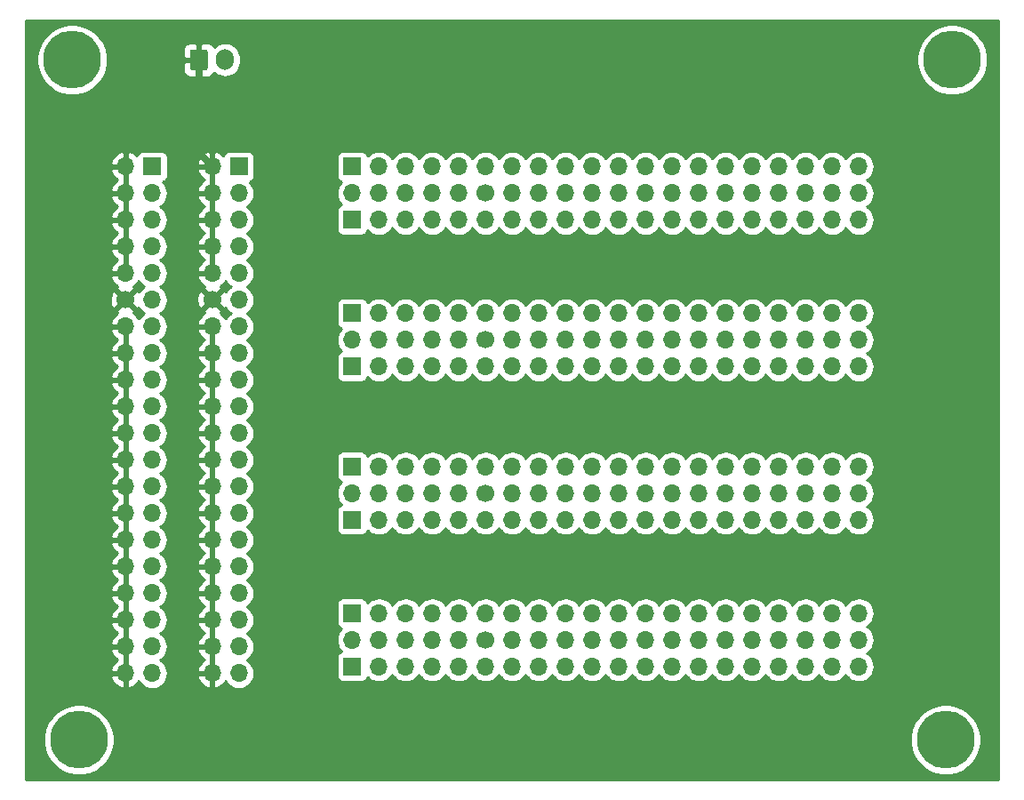
<source format=gbr>
G04 #@! TF.GenerationSoftware,KiCad,Pcbnew,(5.1.2)-2*
G04 #@! TF.CreationDate,2019-07-21T11:30:30+08:00*
G04 #@! TF.ProjectId,SPI,5350492e-6b69-4636-9164-5f7063625858,rev?*
G04 #@! TF.SameCoordinates,Original*
G04 #@! TF.FileFunction,Copper,L2,Bot*
G04 #@! TF.FilePolarity,Positive*
%FSLAX46Y46*%
G04 Gerber Fmt 4.6, Leading zero omitted, Abs format (unit mm)*
G04 Created by KiCad (PCBNEW (5.1.2)-2) date 2019-07-21 11:30:30*
%MOMM*%
%LPD*%
G04 APERTURE LIST*
%ADD10R,1.700000X1.700000*%
%ADD11O,1.700000X1.700000*%
%ADD12C,1.700000*%
%ADD13C,5.500000*%
%ADD14O,1.700000X2.000000*%
%ADD15C,0.100000*%
%ADD16C,0.635000*%
%ADD17C,0.254000*%
G04 APERTURE END LIST*
D10*
X137160000Y-93980000D03*
D11*
X139700000Y-93980000D03*
X142240000Y-93980000D03*
X144780000Y-93980000D03*
X147320000Y-93980000D03*
X149860000Y-93980000D03*
X152400000Y-93980000D03*
X154940000Y-93980000D03*
X157480000Y-93980000D03*
X160020000Y-93980000D03*
X162560000Y-93980000D03*
X165100000Y-93980000D03*
X167640000Y-93980000D03*
X170180000Y-93980000D03*
X172720000Y-93980000D03*
X175260000Y-93980000D03*
X177800000Y-93980000D03*
X180340000Y-93980000D03*
X182880000Y-93980000D03*
X185420000Y-93980000D03*
X185420000Y-91440000D03*
X185420000Y-88900000D03*
X182880000Y-91440000D03*
X182880000Y-88900000D03*
X180340000Y-91440000D03*
X180340000Y-88900000D03*
X177800000Y-91440000D03*
X177800000Y-88900000D03*
X175260000Y-91440000D03*
X175260000Y-88900000D03*
X172720000Y-91440000D03*
X172720000Y-88900000D03*
X170180000Y-91440000D03*
X170180000Y-88900000D03*
X167640000Y-91440000D03*
X167640000Y-88900000D03*
X165100000Y-91440000D03*
X165100000Y-88900000D03*
X162560000Y-91440000D03*
X162560000Y-88900000D03*
X160020000Y-91440000D03*
X160020000Y-88900000D03*
X157480000Y-91440000D03*
X157480000Y-88900000D03*
X154940000Y-91440000D03*
X154940000Y-88900000D03*
X152400000Y-91440000D03*
X152400000Y-88900000D03*
D12*
X149860000Y-91440000D03*
D11*
X149860000Y-88900000D03*
X147320000Y-91440000D03*
X147320000Y-88900000D03*
X144780000Y-91440000D03*
X144780000Y-88900000D03*
X142240000Y-91440000D03*
X142240000Y-88900000D03*
X139700000Y-91440000D03*
X139700000Y-88900000D03*
X137160000Y-91440000D03*
D10*
X137160000Y-88900000D03*
X137160000Y-107950000D03*
D11*
X139700000Y-107950000D03*
X142240000Y-107950000D03*
X144780000Y-107950000D03*
X147320000Y-107950000D03*
X149860000Y-107950000D03*
X152400000Y-107950000D03*
X154940000Y-107950000D03*
X157480000Y-107950000D03*
X160020000Y-107950000D03*
X162560000Y-107950000D03*
X165100000Y-107950000D03*
X167640000Y-107950000D03*
X170180000Y-107950000D03*
X172720000Y-107950000D03*
X175260000Y-107950000D03*
X177800000Y-107950000D03*
X180340000Y-107950000D03*
X182880000Y-107950000D03*
X185420000Y-107950000D03*
X185420000Y-105410000D03*
X185420000Y-102870000D03*
X182880000Y-105410000D03*
X182880000Y-102870000D03*
X180340000Y-105410000D03*
X180340000Y-102870000D03*
X177800000Y-105410000D03*
X177800000Y-102870000D03*
X175260000Y-105410000D03*
X175260000Y-102870000D03*
X172720000Y-105410000D03*
X172720000Y-102870000D03*
X170180000Y-105410000D03*
X170180000Y-102870000D03*
X167640000Y-105410000D03*
X167640000Y-102870000D03*
X165100000Y-105410000D03*
X165100000Y-102870000D03*
X162560000Y-105410000D03*
X162560000Y-102870000D03*
X160020000Y-105410000D03*
X160020000Y-102870000D03*
X157480000Y-105410000D03*
X157480000Y-102870000D03*
X154940000Y-105410000D03*
X154940000Y-102870000D03*
X152400000Y-105410000D03*
X152400000Y-102870000D03*
D12*
X149860000Y-105410000D03*
D11*
X149860000Y-102870000D03*
X147320000Y-105410000D03*
X147320000Y-102870000D03*
X144780000Y-105410000D03*
X144780000Y-102870000D03*
X142240000Y-105410000D03*
X142240000Y-102870000D03*
X139700000Y-105410000D03*
X139700000Y-102870000D03*
X137160000Y-105410000D03*
D10*
X137160000Y-102870000D03*
X137160000Y-122555000D03*
D11*
X139700000Y-122555000D03*
X142240000Y-122555000D03*
X144780000Y-122555000D03*
X147320000Y-122555000D03*
X149860000Y-122555000D03*
X152400000Y-122555000D03*
X154940000Y-122555000D03*
X157480000Y-122555000D03*
X160020000Y-122555000D03*
X162560000Y-122555000D03*
X165100000Y-122555000D03*
X167640000Y-122555000D03*
X170180000Y-122555000D03*
X172720000Y-122555000D03*
X175260000Y-122555000D03*
X177800000Y-122555000D03*
X180340000Y-122555000D03*
X182880000Y-122555000D03*
X185420000Y-122555000D03*
X185420000Y-120015000D03*
X185420000Y-117475000D03*
X182880000Y-120015000D03*
X182880000Y-117475000D03*
X180340000Y-120015000D03*
X180340000Y-117475000D03*
X177800000Y-120015000D03*
X177800000Y-117475000D03*
X175260000Y-120015000D03*
X175260000Y-117475000D03*
X172720000Y-120015000D03*
X172720000Y-117475000D03*
X170180000Y-120015000D03*
X170180000Y-117475000D03*
X167640000Y-120015000D03*
X167640000Y-117475000D03*
X165100000Y-120015000D03*
X165100000Y-117475000D03*
X162560000Y-120015000D03*
X162560000Y-117475000D03*
X160020000Y-120015000D03*
X160020000Y-117475000D03*
X157480000Y-120015000D03*
X157480000Y-117475000D03*
X154940000Y-120015000D03*
X154940000Y-117475000D03*
X152400000Y-120015000D03*
X152400000Y-117475000D03*
D12*
X149860000Y-120015000D03*
D11*
X149860000Y-117475000D03*
X147320000Y-120015000D03*
X147320000Y-117475000D03*
X144780000Y-120015000D03*
X144780000Y-117475000D03*
X142240000Y-120015000D03*
X142240000Y-117475000D03*
X139700000Y-120015000D03*
X139700000Y-117475000D03*
X137160000Y-120015000D03*
D10*
X137160000Y-117475000D03*
D11*
X185420000Y-136525000D03*
X182880000Y-136525000D03*
X180340000Y-136525000D03*
X177800000Y-136525000D03*
X175260000Y-136525000D03*
X172720000Y-136525000D03*
X170180000Y-136525000D03*
X167640000Y-136525000D03*
X165100000Y-136525000D03*
X162560000Y-136525000D03*
X160020000Y-136525000D03*
X157480000Y-136525000D03*
X154940000Y-136525000D03*
X152400000Y-136525000D03*
X149860000Y-136525000D03*
X147320000Y-136525000D03*
X144780000Y-136525000D03*
X142240000Y-136525000D03*
X139700000Y-136525000D03*
D10*
X137160000Y-136525000D03*
X137160000Y-131445000D03*
D11*
X137160000Y-133985000D03*
X139700000Y-131445000D03*
X139700000Y-133985000D03*
X142240000Y-131445000D03*
X142240000Y-133985000D03*
X144780000Y-131445000D03*
X144780000Y-133985000D03*
X147320000Y-131445000D03*
X147320000Y-133985000D03*
X149860000Y-131445000D03*
D12*
X149860000Y-133985000D03*
D11*
X152400000Y-131445000D03*
X152400000Y-133985000D03*
X154940000Y-131445000D03*
X154940000Y-133985000D03*
X157480000Y-131445000D03*
X157480000Y-133985000D03*
X160020000Y-131445000D03*
X160020000Y-133985000D03*
X162560000Y-131445000D03*
X162560000Y-133985000D03*
X165100000Y-131445000D03*
X165100000Y-133985000D03*
X167640000Y-131445000D03*
X167640000Y-133985000D03*
X170180000Y-131445000D03*
X170180000Y-133985000D03*
X172720000Y-131445000D03*
X172720000Y-133985000D03*
X175260000Y-131445000D03*
X175260000Y-133985000D03*
X177800000Y-131445000D03*
X177800000Y-133985000D03*
X180340000Y-131445000D03*
X180340000Y-133985000D03*
X182880000Y-131445000D03*
X182880000Y-133985000D03*
X185420000Y-131445000D03*
X185420000Y-133985000D03*
D13*
X111125000Y-143510000D03*
X193675000Y-143510000D03*
X194310000Y-78740000D03*
X110490000Y-78740000D03*
D14*
X125055000Y-78740000D03*
D15*
G36*
X123179594Y-77741203D02*
G01*
X123203853Y-77744802D01*
X123227642Y-77750761D01*
X123250733Y-77759023D01*
X123272902Y-77769508D01*
X123293937Y-77782116D01*
X123313635Y-77796725D01*
X123331806Y-77813194D01*
X123348275Y-77831365D01*
X123362884Y-77851063D01*
X123375492Y-77872098D01*
X123385977Y-77894267D01*
X123394239Y-77917358D01*
X123400198Y-77941147D01*
X123403797Y-77965406D01*
X123405000Y-77989900D01*
X123405000Y-79490100D01*
X123403797Y-79514594D01*
X123400198Y-79538853D01*
X123394239Y-79562642D01*
X123385977Y-79585733D01*
X123375492Y-79607902D01*
X123362884Y-79628937D01*
X123348275Y-79648635D01*
X123331806Y-79666806D01*
X123313635Y-79683275D01*
X123293937Y-79697884D01*
X123272902Y-79710492D01*
X123250733Y-79720977D01*
X123227642Y-79729239D01*
X123203853Y-79735198D01*
X123179594Y-79738797D01*
X123155100Y-79740000D01*
X121954900Y-79740000D01*
X121930406Y-79738797D01*
X121906147Y-79735198D01*
X121882358Y-79729239D01*
X121859267Y-79720977D01*
X121837098Y-79710492D01*
X121816063Y-79697884D01*
X121796365Y-79683275D01*
X121778194Y-79666806D01*
X121761725Y-79648635D01*
X121747116Y-79628937D01*
X121734508Y-79607902D01*
X121724023Y-79585733D01*
X121715761Y-79562642D01*
X121709802Y-79538853D01*
X121706203Y-79514594D01*
X121705000Y-79490100D01*
X121705000Y-77989900D01*
X121706203Y-77965406D01*
X121709802Y-77941147D01*
X121715761Y-77917358D01*
X121724023Y-77894267D01*
X121734508Y-77872098D01*
X121747116Y-77851063D01*
X121761725Y-77831365D01*
X121778194Y-77813194D01*
X121796365Y-77796725D01*
X121816063Y-77782116D01*
X121837098Y-77769508D01*
X121859267Y-77759023D01*
X121882358Y-77750761D01*
X121906147Y-77744802D01*
X121930406Y-77741203D01*
X121954900Y-77740000D01*
X123155100Y-77740000D01*
X123179594Y-77741203D01*
X123179594Y-77741203D01*
G37*
D12*
X122555000Y-78740000D03*
D10*
X126365000Y-88900000D03*
D11*
X123825000Y-88900000D03*
X126365000Y-91440000D03*
X123825000Y-91440000D03*
X126365000Y-93980000D03*
X123825000Y-93980000D03*
X126365000Y-96520000D03*
X123825000Y-96520000D03*
X126365000Y-99060000D03*
X123825000Y-99060000D03*
X126365000Y-101600000D03*
D12*
X123825000Y-101600000D03*
D11*
X126365000Y-104140000D03*
X123825000Y-104140000D03*
X126365000Y-106680000D03*
X123825000Y-106680000D03*
X126365000Y-109220000D03*
X123825000Y-109220000D03*
X126365000Y-111760000D03*
X123825000Y-111760000D03*
X126365000Y-114300000D03*
X123825000Y-114300000D03*
X126365000Y-116840000D03*
X123825000Y-116840000D03*
X126365000Y-119380000D03*
X123825000Y-119380000D03*
X126365000Y-121920000D03*
X123825000Y-121920000D03*
X126365000Y-124460000D03*
X123825000Y-124460000D03*
X126365000Y-127000000D03*
X123825000Y-127000000D03*
X126365000Y-129540000D03*
X123825000Y-129540000D03*
X126365000Y-132080000D03*
X123825000Y-132080000D03*
X126365000Y-134620000D03*
X123825000Y-134620000D03*
X126365000Y-137160000D03*
X123825000Y-137160000D03*
X115570000Y-137160000D03*
X118110000Y-137160000D03*
X115570000Y-134620000D03*
X118110000Y-134620000D03*
X115570000Y-132080000D03*
X118110000Y-132080000D03*
X115570000Y-129540000D03*
X118110000Y-129540000D03*
X115570000Y-127000000D03*
X118110000Y-127000000D03*
X115570000Y-124460000D03*
X118110000Y-124460000D03*
X115570000Y-121920000D03*
X118110000Y-121920000D03*
X115570000Y-119380000D03*
X118110000Y-119380000D03*
X115570000Y-116840000D03*
X118110000Y-116840000D03*
X115570000Y-114300000D03*
X118110000Y-114300000D03*
X115570000Y-111760000D03*
X118110000Y-111760000D03*
X115570000Y-109220000D03*
X118110000Y-109220000D03*
X115570000Y-106680000D03*
X118110000Y-106680000D03*
X115570000Y-104140000D03*
X118110000Y-104140000D03*
D12*
X115570000Y-101600000D03*
D11*
X118110000Y-101600000D03*
X115570000Y-99060000D03*
X118110000Y-99060000D03*
X115570000Y-96520000D03*
X118110000Y-96520000D03*
X115570000Y-93980000D03*
X118110000Y-93980000D03*
X115570000Y-91440000D03*
X118110000Y-91440000D03*
X115570000Y-88900000D03*
D10*
X118110000Y-88900000D03*
D16*
X122555000Y-87630000D02*
X123825000Y-88900000D01*
X122555000Y-78740000D02*
X122555000Y-87630000D01*
D17*
G36*
X198730001Y-147295000D02*
G01*
X106070000Y-147295000D01*
X106070000Y-143176607D01*
X107740000Y-143176607D01*
X107740000Y-143843393D01*
X107870083Y-144497368D01*
X108125252Y-145113399D01*
X108495698Y-145667812D01*
X108967188Y-146139302D01*
X109521601Y-146509748D01*
X110137632Y-146764917D01*
X110791607Y-146895000D01*
X111458393Y-146895000D01*
X112112368Y-146764917D01*
X112728399Y-146509748D01*
X113282812Y-146139302D01*
X113754302Y-145667812D01*
X114124748Y-145113399D01*
X114379917Y-144497368D01*
X114510000Y-143843393D01*
X114510000Y-143176607D01*
X190290000Y-143176607D01*
X190290000Y-143843393D01*
X190420083Y-144497368D01*
X190675252Y-145113399D01*
X191045698Y-145667812D01*
X191517188Y-146139302D01*
X192071601Y-146509748D01*
X192687632Y-146764917D01*
X193341607Y-146895000D01*
X194008393Y-146895000D01*
X194662368Y-146764917D01*
X195278399Y-146509748D01*
X195832812Y-146139302D01*
X196304302Y-145667812D01*
X196674748Y-145113399D01*
X196929917Y-144497368D01*
X197060000Y-143843393D01*
X197060000Y-143176607D01*
X196929917Y-142522632D01*
X196674748Y-141906601D01*
X196304302Y-141352188D01*
X195832812Y-140880698D01*
X195278399Y-140510252D01*
X194662368Y-140255083D01*
X194008393Y-140125000D01*
X193341607Y-140125000D01*
X192687632Y-140255083D01*
X192071601Y-140510252D01*
X191517188Y-140880698D01*
X191045698Y-141352188D01*
X190675252Y-141906601D01*
X190420083Y-142522632D01*
X190290000Y-143176607D01*
X114510000Y-143176607D01*
X114379917Y-142522632D01*
X114124748Y-141906601D01*
X113754302Y-141352188D01*
X113282812Y-140880698D01*
X112728399Y-140510252D01*
X112112368Y-140255083D01*
X111458393Y-140125000D01*
X110791607Y-140125000D01*
X110137632Y-140255083D01*
X109521601Y-140510252D01*
X108967188Y-140880698D01*
X108495698Y-141352188D01*
X108125252Y-141906601D01*
X107870083Y-142522632D01*
X107740000Y-143176607D01*
X106070000Y-143176607D01*
X106070000Y-137516890D01*
X114128524Y-137516890D01*
X114173175Y-137664099D01*
X114298359Y-137926920D01*
X114472412Y-138160269D01*
X114688645Y-138355178D01*
X114938748Y-138504157D01*
X115213109Y-138601481D01*
X115443000Y-138480814D01*
X115443000Y-137287000D01*
X114249845Y-137287000D01*
X114128524Y-137516890D01*
X106070000Y-137516890D01*
X106070000Y-134976890D01*
X114128524Y-134976890D01*
X114173175Y-135124099D01*
X114298359Y-135386920D01*
X114472412Y-135620269D01*
X114688645Y-135815178D01*
X114814255Y-135890000D01*
X114688645Y-135964822D01*
X114472412Y-136159731D01*
X114298359Y-136393080D01*
X114173175Y-136655901D01*
X114128524Y-136803110D01*
X114249845Y-137033000D01*
X115443000Y-137033000D01*
X115443000Y-134747000D01*
X114249845Y-134747000D01*
X114128524Y-134976890D01*
X106070000Y-134976890D01*
X106070000Y-132436890D01*
X114128524Y-132436890D01*
X114173175Y-132584099D01*
X114298359Y-132846920D01*
X114472412Y-133080269D01*
X114688645Y-133275178D01*
X114814255Y-133350000D01*
X114688645Y-133424822D01*
X114472412Y-133619731D01*
X114298359Y-133853080D01*
X114173175Y-134115901D01*
X114128524Y-134263110D01*
X114249845Y-134493000D01*
X115443000Y-134493000D01*
X115443000Y-132207000D01*
X114249845Y-132207000D01*
X114128524Y-132436890D01*
X106070000Y-132436890D01*
X106070000Y-129896890D01*
X114128524Y-129896890D01*
X114173175Y-130044099D01*
X114298359Y-130306920D01*
X114472412Y-130540269D01*
X114688645Y-130735178D01*
X114814255Y-130810000D01*
X114688645Y-130884822D01*
X114472412Y-131079731D01*
X114298359Y-131313080D01*
X114173175Y-131575901D01*
X114128524Y-131723110D01*
X114249845Y-131953000D01*
X115443000Y-131953000D01*
X115443000Y-129667000D01*
X114249845Y-129667000D01*
X114128524Y-129896890D01*
X106070000Y-129896890D01*
X106070000Y-127356890D01*
X114128524Y-127356890D01*
X114173175Y-127504099D01*
X114298359Y-127766920D01*
X114472412Y-128000269D01*
X114688645Y-128195178D01*
X114814255Y-128270000D01*
X114688645Y-128344822D01*
X114472412Y-128539731D01*
X114298359Y-128773080D01*
X114173175Y-129035901D01*
X114128524Y-129183110D01*
X114249845Y-129413000D01*
X115443000Y-129413000D01*
X115443000Y-127127000D01*
X114249845Y-127127000D01*
X114128524Y-127356890D01*
X106070000Y-127356890D01*
X106070000Y-124816890D01*
X114128524Y-124816890D01*
X114173175Y-124964099D01*
X114298359Y-125226920D01*
X114472412Y-125460269D01*
X114688645Y-125655178D01*
X114814255Y-125730000D01*
X114688645Y-125804822D01*
X114472412Y-125999731D01*
X114298359Y-126233080D01*
X114173175Y-126495901D01*
X114128524Y-126643110D01*
X114249845Y-126873000D01*
X115443000Y-126873000D01*
X115443000Y-124587000D01*
X114249845Y-124587000D01*
X114128524Y-124816890D01*
X106070000Y-124816890D01*
X106070000Y-122276890D01*
X114128524Y-122276890D01*
X114173175Y-122424099D01*
X114298359Y-122686920D01*
X114472412Y-122920269D01*
X114688645Y-123115178D01*
X114814255Y-123190000D01*
X114688645Y-123264822D01*
X114472412Y-123459731D01*
X114298359Y-123693080D01*
X114173175Y-123955901D01*
X114128524Y-124103110D01*
X114249845Y-124333000D01*
X115443000Y-124333000D01*
X115443000Y-122047000D01*
X114249845Y-122047000D01*
X114128524Y-122276890D01*
X106070000Y-122276890D01*
X106070000Y-119736890D01*
X114128524Y-119736890D01*
X114173175Y-119884099D01*
X114298359Y-120146920D01*
X114472412Y-120380269D01*
X114688645Y-120575178D01*
X114814255Y-120650000D01*
X114688645Y-120724822D01*
X114472412Y-120919731D01*
X114298359Y-121153080D01*
X114173175Y-121415901D01*
X114128524Y-121563110D01*
X114249845Y-121793000D01*
X115443000Y-121793000D01*
X115443000Y-119507000D01*
X114249845Y-119507000D01*
X114128524Y-119736890D01*
X106070000Y-119736890D01*
X106070000Y-117196890D01*
X114128524Y-117196890D01*
X114173175Y-117344099D01*
X114298359Y-117606920D01*
X114472412Y-117840269D01*
X114688645Y-118035178D01*
X114814255Y-118110000D01*
X114688645Y-118184822D01*
X114472412Y-118379731D01*
X114298359Y-118613080D01*
X114173175Y-118875901D01*
X114128524Y-119023110D01*
X114249845Y-119253000D01*
X115443000Y-119253000D01*
X115443000Y-116967000D01*
X114249845Y-116967000D01*
X114128524Y-117196890D01*
X106070000Y-117196890D01*
X106070000Y-114656890D01*
X114128524Y-114656890D01*
X114173175Y-114804099D01*
X114298359Y-115066920D01*
X114472412Y-115300269D01*
X114688645Y-115495178D01*
X114814255Y-115570000D01*
X114688645Y-115644822D01*
X114472412Y-115839731D01*
X114298359Y-116073080D01*
X114173175Y-116335901D01*
X114128524Y-116483110D01*
X114249845Y-116713000D01*
X115443000Y-116713000D01*
X115443000Y-114427000D01*
X114249845Y-114427000D01*
X114128524Y-114656890D01*
X106070000Y-114656890D01*
X106070000Y-112116890D01*
X114128524Y-112116890D01*
X114173175Y-112264099D01*
X114298359Y-112526920D01*
X114472412Y-112760269D01*
X114688645Y-112955178D01*
X114814255Y-113030000D01*
X114688645Y-113104822D01*
X114472412Y-113299731D01*
X114298359Y-113533080D01*
X114173175Y-113795901D01*
X114128524Y-113943110D01*
X114249845Y-114173000D01*
X115443000Y-114173000D01*
X115443000Y-111887000D01*
X114249845Y-111887000D01*
X114128524Y-112116890D01*
X106070000Y-112116890D01*
X106070000Y-109576890D01*
X114128524Y-109576890D01*
X114173175Y-109724099D01*
X114298359Y-109986920D01*
X114472412Y-110220269D01*
X114688645Y-110415178D01*
X114814255Y-110490000D01*
X114688645Y-110564822D01*
X114472412Y-110759731D01*
X114298359Y-110993080D01*
X114173175Y-111255901D01*
X114128524Y-111403110D01*
X114249845Y-111633000D01*
X115443000Y-111633000D01*
X115443000Y-109347000D01*
X114249845Y-109347000D01*
X114128524Y-109576890D01*
X106070000Y-109576890D01*
X106070000Y-107036890D01*
X114128524Y-107036890D01*
X114173175Y-107184099D01*
X114298359Y-107446920D01*
X114472412Y-107680269D01*
X114688645Y-107875178D01*
X114814255Y-107950000D01*
X114688645Y-108024822D01*
X114472412Y-108219731D01*
X114298359Y-108453080D01*
X114173175Y-108715901D01*
X114128524Y-108863110D01*
X114249845Y-109093000D01*
X115443000Y-109093000D01*
X115443000Y-106807000D01*
X114249845Y-106807000D01*
X114128524Y-107036890D01*
X106070000Y-107036890D01*
X106070000Y-104496890D01*
X114128524Y-104496890D01*
X114173175Y-104644099D01*
X114298359Y-104906920D01*
X114472412Y-105140269D01*
X114688645Y-105335178D01*
X114814255Y-105410000D01*
X114688645Y-105484822D01*
X114472412Y-105679731D01*
X114298359Y-105913080D01*
X114173175Y-106175901D01*
X114128524Y-106323110D01*
X114249845Y-106553000D01*
X115443000Y-106553000D01*
X115443000Y-104267000D01*
X114249845Y-104267000D01*
X114128524Y-104496890D01*
X106070000Y-104496890D01*
X106070000Y-101668531D01*
X114079389Y-101668531D01*
X114121401Y-101958019D01*
X114219081Y-102233747D01*
X114292528Y-102371157D01*
X114541603Y-102448792D01*
X115390395Y-101600000D01*
X114541603Y-100751208D01*
X114292528Y-100828843D01*
X114166629Y-101092883D01*
X114094661Y-101376411D01*
X114079389Y-101668531D01*
X106070000Y-101668531D01*
X106070000Y-99416890D01*
X114128524Y-99416890D01*
X114173175Y-99564099D01*
X114298359Y-99826920D01*
X114472412Y-100060269D01*
X114688645Y-100255178D01*
X114800355Y-100321720D01*
X114798843Y-100322528D01*
X114721208Y-100571603D01*
X115570000Y-101420395D01*
X116418792Y-100571603D01*
X116341157Y-100322528D01*
X116339564Y-100321769D01*
X116451355Y-100255178D01*
X116667588Y-100060269D01*
X116838416Y-99831244D01*
X116869294Y-99889014D01*
X117054866Y-100115134D01*
X117280986Y-100300706D01*
X117335791Y-100330000D01*
X117280986Y-100359294D01*
X117054866Y-100544866D01*
X116869294Y-100770986D01*
X116839669Y-100826411D01*
X116598397Y-100751208D01*
X115749605Y-101600000D01*
X116598397Y-102448792D01*
X116839669Y-102373589D01*
X116869294Y-102429014D01*
X117054866Y-102655134D01*
X117280986Y-102840706D01*
X117335791Y-102870000D01*
X117280986Y-102899294D01*
X117054866Y-103084866D01*
X116869294Y-103310986D01*
X116838416Y-103368756D01*
X116667588Y-103139731D01*
X116451355Y-102944822D01*
X116339645Y-102878280D01*
X116341157Y-102877472D01*
X116418792Y-102628397D01*
X115570000Y-101779605D01*
X114721208Y-102628397D01*
X114798843Y-102877472D01*
X114800436Y-102878231D01*
X114688645Y-102944822D01*
X114472412Y-103139731D01*
X114298359Y-103373080D01*
X114173175Y-103635901D01*
X114128524Y-103783110D01*
X114249845Y-104013000D01*
X115443000Y-104013000D01*
X115443000Y-103993000D01*
X115697000Y-103993000D01*
X115697000Y-104013000D01*
X115717000Y-104013000D01*
X115717000Y-104267000D01*
X115697000Y-104267000D01*
X115697000Y-106553000D01*
X115717000Y-106553000D01*
X115717000Y-106807000D01*
X115697000Y-106807000D01*
X115697000Y-109093000D01*
X115717000Y-109093000D01*
X115717000Y-109347000D01*
X115697000Y-109347000D01*
X115697000Y-111633000D01*
X115717000Y-111633000D01*
X115717000Y-111887000D01*
X115697000Y-111887000D01*
X115697000Y-114173000D01*
X115717000Y-114173000D01*
X115717000Y-114427000D01*
X115697000Y-114427000D01*
X115697000Y-116713000D01*
X115717000Y-116713000D01*
X115717000Y-116967000D01*
X115697000Y-116967000D01*
X115697000Y-119253000D01*
X115717000Y-119253000D01*
X115717000Y-119507000D01*
X115697000Y-119507000D01*
X115697000Y-121793000D01*
X115717000Y-121793000D01*
X115717000Y-122047000D01*
X115697000Y-122047000D01*
X115697000Y-124333000D01*
X115717000Y-124333000D01*
X115717000Y-124587000D01*
X115697000Y-124587000D01*
X115697000Y-126873000D01*
X115717000Y-126873000D01*
X115717000Y-127127000D01*
X115697000Y-127127000D01*
X115697000Y-129413000D01*
X115717000Y-129413000D01*
X115717000Y-129667000D01*
X115697000Y-129667000D01*
X115697000Y-131953000D01*
X115717000Y-131953000D01*
X115717000Y-132207000D01*
X115697000Y-132207000D01*
X115697000Y-134493000D01*
X115717000Y-134493000D01*
X115717000Y-134747000D01*
X115697000Y-134747000D01*
X115697000Y-137033000D01*
X115717000Y-137033000D01*
X115717000Y-137287000D01*
X115697000Y-137287000D01*
X115697000Y-138480814D01*
X115926891Y-138601481D01*
X116201252Y-138504157D01*
X116451355Y-138355178D01*
X116667588Y-138160269D01*
X116838416Y-137931244D01*
X116869294Y-137989014D01*
X117054866Y-138215134D01*
X117280986Y-138400706D01*
X117538966Y-138538599D01*
X117818889Y-138623513D01*
X118037050Y-138645000D01*
X118182950Y-138645000D01*
X118401111Y-138623513D01*
X118681034Y-138538599D01*
X118939014Y-138400706D01*
X119165134Y-138215134D01*
X119350706Y-137989014D01*
X119488599Y-137731034D01*
X119553559Y-137516890D01*
X122383524Y-137516890D01*
X122428175Y-137664099D01*
X122553359Y-137926920D01*
X122727412Y-138160269D01*
X122943645Y-138355178D01*
X123193748Y-138504157D01*
X123468109Y-138601481D01*
X123698000Y-138480814D01*
X123698000Y-137287000D01*
X122504845Y-137287000D01*
X122383524Y-137516890D01*
X119553559Y-137516890D01*
X119573513Y-137451111D01*
X119602185Y-137160000D01*
X119573513Y-136868889D01*
X119488599Y-136588966D01*
X119350706Y-136330986D01*
X119165134Y-136104866D01*
X118939014Y-135919294D01*
X118884209Y-135890000D01*
X118939014Y-135860706D01*
X119165134Y-135675134D01*
X119350706Y-135449014D01*
X119488599Y-135191034D01*
X119553559Y-134976890D01*
X122383524Y-134976890D01*
X122428175Y-135124099D01*
X122553359Y-135386920D01*
X122727412Y-135620269D01*
X122943645Y-135815178D01*
X123069255Y-135890000D01*
X122943645Y-135964822D01*
X122727412Y-136159731D01*
X122553359Y-136393080D01*
X122428175Y-136655901D01*
X122383524Y-136803110D01*
X122504845Y-137033000D01*
X123698000Y-137033000D01*
X123698000Y-134747000D01*
X122504845Y-134747000D01*
X122383524Y-134976890D01*
X119553559Y-134976890D01*
X119573513Y-134911111D01*
X119602185Y-134620000D01*
X119573513Y-134328889D01*
X119488599Y-134048966D01*
X119350706Y-133790986D01*
X119165134Y-133564866D01*
X118939014Y-133379294D01*
X118884209Y-133350000D01*
X118939014Y-133320706D01*
X119165134Y-133135134D01*
X119350706Y-132909014D01*
X119488599Y-132651034D01*
X119553559Y-132436890D01*
X122383524Y-132436890D01*
X122428175Y-132584099D01*
X122553359Y-132846920D01*
X122727412Y-133080269D01*
X122943645Y-133275178D01*
X123069255Y-133350000D01*
X122943645Y-133424822D01*
X122727412Y-133619731D01*
X122553359Y-133853080D01*
X122428175Y-134115901D01*
X122383524Y-134263110D01*
X122504845Y-134493000D01*
X123698000Y-134493000D01*
X123698000Y-132207000D01*
X122504845Y-132207000D01*
X122383524Y-132436890D01*
X119553559Y-132436890D01*
X119573513Y-132371111D01*
X119602185Y-132080000D01*
X119573513Y-131788889D01*
X119488599Y-131508966D01*
X119350706Y-131250986D01*
X119165134Y-131024866D01*
X118939014Y-130839294D01*
X118884209Y-130810000D01*
X118939014Y-130780706D01*
X119165134Y-130595134D01*
X119350706Y-130369014D01*
X119488599Y-130111034D01*
X119553559Y-129896890D01*
X122383524Y-129896890D01*
X122428175Y-130044099D01*
X122553359Y-130306920D01*
X122727412Y-130540269D01*
X122943645Y-130735178D01*
X123069255Y-130810000D01*
X122943645Y-130884822D01*
X122727412Y-131079731D01*
X122553359Y-131313080D01*
X122428175Y-131575901D01*
X122383524Y-131723110D01*
X122504845Y-131953000D01*
X123698000Y-131953000D01*
X123698000Y-129667000D01*
X122504845Y-129667000D01*
X122383524Y-129896890D01*
X119553559Y-129896890D01*
X119573513Y-129831111D01*
X119602185Y-129540000D01*
X119573513Y-129248889D01*
X119488599Y-128968966D01*
X119350706Y-128710986D01*
X119165134Y-128484866D01*
X118939014Y-128299294D01*
X118884209Y-128270000D01*
X118939014Y-128240706D01*
X119165134Y-128055134D01*
X119350706Y-127829014D01*
X119488599Y-127571034D01*
X119553559Y-127356890D01*
X122383524Y-127356890D01*
X122428175Y-127504099D01*
X122553359Y-127766920D01*
X122727412Y-128000269D01*
X122943645Y-128195178D01*
X123069255Y-128270000D01*
X122943645Y-128344822D01*
X122727412Y-128539731D01*
X122553359Y-128773080D01*
X122428175Y-129035901D01*
X122383524Y-129183110D01*
X122504845Y-129413000D01*
X123698000Y-129413000D01*
X123698000Y-127127000D01*
X122504845Y-127127000D01*
X122383524Y-127356890D01*
X119553559Y-127356890D01*
X119573513Y-127291111D01*
X119602185Y-127000000D01*
X119573513Y-126708889D01*
X119488599Y-126428966D01*
X119350706Y-126170986D01*
X119165134Y-125944866D01*
X118939014Y-125759294D01*
X118884209Y-125730000D01*
X118939014Y-125700706D01*
X119165134Y-125515134D01*
X119350706Y-125289014D01*
X119488599Y-125031034D01*
X119553559Y-124816890D01*
X122383524Y-124816890D01*
X122428175Y-124964099D01*
X122553359Y-125226920D01*
X122727412Y-125460269D01*
X122943645Y-125655178D01*
X123069255Y-125730000D01*
X122943645Y-125804822D01*
X122727412Y-125999731D01*
X122553359Y-126233080D01*
X122428175Y-126495901D01*
X122383524Y-126643110D01*
X122504845Y-126873000D01*
X123698000Y-126873000D01*
X123698000Y-124587000D01*
X122504845Y-124587000D01*
X122383524Y-124816890D01*
X119553559Y-124816890D01*
X119573513Y-124751111D01*
X119602185Y-124460000D01*
X119573513Y-124168889D01*
X119488599Y-123888966D01*
X119350706Y-123630986D01*
X119165134Y-123404866D01*
X118939014Y-123219294D01*
X118884209Y-123190000D01*
X118939014Y-123160706D01*
X119165134Y-122975134D01*
X119350706Y-122749014D01*
X119488599Y-122491034D01*
X119553559Y-122276890D01*
X122383524Y-122276890D01*
X122428175Y-122424099D01*
X122553359Y-122686920D01*
X122727412Y-122920269D01*
X122943645Y-123115178D01*
X123069255Y-123190000D01*
X122943645Y-123264822D01*
X122727412Y-123459731D01*
X122553359Y-123693080D01*
X122428175Y-123955901D01*
X122383524Y-124103110D01*
X122504845Y-124333000D01*
X123698000Y-124333000D01*
X123698000Y-122047000D01*
X122504845Y-122047000D01*
X122383524Y-122276890D01*
X119553559Y-122276890D01*
X119573513Y-122211111D01*
X119602185Y-121920000D01*
X119573513Y-121628889D01*
X119488599Y-121348966D01*
X119350706Y-121090986D01*
X119165134Y-120864866D01*
X118939014Y-120679294D01*
X118884209Y-120650000D01*
X118939014Y-120620706D01*
X119165134Y-120435134D01*
X119350706Y-120209014D01*
X119488599Y-119951034D01*
X119553559Y-119736890D01*
X122383524Y-119736890D01*
X122428175Y-119884099D01*
X122553359Y-120146920D01*
X122727412Y-120380269D01*
X122943645Y-120575178D01*
X123069255Y-120650000D01*
X122943645Y-120724822D01*
X122727412Y-120919731D01*
X122553359Y-121153080D01*
X122428175Y-121415901D01*
X122383524Y-121563110D01*
X122504845Y-121793000D01*
X123698000Y-121793000D01*
X123698000Y-119507000D01*
X122504845Y-119507000D01*
X122383524Y-119736890D01*
X119553559Y-119736890D01*
X119573513Y-119671111D01*
X119602185Y-119380000D01*
X119573513Y-119088889D01*
X119488599Y-118808966D01*
X119350706Y-118550986D01*
X119165134Y-118324866D01*
X118939014Y-118139294D01*
X118884209Y-118110000D01*
X118939014Y-118080706D01*
X119165134Y-117895134D01*
X119350706Y-117669014D01*
X119488599Y-117411034D01*
X119553559Y-117196890D01*
X122383524Y-117196890D01*
X122428175Y-117344099D01*
X122553359Y-117606920D01*
X122727412Y-117840269D01*
X122943645Y-118035178D01*
X123069255Y-118110000D01*
X122943645Y-118184822D01*
X122727412Y-118379731D01*
X122553359Y-118613080D01*
X122428175Y-118875901D01*
X122383524Y-119023110D01*
X122504845Y-119253000D01*
X123698000Y-119253000D01*
X123698000Y-116967000D01*
X122504845Y-116967000D01*
X122383524Y-117196890D01*
X119553559Y-117196890D01*
X119573513Y-117131111D01*
X119602185Y-116840000D01*
X119573513Y-116548889D01*
X119488599Y-116268966D01*
X119350706Y-116010986D01*
X119165134Y-115784866D01*
X118939014Y-115599294D01*
X118884209Y-115570000D01*
X118939014Y-115540706D01*
X119165134Y-115355134D01*
X119350706Y-115129014D01*
X119488599Y-114871034D01*
X119553559Y-114656890D01*
X122383524Y-114656890D01*
X122428175Y-114804099D01*
X122553359Y-115066920D01*
X122727412Y-115300269D01*
X122943645Y-115495178D01*
X123069255Y-115570000D01*
X122943645Y-115644822D01*
X122727412Y-115839731D01*
X122553359Y-116073080D01*
X122428175Y-116335901D01*
X122383524Y-116483110D01*
X122504845Y-116713000D01*
X123698000Y-116713000D01*
X123698000Y-114427000D01*
X122504845Y-114427000D01*
X122383524Y-114656890D01*
X119553559Y-114656890D01*
X119573513Y-114591111D01*
X119602185Y-114300000D01*
X119573513Y-114008889D01*
X119488599Y-113728966D01*
X119350706Y-113470986D01*
X119165134Y-113244866D01*
X118939014Y-113059294D01*
X118884209Y-113030000D01*
X118939014Y-113000706D01*
X119165134Y-112815134D01*
X119350706Y-112589014D01*
X119488599Y-112331034D01*
X119553559Y-112116890D01*
X122383524Y-112116890D01*
X122428175Y-112264099D01*
X122553359Y-112526920D01*
X122727412Y-112760269D01*
X122943645Y-112955178D01*
X123069255Y-113030000D01*
X122943645Y-113104822D01*
X122727412Y-113299731D01*
X122553359Y-113533080D01*
X122428175Y-113795901D01*
X122383524Y-113943110D01*
X122504845Y-114173000D01*
X123698000Y-114173000D01*
X123698000Y-111887000D01*
X122504845Y-111887000D01*
X122383524Y-112116890D01*
X119553559Y-112116890D01*
X119573513Y-112051111D01*
X119602185Y-111760000D01*
X119573513Y-111468889D01*
X119488599Y-111188966D01*
X119350706Y-110930986D01*
X119165134Y-110704866D01*
X118939014Y-110519294D01*
X118884209Y-110490000D01*
X118939014Y-110460706D01*
X119165134Y-110275134D01*
X119350706Y-110049014D01*
X119488599Y-109791034D01*
X119553559Y-109576890D01*
X122383524Y-109576890D01*
X122428175Y-109724099D01*
X122553359Y-109986920D01*
X122727412Y-110220269D01*
X122943645Y-110415178D01*
X123069255Y-110490000D01*
X122943645Y-110564822D01*
X122727412Y-110759731D01*
X122553359Y-110993080D01*
X122428175Y-111255901D01*
X122383524Y-111403110D01*
X122504845Y-111633000D01*
X123698000Y-111633000D01*
X123698000Y-109347000D01*
X122504845Y-109347000D01*
X122383524Y-109576890D01*
X119553559Y-109576890D01*
X119573513Y-109511111D01*
X119602185Y-109220000D01*
X119573513Y-108928889D01*
X119488599Y-108648966D01*
X119350706Y-108390986D01*
X119165134Y-108164866D01*
X118939014Y-107979294D01*
X118884209Y-107950000D01*
X118939014Y-107920706D01*
X119165134Y-107735134D01*
X119350706Y-107509014D01*
X119488599Y-107251034D01*
X119553559Y-107036890D01*
X122383524Y-107036890D01*
X122428175Y-107184099D01*
X122553359Y-107446920D01*
X122727412Y-107680269D01*
X122943645Y-107875178D01*
X123069255Y-107950000D01*
X122943645Y-108024822D01*
X122727412Y-108219731D01*
X122553359Y-108453080D01*
X122428175Y-108715901D01*
X122383524Y-108863110D01*
X122504845Y-109093000D01*
X123698000Y-109093000D01*
X123698000Y-106807000D01*
X122504845Y-106807000D01*
X122383524Y-107036890D01*
X119553559Y-107036890D01*
X119573513Y-106971111D01*
X119602185Y-106680000D01*
X119573513Y-106388889D01*
X119488599Y-106108966D01*
X119350706Y-105850986D01*
X119165134Y-105624866D01*
X118939014Y-105439294D01*
X118884209Y-105410000D01*
X118939014Y-105380706D01*
X119165134Y-105195134D01*
X119350706Y-104969014D01*
X119488599Y-104711034D01*
X119553559Y-104496890D01*
X122383524Y-104496890D01*
X122428175Y-104644099D01*
X122553359Y-104906920D01*
X122727412Y-105140269D01*
X122943645Y-105335178D01*
X123069255Y-105410000D01*
X122943645Y-105484822D01*
X122727412Y-105679731D01*
X122553359Y-105913080D01*
X122428175Y-106175901D01*
X122383524Y-106323110D01*
X122504845Y-106553000D01*
X123698000Y-106553000D01*
X123698000Y-104267000D01*
X122504845Y-104267000D01*
X122383524Y-104496890D01*
X119553559Y-104496890D01*
X119573513Y-104431111D01*
X119602185Y-104140000D01*
X119573513Y-103848889D01*
X119488599Y-103568966D01*
X119350706Y-103310986D01*
X119165134Y-103084866D01*
X118939014Y-102899294D01*
X118884209Y-102870000D01*
X118939014Y-102840706D01*
X119165134Y-102655134D01*
X119350706Y-102429014D01*
X119488599Y-102171034D01*
X119573513Y-101891111D01*
X119595435Y-101668531D01*
X122334389Y-101668531D01*
X122376401Y-101958019D01*
X122474081Y-102233747D01*
X122547528Y-102371157D01*
X122796603Y-102448792D01*
X123645395Y-101600000D01*
X122796603Y-100751208D01*
X122547528Y-100828843D01*
X122421629Y-101092883D01*
X122349661Y-101376411D01*
X122334389Y-101668531D01*
X119595435Y-101668531D01*
X119602185Y-101600000D01*
X119573513Y-101308889D01*
X119488599Y-101028966D01*
X119350706Y-100770986D01*
X119165134Y-100544866D01*
X118939014Y-100359294D01*
X118884209Y-100330000D01*
X118939014Y-100300706D01*
X119165134Y-100115134D01*
X119350706Y-99889014D01*
X119488599Y-99631034D01*
X119553559Y-99416890D01*
X122383524Y-99416890D01*
X122428175Y-99564099D01*
X122553359Y-99826920D01*
X122727412Y-100060269D01*
X122943645Y-100255178D01*
X123055355Y-100321720D01*
X123053843Y-100322528D01*
X122976208Y-100571603D01*
X123825000Y-101420395D01*
X124673792Y-100571603D01*
X124596157Y-100322528D01*
X124594564Y-100321769D01*
X124706355Y-100255178D01*
X124922588Y-100060269D01*
X125093416Y-99831244D01*
X125124294Y-99889014D01*
X125309866Y-100115134D01*
X125535986Y-100300706D01*
X125590791Y-100330000D01*
X125535986Y-100359294D01*
X125309866Y-100544866D01*
X125124294Y-100770986D01*
X125094669Y-100826411D01*
X124853397Y-100751208D01*
X124004605Y-101600000D01*
X124853397Y-102448792D01*
X125094669Y-102373589D01*
X125124294Y-102429014D01*
X125309866Y-102655134D01*
X125535986Y-102840706D01*
X125590791Y-102870000D01*
X125535986Y-102899294D01*
X125309866Y-103084866D01*
X125124294Y-103310986D01*
X125093416Y-103368756D01*
X124922588Y-103139731D01*
X124706355Y-102944822D01*
X124594645Y-102878280D01*
X124596157Y-102877472D01*
X124673792Y-102628397D01*
X123825000Y-101779605D01*
X122976208Y-102628397D01*
X123053843Y-102877472D01*
X123055436Y-102878231D01*
X122943645Y-102944822D01*
X122727412Y-103139731D01*
X122553359Y-103373080D01*
X122428175Y-103635901D01*
X122383524Y-103783110D01*
X122504845Y-104013000D01*
X123698000Y-104013000D01*
X123698000Y-103993000D01*
X123952000Y-103993000D01*
X123952000Y-104013000D01*
X123972000Y-104013000D01*
X123972000Y-104267000D01*
X123952000Y-104267000D01*
X123952000Y-106553000D01*
X123972000Y-106553000D01*
X123972000Y-106807000D01*
X123952000Y-106807000D01*
X123952000Y-109093000D01*
X123972000Y-109093000D01*
X123972000Y-109347000D01*
X123952000Y-109347000D01*
X123952000Y-111633000D01*
X123972000Y-111633000D01*
X123972000Y-111887000D01*
X123952000Y-111887000D01*
X123952000Y-114173000D01*
X123972000Y-114173000D01*
X123972000Y-114427000D01*
X123952000Y-114427000D01*
X123952000Y-116713000D01*
X123972000Y-116713000D01*
X123972000Y-116967000D01*
X123952000Y-116967000D01*
X123952000Y-119253000D01*
X123972000Y-119253000D01*
X123972000Y-119507000D01*
X123952000Y-119507000D01*
X123952000Y-121793000D01*
X123972000Y-121793000D01*
X123972000Y-122047000D01*
X123952000Y-122047000D01*
X123952000Y-124333000D01*
X123972000Y-124333000D01*
X123972000Y-124587000D01*
X123952000Y-124587000D01*
X123952000Y-126873000D01*
X123972000Y-126873000D01*
X123972000Y-127127000D01*
X123952000Y-127127000D01*
X123952000Y-129413000D01*
X123972000Y-129413000D01*
X123972000Y-129667000D01*
X123952000Y-129667000D01*
X123952000Y-131953000D01*
X123972000Y-131953000D01*
X123972000Y-132207000D01*
X123952000Y-132207000D01*
X123952000Y-134493000D01*
X123972000Y-134493000D01*
X123972000Y-134747000D01*
X123952000Y-134747000D01*
X123952000Y-137033000D01*
X123972000Y-137033000D01*
X123972000Y-137287000D01*
X123952000Y-137287000D01*
X123952000Y-138480814D01*
X124181891Y-138601481D01*
X124456252Y-138504157D01*
X124706355Y-138355178D01*
X124922588Y-138160269D01*
X125093416Y-137931244D01*
X125124294Y-137989014D01*
X125309866Y-138215134D01*
X125535986Y-138400706D01*
X125793966Y-138538599D01*
X126073889Y-138623513D01*
X126292050Y-138645000D01*
X126437950Y-138645000D01*
X126656111Y-138623513D01*
X126936034Y-138538599D01*
X127194014Y-138400706D01*
X127420134Y-138215134D01*
X127605706Y-137989014D01*
X127743599Y-137731034D01*
X127828513Y-137451111D01*
X127857185Y-137160000D01*
X127828513Y-136868889D01*
X127743599Y-136588966D01*
X127605706Y-136330986D01*
X127420134Y-136104866D01*
X127194014Y-135919294D01*
X127139209Y-135890000D01*
X127194014Y-135860706D01*
X127420134Y-135675134D01*
X127605706Y-135449014D01*
X127743599Y-135191034D01*
X127828513Y-134911111D01*
X127857185Y-134620000D01*
X127828513Y-134328889D01*
X127743599Y-134048966D01*
X127709409Y-133985000D01*
X135667815Y-133985000D01*
X135696487Y-134276111D01*
X135781401Y-134556034D01*
X135919294Y-134814014D01*
X136104866Y-135040134D01*
X136134687Y-135064607D01*
X136065820Y-135085498D01*
X135955506Y-135144463D01*
X135858815Y-135223815D01*
X135779463Y-135320506D01*
X135720498Y-135430820D01*
X135684188Y-135550518D01*
X135671928Y-135675000D01*
X135671928Y-137375000D01*
X135684188Y-137499482D01*
X135720498Y-137619180D01*
X135779463Y-137729494D01*
X135858815Y-137826185D01*
X135955506Y-137905537D01*
X136065820Y-137964502D01*
X136185518Y-138000812D01*
X136310000Y-138013072D01*
X138010000Y-138013072D01*
X138134482Y-138000812D01*
X138254180Y-137964502D01*
X138364494Y-137905537D01*
X138461185Y-137826185D01*
X138540537Y-137729494D01*
X138599502Y-137619180D01*
X138620393Y-137550313D01*
X138644866Y-137580134D01*
X138870986Y-137765706D01*
X139128966Y-137903599D01*
X139408889Y-137988513D01*
X139627050Y-138010000D01*
X139772950Y-138010000D01*
X139991111Y-137988513D01*
X140271034Y-137903599D01*
X140529014Y-137765706D01*
X140755134Y-137580134D01*
X140940706Y-137354014D01*
X140970000Y-137299209D01*
X140999294Y-137354014D01*
X141184866Y-137580134D01*
X141410986Y-137765706D01*
X141668966Y-137903599D01*
X141948889Y-137988513D01*
X142167050Y-138010000D01*
X142312950Y-138010000D01*
X142531111Y-137988513D01*
X142811034Y-137903599D01*
X143069014Y-137765706D01*
X143295134Y-137580134D01*
X143480706Y-137354014D01*
X143510000Y-137299209D01*
X143539294Y-137354014D01*
X143724866Y-137580134D01*
X143950986Y-137765706D01*
X144208966Y-137903599D01*
X144488889Y-137988513D01*
X144707050Y-138010000D01*
X144852950Y-138010000D01*
X145071111Y-137988513D01*
X145351034Y-137903599D01*
X145609014Y-137765706D01*
X145835134Y-137580134D01*
X146020706Y-137354014D01*
X146050000Y-137299209D01*
X146079294Y-137354014D01*
X146264866Y-137580134D01*
X146490986Y-137765706D01*
X146748966Y-137903599D01*
X147028889Y-137988513D01*
X147247050Y-138010000D01*
X147392950Y-138010000D01*
X147611111Y-137988513D01*
X147891034Y-137903599D01*
X148149014Y-137765706D01*
X148375134Y-137580134D01*
X148560706Y-137354014D01*
X148590000Y-137299209D01*
X148619294Y-137354014D01*
X148804866Y-137580134D01*
X149030986Y-137765706D01*
X149288966Y-137903599D01*
X149568889Y-137988513D01*
X149787050Y-138010000D01*
X149932950Y-138010000D01*
X150151111Y-137988513D01*
X150431034Y-137903599D01*
X150689014Y-137765706D01*
X150915134Y-137580134D01*
X151100706Y-137354014D01*
X151130000Y-137299209D01*
X151159294Y-137354014D01*
X151344866Y-137580134D01*
X151570986Y-137765706D01*
X151828966Y-137903599D01*
X152108889Y-137988513D01*
X152327050Y-138010000D01*
X152472950Y-138010000D01*
X152691111Y-137988513D01*
X152971034Y-137903599D01*
X153229014Y-137765706D01*
X153455134Y-137580134D01*
X153640706Y-137354014D01*
X153670000Y-137299209D01*
X153699294Y-137354014D01*
X153884866Y-137580134D01*
X154110986Y-137765706D01*
X154368966Y-137903599D01*
X154648889Y-137988513D01*
X154867050Y-138010000D01*
X155012950Y-138010000D01*
X155231111Y-137988513D01*
X155511034Y-137903599D01*
X155769014Y-137765706D01*
X155995134Y-137580134D01*
X156180706Y-137354014D01*
X156210000Y-137299209D01*
X156239294Y-137354014D01*
X156424866Y-137580134D01*
X156650986Y-137765706D01*
X156908966Y-137903599D01*
X157188889Y-137988513D01*
X157407050Y-138010000D01*
X157552950Y-138010000D01*
X157771111Y-137988513D01*
X158051034Y-137903599D01*
X158309014Y-137765706D01*
X158535134Y-137580134D01*
X158720706Y-137354014D01*
X158750000Y-137299209D01*
X158779294Y-137354014D01*
X158964866Y-137580134D01*
X159190986Y-137765706D01*
X159448966Y-137903599D01*
X159728889Y-137988513D01*
X159947050Y-138010000D01*
X160092950Y-138010000D01*
X160311111Y-137988513D01*
X160591034Y-137903599D01*
X160849014Y-137765706D01*
X161075134Y-137580134D01*
X161260706Y-137354014D01*
X161290000Y-137299209D01*
X161319294Y-137354014D01*
X161504866Y-137580134D01*
X161730986Y-137765706D01*
X161988966Y-137903599D01*
X162268889Y-137988513D01*
X162487050Y-138010000D01*
X162632950Y-138010000D01*
X162851111Y-137988513D01*
X163131034Y-137903599D01*
X163389014Y-137765706D01*
X163615134Y-137580134D01*
X163800706Y-137354014D01*
X163830000Y-137299209D01*
X163859294Y-137354014D01*
X164044866Y-137580134D01*
X164270986Y-137765706D01*
X164528966Y-137903599D01*
X164808889Y-137988513D01*
X165027050Y-138010000D01*
X165172950Y-138010000D01*
X165391111Y-137988513D01*
X165671034Y-137903599D01*
X165929014Y-137765706D01*
X166155134Y-137580134D01*
X166340706Y-137354014D01*
X166370000Y-137299209D01*
X166399294Y-137354014D01*
X166584866Y-137580134D01*
X166810986Y-137765706D01*
X167068966Y-137903599D01*
X167348889Y-137988513D01*
X167567050Y-138010000D01*
X167712950Y-138010000D01*
X167931111Y-137988513D01*
X168211034Y-137903599D01*
X168469014Y-137765706D01*
X168695134Y-137580134D01*
X168880706Y-137354014D01*
X168910000Y-137299209D01*
X168939294Y-137354014D01*
X169124866Y-137580134D01*
X169350986Y-137765706D01*
X169608966Y-137903599D01*
X169888889Y-137988513D01*
X170107050Y-138010000D01*
X170252950Y-138010000D01*
X170471111Y-137988513D01*
X170751034Y-137903599D01*
X171009014Y-137765706D01*
X171235134Y-137580134D01*
X171420706Y-137354014D01*
X171450000Y-137299209D01*
X171479294Y-137354014D01*
X171664866Y-137580134D01*
X171890986Y-137765706D01*
X172148966Y-137903599D01*
X172428889Y-137988513D01*
X172647050Y-138010000D01*
X172792950Y-138010000D01*
X173011111Y-137988513D01*
X173291034Y-137903599D01*
X173549014Y-137765706D01*
X173775134Y-137580134D01*
X173960706Y-137354014D01*
X173990000Y-137299209D01*
X174019294Y-137354014D01*
X174204866Y-137580134D01*
X174430986Y-137765706D01*
X174688966Y-137903599D01*
X174968889Y-137988513D01*
X175187050Y-138010000D01*
X175332950Y-138010000D01*
X175551111Y-137988513D01*
X175831034Y-137903599D01*
X176089014Y-137765706D01*
X176315134Y-137580134D01*
X176500706Y-137354014D01*
X176530000Y-137299209D01*
X176559294Y-137354014D01*
X176744866Y-137580134D01*
X176970986Y-137765706D01*
X177228966Y-137903599D01*
X177508889Y-137988513D01*
X177727050Y-138010000D01*
X177872950Y-138010000D01*
X178091111Y-137988513D01*
X178371034Y-137903599D01*
X178629014Y-137765706D01*
X178855134Y-137580134D01*
X179040706Y-137354014D01*
X179070000Y-137299209D01*
X179099294Y-137354014D01*
X179284866Y-137580134D01*
X179510986Y-137765706D01*
X179768966Y-137903599D01*
X180048889Y-137988513D01*
X180267050Y-138010000D01*
X180412950Y-138010000D01*
X180631111Y-137988513D01*
X180911034Y-137903599D01*
X181169014Y-137765706D01*
X181395134Y-137580134D01*
X181580706Y-137354014D01*
X181610000Y-137299209D01*
X181639294Y-137354014D01*
X181824866Y-137580134D01*
X182050986Y-137765706D01*
X182308966Y-137903599D01*
X182588889Y-137988513D01*
X182807050Y-138010000D01*
X182952950Y-138010000D01*
X183171111Y-137988513D01*
X183451034Y-137903599D01*
X183709014Y-137765706D01*
X183935134Y-137580134D01*
X184120706Y-137354014D01*
X184150000Y-137299209D01*
X184179294Y-137354014D01*
X184364866Y-137580134D01*
X184590986Y-137765706D01*
X184848966Y-137903599D01*
X185128889Y-137988513D01*
X185347050Y-138010000D01*
X185492950Y-138010000D01*
X185711111Y-137988513D01*
X185991034Y-137903599D01*
X186249014Y-137765706D01*
X186475134Y-137580134D01*
X186660706Y-137354014D01*
X186798599Y-137096034D01*
X186883513Y-136816111D01*
X186912185Y-136525000D01*
X186883513Y-136233889D01*
X186798599Y-135953966D01*
X186660706Y-135695986D01*
X186475134Y-135469866D01*
X186249014Y-135284294D01*
X186194209Y-135255000D01*
X186249014Y-135225706D01*
X186475134Y-135040134D01*
X186660706Y-134814014D01*
X186798599Y-134556034D01*
X186883513Y-134276111D01*
X186912185Y-133985000D01*
X186883513Y-133693889D01*
X186798599Y-133413966D01*
X186660706Y-133155986D01*
X186475134Y-132929866D01*
X186249014Y-132744294D01*
X186194209Y-132715000D01*
X186249014Y-132685706D01*
X186475134Y-132500134D01*
X186660706Y-132274014D01*
X186798599Y-132016034D01*
X186883513Y-131736111D01*
X186912185Y-131445000D01*
X186883513Y-131153889D01*
X186798599Y-130873966D01*
X186660706Y-130615986D01*
X186475134Y-130389866D01*
X186249014Y-130204294D01*
X185991034Y-130066401D01*
X185711111Y-129981487D01*
X185492950Y-129960000D01*
X185347050Y-129960000D01*
X185128889Y-129981487D01*
X184848966Y-130066401D01*
X184590986Y-130204294D01*
X184364866Y-130389866D01*
X184179294Y-130615986D01*
X184150000Y-130670791D01*
X184120706Y-130615986D01*
X183935134Y-130389866D01*
X183709014Y-130204294D01*
X183451034Y-130066401D01*
X183171111Y-129981487D01*
X182952950Y-129960000D01*
X182807050Y-129960000D01*
X182588889Y-129981487D01*
X182308966Y-130066401D01*
X182050986Y-130204294D01*
X181824866Y-130389866D01*
X181639294Y-130615986D01*
X181610000Y-130670791D01*
X181580706Y-130615986D01*
X181395134Y-130389866D01*
X181169014Y-130204294D01*
X180911034Y-130066401D01*
X180631111Y-129981487D01*
X180412950Y-129960000D01*
X180267050Y-129960000D01*
X180048889Y-129981487D01*
X179768966Y-130066401D01*
X179510986Y-130204294D01*
X179284866Y-130389866D01*
X179099294Y-130615986D01*
X179070000Y-130670791D01*
X179040706Y-130615986D01*
X178855134Y-130389866D01*
X178629014Y-130204294D01*
X178371034Y-130066401D01*
X178091111Y-129981487D01*
X177872950Y-129960000D01*
X177727050Y-129960000D01*
X177508889Y-129981487D01*
X177228966Y-130066401D01*
X176970986Y-130204294D01*
X176744866Y-130389866D01*
X176559294Y-130615986D01*
X176530000Y-130670791D01*
X176500706Y-130615986D01*
X176315134Y-130389866D01*
X176089014Y-130204294D01*
X175831034Y-130066401D01*
X175551111Y-129981487D01*
X175332950Y-129960000D01*
X175187050Y-129960000D01*
X174968889Y-129981487D01*
X174688966Y-130066401D01*
X174430986Y-130204294D01*
X174204866Y-130389866D01*
X174019294Y-130615986D01*
X173990000Y-130670791D01*
X173960706Y-130615986D01*
X173775134Y-130389866D01*
X173549014Y-130204294D01*
X173291034Y-130066401D01*
X173011111Y-129981487D01*
X172792950Y-129960000D01*
X172647050Y-129960000D01*
X172428889Y-129981487D01*
X172148966Y-130066401D01*
X171890986Y-130204294D01*
X171664866Y-130389866D01*
X171479294Y-130615986D01*
X171450000Y-130670791D01*
X171420706Y-130615986D01*
X171235134Y-130389866D01*
X171009014Y-130204294D01*
X170751034Y-130066401D01*
X170471111Y-129981487D01*
X170252950Y-129960000D01*
X170107050Y-129960000D01*
X169888889Y-129981487D01*
X169608966Y-130066401D01*
X169350986Y-130204294D01*
X169124866Y-130389866D01*
X168939294Y-130615986D01*
X168910000Y-130670791D01*
X168880706Y-130615986D01*
X168695134Y-130389866D01*
X168469014Y-130204294D01*
X168211034Y-130066401D01*
X167931111Y-129981487D01*
X167712950Y-129960000D01*
X167567050Y-129960000D01*
X167348889Y-129981487D01*
X167068966Y-130066401D01*
X166810986Y-130204294D01*
X166584866Y-130389866D01*
X166399294Y-130615986D01*
X166370000Y-130670791D01*
X166340706Y-130615986D01*
X166155134Y-130389866D01*
X165929014Y-130204294D01*
X165671034Y-130066401D01*
X165391111Y-129981487D01*
X165172950Y-129960000D01*
X165027050Y-129960000D01*
X164808889Y-129981487D01*
X164528966Y-130066401D01*
X164270986Y-130204294D01*
X164044866Y-130389866D01*
X163859294Y-130615986D01*
X163830000Y-130670791D01*
X163800706Y-130615986D01*
X163615134Y-130389866D01*
X163389014Y-130204294D01*
X163131034Y-130066401D01*
X162851111Y-129981487D01*
X162632950Y-129960000D01*
X162487050Y-129960000D01*
X162268889Y-129981487D01*
X161988966Y-130066401D01*
X161730986Y-130204294D01*
X161504866Y-130389866D01*
X161319294Y-130615986D01*
X161290000Y-130670791D01*
X161260706Y-130615986D01*
X161075134Y-130389866D01*
X160849014Y-130204294D01*
X160591034Y-130066401D01*
X160311111Y-129981487D01*
X160092950Y-129960000D01*
X159947050Y-129960000D01*
X159728889Y-129981487D01*
X159448966Y-130066401D01*
X159190986Y-130204294D01*
X158964866Y-130389866D01*
X158779294Y-130615986D01*
X158750000Y-130670791D01*
X158720706Y-130615986D01*
X158535134Y-130389866D01*
X158309014Y-130204294D01*
X158051034Y-130066401D01*
X157771111Y-129981487D01*
X157552950Y-129960000D01*
X157407050Y-129960000D01*
X157188889Y-129981487D01*
X156908966Y-130066401D01*
X156650986Y-130204294D01*
X156424866Y-130389866D01*
X156239294Y-130615986D01*
X156210000Y-130670791D01*
X156180706Y-130615986D01*
X155995134Y-130389866D01*
X155769014Y-130204294D01*
X155511034Y-130066401D01*
X155231111Y-129981487D01*
X155012950Y-129960000D01*
X154867050Y-129960000D01*
X154648889Y-129981487D01*
X154368966Y-130066401D01*
X154110986Y-130204294D01*
X153884866Y-130389866D01*
X153699294Y-130615986D01*
X153670000Y-130670791D01*
X153640706Y-130615986D01*
X153455134Y-130389866D01*
X153229014Y-130204294D01*
X152971034Y-130066401D01*
X152691111Y-129981487D01*
X152472950Y-129960000D01*
X152327050Y-129960000D01*
X152108889Y-129981487D01*
X151828966Y-130066401D01*
X151570986Y-130204294D01*
X151344866Y-130389866D01*
X151159294Y-130615986D01*
X151130000Y-130670791D01*
X151100706Y-130615986D01*
X150915134Y-130389866D01*
X150689014Y-130204294D01*
X150431034Y-130066401D01*
X150151111Y-129981487D01*
X149932950Y-129960000D01*
X149787050Y-129960000D01*
X149568889Y-129981487D01*
X149288966Y-130066401D01*
X149030986Y-130204294D01*
X148804866Y-130389866D01*
X148619294Y-130615986D01*
X148590000Y-130670791D01*
X148560706Y-130615986D01*
X148375134Y-130389866D01*
X148149014Y-130204294D01*
X147891034Y-130066401D01*
X147611111Y-129981487D01*
X147392950Y-129960000D01*
X147247050Y-129960000D01*
X147028889Y-129981487D01*
X146748966Y-130066401D01*
X146490986Y-130204294D01*
X146264866Y-130389866D01*
X146079294Y-130615986D01*
X146050000Y-130670791D01*
X146020706Y-130615986D01*
X145835134Y-130389866D01*
X145609014Y-130204294D01*
X145351034Y-130066401D01*
X145071111Y-129981487D01*
X144852950Y-129960000D01*
X144707050Y-129960000D01*
X144488889Y-129981487D01*
X144208966Y-130066401D01*
X143950986Y-130204294D01*
X143724866Y-130389866D01*
X143539294Y-130615986D01*
X143510000Y-130670791D01*
X143480706Y-130615986D01*
X143295134Y-130389866D01*
X143069014Y-130204294D01*
X142811034Y-130066401D01*
X142531111Y-129981487D01*
X142312950Y-129960000D01*
X142167050Y-129960000D01*
X141948889Y-129981487D01*
X141668966Y-130066401D01*
X141410986Y-130204294D01*
X141184866Y-130389866D01*
X140999294Y-130615986D01*
X140970000Y-130670791D01*
X140940706Y-130615986D01*
X140755134Y-130389866D01*
X140529014Y-130204294D01*
X140271034Y-130066401D01*
X139991111Y-129981487D01*
X139772950Y-129960000D01*
X139627050Y-129960000D01*
X139408889Y-129981487D01*
X139128966Y-130066401D01*
X138870986Y-130204294D01*
X138644866Y-130389866D01*
X138620393Y-130419687D01*
X138599502Y-130350820D01*
X138540537Y-130240506D01*
X138461185Y-130143815D01*
X138364494Y-130064463D01*
X138254180Y-130005498D01*
X138134482Y-129969188D01*
X138010000Y-129956928D01*
X136310000Y-129956928D01*
X136185518Y-129969188D01*
X136065820Y-130005498D01*
X135955506Y-130064463D01*
X135858815Y-130143815D01*
X135779463Y-130240506D01*
X135720498Y-130350820D01*
X135684188Y-130470518D01*
X135671928Y-130595000D01*
X135671928Y-132295000D01*
X135684188Y-132419482D01*
X135720498Y-132539180D01*
X135779463Y-132649494D01*
X135858815Y-132746185D01*
X135955506Y-132825537D01*
X136065820Y-132884502D01*
X136134687Y-132905393D01*
X136104866Y-132929866D01*
X135919294Y-133155986D01*
X135781401Y-133413966D01*
X135696487Y-133693889D01*
X135667815Y-133985000D01*
X127709409Y-133985000D01*
X127605706Y-133790986D01*
X127420134Y-133564866D01*
X127194014Y-133379294D01*
X127139209Y-133350000D01*
X127194014Y-133320706D01*
X127420134Y-133135134D01*
X127605706Y-132909014D01*
X127743599Y-132651034D01*
X127828513Y-132371111D01*
X127857185Y-132080000D01*
X127828513Y-131788889D01*
X127743599Y-131508966D01*
X127605706Y-131250986D01*
X127420134Y-131024866D01*
X127194014Y-130839294D01*
X127139209Y-130810000D01*
X127194014Y-130780706D01*
X127420134Y-130595134D01*
X127605706Y-130369014D01*
X127743599Y-130111034D01*
X127828513Y-129831111D01*
X127857185Y-129540000D01*
X127828513Y-129248889D01*
X127743599Y-128968966D01*
X127605706Y-128710986D01*
X127420134Y-128484866D01*
X127194014Y-128299294D01*
X127139209Y-128270000D01*
X127194014Y-128240706D01*
X127420134Y-128055134D01*
X127605706Y-127829014D01*
X127743599Y-127571034D01*
X127828513Y-127291111D01*
X127857185Y-127000000D01*
X127828513Y-126708889D01*
X127743599Y-126428966D01*
X127605706Y-126170986D01*
X127420134Y-125944866D01*
X127194014Y-125759294D01*
X127139209Y-125730000D01*
X127194014Y-125700706D01*
X127420134Y-125515134D01*
X127605706Y-125289014D01*
X127743599Y-125031034D01*
X127828513Y-124751111D01*
X127857185Y-124460000D01*
X127828513Y-124168889D01*
X127743599Y-123888966D01*
X127605706Y-123630986D01*
X127420134Y-123404866D01*
X127194014Y-123219294D01*
X127139209Y-123190000D01*
X127194014Y-123160706D01*
X127420134Y-122975134D01*
X127605706Y-122749014D01*
X127743599Y-122491034D01*
X127828513Y-122211111D01*
X127857185Y-121920000D01*
X127828513Y-121628889D01*
X127743599Y-121348966D01*
X127605706Y-121090986D01*
X127420134Y-120864866D01*
X127194014Y-120679294D01*
X127139209Y-120650000D01*
X127194014Y-120620706D01*
X127420134Y-120435134D01*
X127605706Y-120209014D01*
X127709408Y-120015000D01*
X135667815Y-120015000D01*
X135696487Y-120306111D01*
X135781401Y-120586034D01*
X135919294Y-120844014D01*
X136104866Y-121070134D01*
X136134687Y-121094607D01*
X136065820Y-121115498D01*
X135955506Y-121174463D01*
X135858815Y-121253815D01*
X135779463Y-121350506D01*
X135720498Y-121460820D01*
X135684188Y-121580518D01*
X135671928Y-121705000D01*
X135671928Y-123405000D01*
X135684188Y-123529482D01*
X135720498Y-123649180D01*
X135779463Y-123759494D01*
X135858815Y-123856185D01*
X135955506Y-123935537D01*
X136065820Y-123994502D01*
X136185518Y-124030812D01*
X136310000Y-124043072D01*
X138010000Y-124043072D01*
X138134482Y-124030812D01*
X138254180Y-123994502D01*
X138364494Y-123935537D01*
X138461185Y-123856185D01*
X138540537Y-123759494D01*
X138599502Y-123649180D01*
X138620393Y-123580313D01*
X138644866Y-123610134D01*
X138870986Y-123795706D01*
X139128966Y-123933599D01*
X139408889Y-124018513D01*
X139627050Y-124040000D01*
X139772950Y-124040000D01*
X139991111Y-124018513D01*
X140271034Y-123933599D01*
X140529014Y-123795706D01*
X140755134Y-123610134D01*
X140940706Y-123384014D01*
X140970000Y-123329209D01*
X140999294Y-123384014D01*
X141184866Y-123610134D01*
X141410986Y-123795706D01*
X141668966Y-123933599D01*
X141948889Y-124018513D01*
X142167050Y-124040000D01*
X142312950Y-124040000D01*
X142531111Y-124018513D01*
X142811034Y-123933599D01*
X143069014Y-123795706D01*
X143295134Y-123610134D01*
X143480706Y-123384014D01*
X143510000Y-123329209D01*
X143539294Y-123384014D01*
X143724866Y-123610134D01*
X143950986Y-123795706D01*
X144208966Y-123933599D01*
X144488889Y-124018513D01*
X144707050Y-124040000D01*
X144852950Y-124040000D01*
X145071111Y-124018513D01*
X145351034Y-123933599D01*
X145609014Y-123795706D01*
X145835134Y-123610134D01*
X146020706Y-123384014D01*
X146050000Y-123329209D01*
X146079294Y-123384014D01*
X146264866Y-123610134D01*
X146490986Y-123795706D01*
X146748966Y-123933599D01*
X147028889Y-124018513D01*
X147247050Y-124040000D01*
X147392950Y-124040000D01*
X147611111Y-124018513D01*
X147891034Y-123933599D01*
X148149014Y-123795706D01*
X148375134Y-123610134D01*
X148560706Y-123384014D01*
X148590000Y-123329209D01*
X148619294Y-123384014D01*
X148804866Y-123610134D01*
X149030986Y-123795706D01*
X149288966Y-123933599D01*
X149568889Y-124018513D01*
X149787050Y-124040000D01*
X149932950Y-124040000D01*
X150151111Y-124018513D01*
X150431034Y-123933599D01*
X150689014Y-123795706D01*
X150915134Y-123610134D01*
X151100706Y-123384014D01*
X151130000Y-123329209D01*
X151159294Y-123384014D01*
X151344866Y-123610134D01*
X151570986Y-123795706D01*
X151828966Y-123933599D01*
X152108889Y-124018513D01*
X152327050Y-124040000D01*
X152472950Y-124040000D01*
X152691111Y-124018513D01*
X152971034Y-123933599D01*
X153229014Y-123795706D01*
X153455134Y-123610134D01*
X153640706Y-123384014D01*
X153670000Y-123329209D01*
X153699294Y-123384014D01*
X153884866Y-123610134D01*
X154110986Y-123795706D01*
X154368966Y-123933599D01*
X154648889Y-124018513D01*
X154867050Y-124040000D01*
X155012950Y-124040000D01*
X155231111Y-124018513D01*
X155511034Y-123933599D01*
X155769014Y-123795706D01*
X155995134Y-123610134D01*
X156180706Y-123384014D01*
X156210000Y-123329209D01*
X156239294Y-123384014D01*
X156424866Y-123610134D01*
X156650986Y-123795706D01*
X156908966Y-123933599D01*
X157188889Y-124018513D01*
X157407050Y-124040000D01*
X157552950Y-124040000D01*
X157771111Y-124018513D01*
X158051034Y-123933599D01*
X158309014Y-123795706D01*
X158535134Y-123610134D01*
X158720706Y-123384014D01*
X158750000Y-123329209D01*
X158779294Y-123384014D01*
X158964866Y-123610134D01*
X159190986Y-123795706D01*
X159448966Y-123933599D01*
X159728889Y-124018513D01*
X159947050Y-124040000D01*
X160092950Y-124040000D01*
X160311111Y-124018513D01*
X160591034Y-123933599D01*
X160849014Y-123795706D01*
X161075134Y-123610134D01*
X161260706Y-123384014D01*
X161290000Y-123329209D01*
X161319294Y-123384014D01*
X161504866Y-123610134D01*
X161730986Y-123795706D01*
X161988966Y-123933599D01*
X162268889Y-124018513D01*
X162487050Y-124040000D01*
X162632950Y-124040000D01*
X162851111Y-124018513D01*
X163131034Y-123933599D01*
X163389014Y-123795706D01*
X163615134Y-123610134D01*
X163800706Y-123384014D01*
X163830000Y-123329209D01*
X163859294Y-123384014D01*
X164044866Y-123610134D01*
X164270986Y-123795706D01*
X164528966Y-123933599D01*
X164808889Y-124018513D01*
X165027050Y-124040000D01*
X165172950Y-124040000D01*
X165391111Y-124018513D01*
X165671034Y-123933599D01*
X165929014Y-123795706D01*
X166155134Y-123610134D01*
X166340706Y-123384014D01*
X166370000Y-123329209D01*
X166399294Y-123384014D01*
X166584866Y-123610134D01*
X166810986Y-123795706D01*
X167068966Y-123933599D01*
X167348889Y-124018513D01*
X167567050Y-124040000D01*
X167712950Y-124040000D01*
X167931111Y-124018513D01*
X168211034Y-123933599D01*
X168469014Y-123795706D01*
X168695134Y-123610134D01*
X168880706Y-123384014D01*
X168910000Y-123329209D01*
X168939294Y-123384014D01*
X169124866Y-123610134D01*
X169350986Y-123795706D01*
X169608966Y-123933599D01*
X169888889Y-124018513D01*
X170107050Y-124040000D01*
X170252950Y-124040000D01*
X170471111Y-124018513D01*
X170751034Y-123933599D01*
X171009014Y-123795706D01*
X171235134Y-123610134D01*
X171420706Y-123384014D01*
X171450000Y-123329209D01*
X171479294Y-123384014D01*
X171664866Y-123610134D01*
X171890986Y-123795706D01*
X172148966Y-123933599D01*
X172428889Y-124018513D01*
X172647050Y-124040000D01*
X172792950Y-124040000D01*
X173011111Y-124018513D01*
X173291034Y-123933599D01*
X173549014Y-123795706D01*
X173775134Y-123610134D01*
X173960706Y-123384014D01*
X173990000Y-123329209D01*
X174019294Y-123384014D01*
X174204866Y-123610134D01*
X174430986Y-123795706D01*
X174688966Y-123933599D01*
X174968889Y-124018513D01*
X175187050Y-124040000D01*
X175332950Y-124040000D01*
X175551111Y-124018513D01*
X175831034Y-123933599D01*
X176089014Y-123795706D01*
X176315134Y-123610134D01*
X176500706Y-123384014D01*
X176530000Y-123329209D01*
X176559294Y-123384014D01*
X176744866Y-123610134D01*
X176970986Y-123795706D01*
X177228966Y-123933599D01*
X177508889Y-124018513D01*
X177727050Y-124040000D01*
X177872950Y-124040000D01*
X178091111Y-124018513D01*
X178371034Y-123933599D01*
X178629014Y-123795706D01*
X178855134Y-123610134D01*
X179040706Y-123384014D01*
X179070000Y-123329209D01*
X179099294Y-123384014D01*
X179284866Y-123610134D01*
X179510986Y-123795706D01*
X179768966Y-123933599D01*
X180048889Y-124018513D01*
X180267050Y-124040000D01*
X180412950Y-124040000D01*
X180631111Y-124018513D01*
X180911034Y-123933599D01*
X181169014Y-123795706D01*
X181395134Y-123610134D01*
X181580706Y-123384014D01*
X181610000Y-123329209D01*
X181639294Y-123384014D01*
X181824866Y-123610134D01*
X182050986Y-123795706D01*
X182308966Y-123933599D01*
X182588889Y-124018513D01*
X182807050Y-124040000D01*
X182952950Y-124040000D01*
X183171111Y-124018513D01*
X183451034Y-123933599D01*
X183709014Y-123795706D01*
X183935134Y-123610134D01*
X184120706Y-123384014D01*
X184150000Y-123329209D01*
X184179294Y-123384014D01*
X184364866Y-123610134D01*
X184590986Y-123795706D01*
X184848966Y-123933599D01*
X185128889Y-124018513D01*
X185347050Y-124040000D01*
X185492950Y-124040000D01*
X185711111Y-124018513D01*
X185991034Y-123933599D01*
X186249014Y-123795706D01*
X186475134Y-123610134D01*
X186660706Y-123384014D01*
X186798599Y-123126034D01*
X186883513Y-122846111D01*
X186912185Y-122555000D01*
X186883513Y-122263889D01*
X186798599Y-121983966D01*
X186660706Y-121725986D01*
X186475134Y-121499866D01*
X186249014Y-121314294D01*
X186194209Y-121285000D01*
X186249014Y-121255706D01*
X186475134Y-121070134D01*
X186660706Y-120844014D01*
X186798599Y-120586034D01*
X186883513Y-120306111D01*
X186912185Y-120015000D01*
X186883513Y-119723889D01*
X186798599Y-119443966D01*
X186660706Y-119185986D01*
X186475134Y-118959866D01*
X186249014Y-118774294D01*
X186194209Y-118745000D01*
X186249014Y-118715706D01*
X186475134Y-118530134D01*
X186660706Y-118304014D01*
X186798599Y-118046034D01*
X186883513Y-117766111D01*
X186912185Y-117475000D01*
X186883513Y-117183889D01*
X186798599Y-116903966D01*
X186660706Y-116645986D01*
X186475134Y-116419866D01*
X186249014Y-116234294D01*
X185991034Y-116096401D01*
X185711111Y-116011487D01*
X185492950Y-115990000D01*
X185347050Y-115990000D01*
X185128889Y-116011487D01*
X184848966Y-116096401D01*
X184590986Y-116234294D01*
X184364866Y-116419866D01*
X184179294Y-116645986D01*
X184150000Y-116700791D01*
X184120706Y-116645986D01*
X183935134Y-116419866D01*
X183709014Y-116234294D01*
X183451034Y-116096401D01*
X183171111Y-116011487D01*
X182952950Y-115990000D01*
X182807050Y-115990000D01*
X182588889Y-116011487D01*
X182308966Y-116096401D01*
X182050986Y-116234294D01*
X181824866Y-116419866D01*
X181639294Y-116645986D01*
X181610000Y-116700791D01*
X181580706Y-116645986D01*
X181395134Y-116419866D01*
X181169014Y-116234294D01*
X180911034Y-116096401D01*
X180631111Y-116011487D01*
X180412950Y-115990000D01*
X180267050Y-115990000D01*
X180048889Y-116011487D01*
X179768966Y-116096401D01*
X179510986Y-116234294D01*
X179284866Y-116419866D01*
X179099294Y-116645986D01*
X179070000Y-116700791D01*
X179040706Y-116645986D01*
X178855134Y-116419866D01*
X178629014Y-116234294D01*
X178371034Y-116096401D01*
X178091111Y-116011487D01*
X177872950Y-115990000D01*
X177727050Y-115990000D01*
X177508889Y-116011487D01*
X177228966Y-116096401D01*
X176970986Y-116234294D01*
X176744866Y-116419866D01*
X176559294Y-116645986D01*
X176530000Y-116700791D01*
X176500706Y-116645986D01*
X176315134Y-116419866D01*
X176089014Y-116234294D01*
X175831034Y-116096401D01*
X175551111Y-116011487D01*
X175332950Y-115990000D01*
X175187050Y-115990000D01*
X174968889Y-116011487D01*
X174688966Y-116096401D01*
X174430986Y-116234294D01*
X174204866Y-116419866D01*
X174019294Y-116645986D01*
X173990000Y-116700791D01*
X173960706Y-116645986D01*
X173775134Y-116419866D01*
X173549014Y-116234294D01*
X173291034Y-116096401D01*
X173011111Y-116011487D01*
X172792950Y-115990000D01*
X172647050Y-115990000D01*
X172428889Y-116011487D01*
X172148966Y-116096401D01*
X171890986Y-116234294D01*
X171664866Y-116419866D01*
X171479294Y-116645986D01*
X171450000Y-116700791D01*
X171420706Y-116645986D01*
X171235134Y-116419866D01*
X171009014Y-116234294D01*
X170751034Y-116096401D01*
X170471111Y-116011487D01*
X170252950Y-115990000D01*
X170107050Y-115990000D01*
X169888889Y-116011487D01*
X169608966Y-116096401D01*
X169350986Y-116234294D01*
X169124866Y-116419866D01*
X168939294Y-116645986D01*
X168910000Y-116700791D01*
X168880706Y-116645986D01*
X168695134Y-116419866D01*
X168469014Y-116234294D01*
X168211034Y-116096401D01*
X167931111Y-116011487D01*
X167712950Y-115990000D01*
X167567050Y-115990000D01*
X167348889Y-116011487D01*
X167068966Y-116096401D01*
X166810986Y-116234294D01*
X166584866Y-116419866D01*
X166399294Y-116645986D01*
X166370000Y-116700791D01*
X166340706Y-116645986D01*
X166155134Y-116419866D01*
X165929014Y-116234294D01*
X165671034Y-116096401D01*
X165391111Y-116011487D01*
X165172950Y-115990000D01*
X165027050Y-115990000D01*
X164808889Y-116011487D01*
X164528966Y-116096401D01*
X164270986Y-116234294D01*
X164044866Y-116419866D01*
X163859294Y-116645986D01*
X163830000Y-116700791D01*
X163800706Y-116645986D01*
X163615134Y-116419866D01*
X163389014Y-116234294D01*
X163131034Y-116096401D01*
X162851111Y-116011487D01*
X162632950Y-115990000D01*
X162487050Y-115990000D01*
X162268889Y-116011487D01*
X161988966Y-116096401D01*
X161730986Y-116234294D01*
X161504866Y-116419866D01*
X161319294Y-116645986D01*
X161290000Y-116700791D01*
X161260706Y-116645986D01*
X161075134Y-116419866D01*
X160849014Y-116234294D01*
X160591034Y-116096401D01*
X160311111Y-116011487D01*
X160092950Y-115990000D01*
X159947050Y-115990000D01*
X159728889Y-116011487D01*
X159448966Y-116096401D01*
X159190986Y-116234294D01*
X158964866Y-116419866D01*
X158779294Y-116645986D01*
X158750000Y-116700791D01*
X158720706Y-116645986D01*
X158535134Y-116419866D01*
X158309014Y-116234294D01*
X158051034Y-116096401D01*
X157771111Y-116011487D01*
X157552950Y-115990000D01*
X157407050Y-115990000D01*
X157188889Y-116011487D01*
X156908966Y-116096401D01*
X156650986Y-116234294D01*
X156424866Y-116419866D01*
X156239294Y-116645986D01*
X156210000Y-116700791D01*
X156180706Y-116645986D01*
X155995134Y-116419866D01*
X155769014Y-116234294D01*
X155511034Y-116096401D01*
X155231111Y-116011487D01*
X155012950Y-115990000D01*
X154867050Y-115990000D01*
X154648889Y-116011487D01*
X154368966Y-116096401D01*
X154110986Y-116234294D01*
X153884866Y-116419866D01*
X153699294Y-116645986D01*
X153670000Y-116700791D01*
X153640706Y-116645986D01*
X153455134Y-116419866D01*
X153229014Y-116234294D01*
X152971034Y-116096401D01*
X152691111Y-116011487D01*
X152472950Y-115990000D01*
X152327050Y-115990000D01*
X152108889Y-116011487D01*
X151828966Y-116096401D01*
X151570986Y-116234294D01*
X151344866Y-116419866D01*
X151159294Y-116645986D01*
X151130000Y-116700791D01*
X151100706Y-116645986D01*
X150915134Y-116419866D01*
X150689014Y-116234294D01*
X150431034Y-116096401D01*
X150151111Y-116011487D01*
X149932950Y-115990000D01*
X149787050Y-115990000D01*
X149568889Y-116011487D01*
X149288966Y-116096401D01*
X149030986Y-116234294D01*
X148804866Y-116419866D01*
X148619294Y-116645986D01*
X148590000Y-116700791D01*
X148560706Y-116645986D01*
X148375134Y-116419866D01*
X148149014Y-116234294D01*
X147891034Y-116096401D01*
X147611111Y-116011487D01*
X147392950Y-115990000D01*
X147247050Y-115990000D01*
X147028889Y-116011487D01*
X146748966Y-116096401D01*
X146490986Y-116234294D01*
X146264866Y-116419866D01*
X146079294Y-116645986D01*
X146050000Y-116700791D01*
X146020706Y-116645986D01*
X145835134Y-116419866D01*
X145609014Y-116234294D01*
X145351034Y-116096401D01*
X145071111Y-116011487D01*
X144852950Y-115990000D01*
X144707050Y-115990000D01*
X144488889Y-116011487D01*
X144208966Y-116096401D01*
X143950986Y-116234294D01*
X143724866Y-116419866D01*
X143539294Y-116645986D01*
X143510000Y-116700791D01*
X143480706Y-116645986D01*
X143295134Y-116419866D01*
X143069014Y-116234294D01*
X142811034Y-116096401D01*
X142531111Y-116011487D01*
X142312950Y-115990000D01*
X142167050Y-115990000D01*
X141948889Y-116011487D01*
X141668966Y-116096401D01*
X141410986Y-116234294D01*
X141184866Y-116419866D01*
X140999294Y-116645986D01*
X140970000Y-116700791D01*
X140940706Y-116645986D01*
X140755134Y-116419866D01*
X140529014Y-116234294D01*
X140271034Y-116096401D01*
X139991111Y-116011487D01*
X139772950Y-115990000D01*
X139627050Y-115990000D01*
X139408889Y-116011487D01*
X139128966Y-116096401D01*
X138870986Y-116234294D01*
X138644866Y-116419866D01*
X138620393Y-116449687D01*
X138599502Y-116380820D01*
X138540537Y-116270506D01*
X138461185Y-116173815D01*
X138364494Y-116094463D01*
X138254180Y-116035498D01*
X138134482Y-115999188D01*
X138010000Y-115986928D01*
X136310000Y-115986928D01*
X136185518Y-115999188D01*
X136065820Y-116035498D01*
X135955506Y-116094463D01*
X135858815Y-116173815D01*
X135779463Y-116270506D01*
X135720498Y-116380820D01*
X135684188Y-116500518D01*
X135671928Y-116625000D01*
X135671928Y-118325000D01*
X135684188Y-118449482D01*
X135720498Y-118569180D01*
X135779463Y-118679494D01*
X135858815Y-118776185D01*
X135955506Y-118855537D01*
X136065820Y-118914502D01*
X136134687Y-118935393D01*
X136104866Y-118959866D01*
X135919294Y-119185986D01*
X135781401Y-119443966D01*
X135696487Y-119723889D01*
X135667815Y-120015000D01*
X127709408Y-120015000D01*
X127743599Y-119951034D01*
X127828513Y-119671111D01*
X127857185Y-119380000D01*
X127828513Y-119088889D01*
X127743599Y-118808966D01*
X127605706Y-118550986D01*
X127420134Y-118324866D01*
X127194014Y-118139294D01*
X127139209Y-118110000D01*
X127194014Y-118080706D01*
X127420134Y-117895134D01*
X127605706Y-117669014D01*
X127743599Y-117411034D01*
X127828513Y-117131111D01*
X127857185Y-116840000D01*
X127828513Y-116548889D01*
X127743599Y-116268966D01*
X127605706Y-116010986D01*
X127420134Y-115784866D01*
X127194014Y-115599294D01*
X127139209Y-115570000D01*
X127194014Y-115540706D01*
X127420134Y-115355134D01*
X127605706Y-115129014D01*
X127743599Y-114871034D01*
X127828513Y-114591111D01*
X127857185Y-114300000D01*
X127828513Y-114008889D01*
X127743599Y-113728966D01*
X127605706Y-113470986D01*
X127420134Y-113244866D01*
X127194014Y-113059294D01*
X127139209Y-113030000D01*
X127194014Y-113000706D01*
X127420134Y-112815134D01*
X127605706Y-112589014D01*
X127743599Y-112331034D01*
X127828513Y-112051111D01*
X127857185Y-111760000D01*
X127828513Y-111468889D01*
X127743599Y-111188966D01*
X127605706Y-110930986D01*
X127420134Y-110704866D01*
X127194014Y-110519294D01*
X127139209Y-110490000D01*
X127194014Y-110460706D01*
X127420134Y-110275134D01*
X127605706Y-110049014D01*
X127743599Y-109791034D01*
X127828513Y-109511111D01*
X127857185Y-109220000D01*
X127828513Y-108928889D01*
X127743599Y-108648966D01*
X127605706Y-108390986D01*
X127420134Y-108164866D01*
X127194014Y-107979294D01*
X127139209Y-107950000D01*
X127194014Y-107920706D01*
X127420134Y-107735134D01*
X127605706Y-107509014D01*
X127743599Y-107251034D01*
X127828513Y-106971111D01*
X127857185Y-106680000D01*
X127828513Y-106388889D01*
X127743599Y-106108966D01*
X127605706Y-105850986D01*
X127420134Y-105624866D01*
X127194014Y-105439294D01*
X127139209Y-105410000D01*
X135667815Y-105410000D01*
X135696487Y-105701111D01*
X135781401Y-105981034D01*
X135919294Y-106239014D01*
X136104866Y-106465134D01*
X136134687Y-106489607D01*
X136065820Y-106510498D01*
X135955506Y-106569463D01*
X135858815Y-106648815D01*
X135779463Y-106745506D01*
X135720498Y-106855820D01*
X135684188Y-106975518D01*
X135671928Y-107100000D01*
X135671928Y-108800000D01*
X135684188Y-108924482D01*
X135720498Y-109044180D01*
X135779463Y-109154494D01*
X135858815Y-109251185D01*
X135955506Y-109330537D01*
X136065820Y-109389502D01*
X136185518Y-109425812D01*
X136310000Y-109438072D01*
X138010000Y-109438072D01*
X138134482Y-109425812D01*
X138254180Y-109389502D01*
X138364494Y-109330537D01*
X138461185Y-109251185D01*
X138540537Y-109154494D01*
X138599502Y-109044180D01*
X138620393Y-108975313D01*
X138644866Y-109005134D01*
X138870986Y-109190706D01*
X139128966Y-109328599D01*
X139408889Y-109413513D01*
X139627050Y-109435000D01*
X139772950Y-109435000D01*
X139991111Y-109413513D01*
X140271034Y-109328599D01*
X140529014Y-109190706D01*
X140755134Y-109005134D01*
X140940706Y-108779014D01*
X140970000Y-108724209D01*
X140999294Y-108779014D01*
X141184866Y-109005134D01*
X141410986Y-109190706D01*
X141668966Y-109328599D01*
X141948889Y-109413513D01*
X142167050Y-109435000D01*
X142312950Y-109435000D01*
X142531111Y-109413513D01*
X142811034Y-109328599D01*
X143069014Y-109190706D01*
X143295134Y-109005134D01*
X143480706Y-108779014D01*
X143510000Y-108724209D01*
X143539294Y-108779014D01*
X143724866Y-109005134D01*
X143950986Y-109190706D01*
X144208966Y-109328599D01*
X144488889Y-109413513D01*
X144707050Y-109435000D01*
X144852950Y-109435000D01*
X145071111Y-109413513D01*
X145351034Y-109328599D01*
X145609014Y-109190706D01*
X145835134Y-109005134D01*
X146020706Y-108779014D01*
X146050000Y-108724209D01*
X146079294Y-108779014D01*
X146264866Y-109005134D01*
X146490986Y-109190706D01*
X146748966Y-109328599D01*
X147028889Y-109413513D01*
X147247050Y-109435000D01*
X147392950Y-109435000D01*
X147611111Y-109413513D01*
X147891034Y-109328599D01*
X148149014Y-109190706D01*
X148375134Y-109005134D01*
X148560706Y-108779014D01*
X148590000Y-108724209D01*
X148619294Y-108779014D01*
X148804866Y-109005134D01*
X149030986Y-109190706D01*
X149288966Y-109328599D01*
X149568889Y-109413513D01*
X149787050Y-109435000D01*
X149932950Y-109435000D01*
X150151111Y-109413513D01*
X150431034Y-109328599D01*
X150689014Y-109190706D01*
X150915134Y-109005134D01*
X151100706Y-108779014D01*
X151130000Y-108724209D01*
X151159294Y-108779014D01*
X151344866Y-109005134D01*
X151570986Y-109190706D01*
X151828966Y-109328599D01*
X152108889Y-109413513D01*
X152327050Y-109435000D01*
X152472950Y-109435000D01*
X152691111Y-109413513D01*
X152971034Y-109328599D01*
X153229014Y-109190706D01*
X153455134Y-109005134D01*
X153640706Y-108779014D01*
X153670000Y-108724209D01*
X153699294Y-108779014D01*
X153884866Y-109005134D01*
X154110986Y-109190706D01*
X154368966Y-109328599D01*
X154648889Y-109413513D01*
X154867050Y-109435000D01*
X155012950Y-109435000D01*
X155231111Y-109413513D01*
X155511034Y-109328599D01*
X155769014Y-109190706D01*
X155995134Y-109005134D01*
X156180706Y-108779014D01*
X156210000Y-108724209D01*
X156239294Y-108779014D01*
X156424866Y-109005134D01*
X156650986Y-109190706D01*
X156908966Y-109328599D01*
X157188889Y-109413513D01*
X157407050Y-109435000D01*
X157552950Y-109435000D01*
X157771111Y-109413513D01*
X158051034Y-109328599D01*
X158309014Y-109190706D01*
X158535134Y-109005134D01*
X158720706Y-108779014D01*
X158750000Y-108724209D01*
X158779294Y-108779014D01*
X158964866Y-109005134D01*
X159190986Y-109190706D01*
X159448966Y-109328599D01*
X159728889Y-109413513D01*
X159947050Y-109435000D01*
X160092950Y-109435000D01*
X160311111Y-109413513D01*
X160591034Y-109328599D01*
X160849014Y-109190706D01*
X161075134Y-109005134D01*
X161260706Y-108779014D01*
X161290000Y-108724209D01*
X161319294Y-108779014D01*
X161504866Y-109005134D01*
X161730986Y-109190706D01*
X161988966Y-109328599D01*
X162268889Y-109413513D01*
X162487050Y-109435000D01*
X162632950Y-109435000D01*
X162851111Y-109413513D01*
X163131034Y-109328599D01*
X163389014Y-109190706D01*
X163615134Y-109005134D01*
X163800706Y-108779014D01*
X163830000Y-108724209D01*
X163859294Y-108779014D01*
X164044866Y-109005134D01*
X164270986Y-109190706D01*
X164528966Y-109328599D01*
X164808889Y-109413513D01*
X165027050Y-109435000D01*
X165172950Y-109435000D01*
X165391111Y-109413513D01*
X165671034Y-109328599D01*
X165929014Y-109190706D01*
X166155134Y-109005134D01*
X166340706Y-108779014D01*
X166370000Y-108724209D01*
X166399294Y-108779014D01*
X166584866Y-109005134D01*
X166810986Y-109190706D01*
X167068966Y-109328599D01*
X167348889Y-109413513D01*
X167567050Y-109435000D01*
X167712950Y-109435000D01*
X167931111Y-109413513D01*
X168211034Y-109328599D01*
X168469014Y-109190706D01*
X168695134Y-109005134D01*
X168880706Y-108779014D01*
X168910000Y-108724209D01*
X168939294Y-108779014D01*
X169124866Y-109005134D01*
X169350986Y-109190706D01*
X169608966Y-109328599D01*
X169888889Y-109413513D01*
X170107050Y-109435000D01*
X170252950Y-109435000D01*
X170471111Y-109413513D01*
X170751034Y-109328599D01*
X171009014Y-109190706D01*
X171235134Y-109005134D01*
X171420706Y-108779014D01*
X171450000Y-108724209D01*
X171479294Y-108779014D01*
X171664866Y-109005134D01*
X171890986Y-109190706D01*
X172148966Y-109328599D01*
X172428889Y-109413513D01*
X172647050Y-109435000D01*
X172792950Y-109435000D01*
X173011111Y-109413513D01*
X173291034Y-109328599D01*
X173549014Y-109190706D01*
X173775134Y-109005134D01*
X173960706Y-108779014D01*
X173990000Y-108724209D01*
X174019294Y-108779014D01*
X174204866Y-109005134D01*
X174430986Y-109190706D01*
X174688966Y-109328599D01*
X174968889Y-109413513D01*
X175187050Y-109435000D01*
X175332950Y-109435000D01*
X175551111Y-109413513D01*
X175831034Y-109328599D01*
X176089014Y-109190706D01*
X176315134Y-109005134D01*
X176500706Y-108779014D01*
X176530000Y-108724209D01*
X176559294Y-108779014D01*
X176744866Y-109005134D01*
X176970986Y-109190706D01*
X177228966Y-109328599D01*
X177508889Y-109413513D01*
X177727050Y-109435000D01*
X177872950Y-109435000D01*
X178091111Y-109413513D01*
X178371034Y-109328599D01*
X178629014Y-109190706D01*
X178855134Y-109005134D01*
X179040706Y-108779014D01*
X179070000Y-108724209D01*
X179099294Y-108779014D01*
X179284866Y-109005134D01*
X179510986Y-109190706D01*
X179768966Y-109328599D01*
X180048889Y-109413513D01*
X180267050Y-109435000D01*
X180412950Y-109435000D01*
X180631111Y-109413513D01*
X180911034Y-109328599D01*
X181169014Y-109190706D01*
X181395134Y-109005134D01*
X181580706Y-108779014D01*
X181610000Y-108724209D01*
X181639294Y-108779014D01*
X181824866Y-109005134D01*
X182050986Y-109190706D01*
X182308966Y-109328599D01*
X182588889Y-109413513D01*
X182807050Y-109435000D01*
X182952950Y-109435000D01*
X183171111Y-109413513D01*
X183451034Y-109328599D01*
X183709014Y-109190706D01*
X183935134Y-109005134D01*
X184120706Y-108779014D01*
X184150000Y-108724209D01*
X184179294Y-108779014D01*
X184364866Y-109005134D01*
X184590986Y-109190706D01*
X184848966Y-109328599D01*
X185128889Y-109413513D01*
X185347050Y-109435000D01*
X185492950Y-109435000D01*
X185711111Y-109413513D01*
X185991034Y-109328599D01*
X186249014Y-109190706D01*
X186475134Y-109005134D01*
X186660706Y-108779014D01*
X186798599Y-108521034D01*
X186883513Y-108241111D01*
X186912185Y-107950000D01*
X186883513Y-107658889D01*
X186798599Y-107378966D01*
X186660706Y-107120986D01*
X186475134Y-106894866D01*
X186249014Y-106709294D01*
X186194209Y-106680000D01*
X186249014Y-106650706D01*
X186475134Y-106465134D01*
X186660706Y-106239014D01*
X186798599Y-105981034D01*
X186883513Y-105701111D01*
X186912185Y-105410000D01*
X186883513Y-105118889D01*
X186798599Y-104838966D01*
X186660706Y-104580986D01*
X186475134Y-104354866D01*
X186249014Y-104169294D01*
X186194209Y-104140000D01*
X186249014Y-104110706D01*
X186475134Y-103925134D01*
X186660706Y-103699014D01*
X186798599Y-103441034D01*
X186883513Y-103161111D01*
X186912185Y-102870000D01*
X186883513Y-102578889D01*
X186798599Y-102298966D01*
X186660706Y-102040986D01*
X186475134Y-101814866D01*
X186249014Y-101629294D01*
X185991034Y-101491401D01*
X185711111Y-101406487D01*
X185492950Y-101385000D01*
X185347050Y-101385000D01*
X185128889Y-101406487D01*
X184848966Y-101491401D01*
X184590986Y-101629294D01*
X184364866Y-101814866D01*
X184179294Y-102040986D01*
X184150000Y-102095791D01*
X184120706Y-102040986D01*
X183935134Y-101814866D01*
X183709014Y-101629294D01*
X183451034Y-101491401D01*
X183171111Y-101406487D01*
X182952950Y-101385000D01*
X182807050Y-101385000D01*
X182588889Y-101406487D01*
X182308966Y-101491401D01*
X182050986Y-101629294D01*
X181824866Y-101814866D01*
X181639294Y-102040986D01*
X181610000Y-102095791D01*
X181580706Y-102040986D01*
X181395134Y-101814866D01*
X181169014Y-101629294D01*
X180911034Y-101491401D01*
X180631111Y-101406487D01*
X180412950Y-101385000D01*
X180267050Y-101385000D01*
X180048889Y-101406487D01*
X179768966Y-101491401D01*
X179510986Y-101629294D01*
X179284866Y-101814866D01*
X179099294Y-102040986D01*
X179070000Y-102095791D01*
X179040706Y-102040986D01*
X178855134Y-101814866D01*
X178629014Y-101629294D01*
X178371034Y-101491401D01*
X178091111Y-101406487D01*
X177872950Y-101385000D01*
X177727050Y-101385000D01*
X177508889Y-101406487D01*
X177228966Y-101491401D01*
X176970986Y-101629294D01*
X176744866Y-101814866D01*
X176559294Y-102040986D01*
X176530000Y-102095791D01*
X176500706Y-102040986D01*
X176315134Y-101814866D01*
X176089014Y-101629294D01*
X175831034Y-101491401D01*
X175551111Y-101406487D01*
X175332950Y-101385000D01*
X175187050Y-101385000D01*
X174968889Y-101406487D01*
X174688966Y-101491401D01*
X174430986Y-101629294D01*
X174204866Y-101814866D01*
X174019294Y-102040986D01*
X173990000Y-102095791D01*
X173960706Y-102040986D01*
X173775134Y-101814866D01*
X173549014Y-101629294D01*
X173291034Y-101491401D01*
X173011111Y-101406487D01*
X172792950Y-101385000D01*
X172647050Y-101385000D01*
X172428889Y-101406487D01*
X172148966Y-101491401D01*
X171890986Y-101629294D01*
X171664866Y-101814866D01*
X171479294Y-102040986D01*
X171450000Y-102095791D01*
X171420706Y-102040986D01*
X171235134Y-101814866D01*
X171009014Y-101629294D01*
X170751034Y-101491401D01*
X170471111Y-101406487D01*
X170252950Y-101385000D01*
X170107050Y-101385000D01*
X169888889Y-101406487D01*
X169608966Y-101491401D01*
X169350986Y-101629294D01*
X169124866Y-101814866D01*
X168939294Y-102040986D01*
X168910000Y-102095791D01*
X168880706Y-102040986D01*
X168695134Y-101814866D01*
X168469014Y-101629294D01*
X168211034Y-101491401D01*
X167931111Y-101406487D01*
X167712950Y-101385000D01*
X167567050Y-101385000D01*
X167348889Y-101406487D01*
X167068966Y-101491401D01*
X166810986Y-101629294D01*
X166584866Y-101814866D01*
X166399294Y-102040986D01*
X166370000Y-102095791D01*
X166340706Y-102040986D01*
X166155134Y-101814866D01*
X165929014Y-101629294D01*
X165671034Y-101491401D01*
X165391111Y-101406487D01*
X165172950Y-101385000D01*
X165027050Y-101385000D01*
X164808889Y-101406487D01*
X164528966Y-101491401D01*
X164270986Y-101629294D01*
X164044866Y-101814866D01*
X163859294Y-102040986D01*
X163830000Y-102095791D01*
X163800706Y-102040986D01*
X163615134Y-101814866D01*
X163389014Y-101629294D01*
X163131034Y-101491401D01*
X162851111Y-101406487D01*
X162632950Y-101385000D01*
X162487050Y-101385000D01*
X162268889Y-101406487D01*
X161988966Y-101491401D01*
X161730986Y-101629294D01*
X161504866Y-101814866D01*
X161319294Y-102040986D01*
X161290000Y-102095791D01*
X161260706Y-102040986D01*
X161075134Y-101814866D01*
X160849014Y-101629294D01*
X160591034Y-101491401D01*
X160311111Y-101406487D01*
X160092950Y-101385000D01*
X159947050Y-101385000D01*
X159728889Y-101406487D01*
X159448966Y-101491401D01*
X159190986Y-101629294D01*
X158964866Y-101814866D01*
X158779294Y-102040986D01*
X158750000Y-102095791D01*
X158720706Y-102040986D01*
X158535134Y-101814866D01*
X158309014Y-101629294D01*
X158051034Y-101491401D01*
X157771111Y-101406487D01*
X157552950Y-101385000D01*
X157407050Y-101385000D01*
X157188889Y-101406487D01*
X156908966Y-101491401D01*
X156650986Y-101629294D01*
X156424866Y-101814866D01*
X156239294Y-102040986D01*
X156210000Y-102095791D01*
X156180706Y-102040986D01*
X155995134Y-101814866D01*
X155769014Y-101629294D01*
X155511034Y-101491401D01*
X155231111Y-101406487D01*
X155012950Y-101385000D01*
X154867050Y-101385000D01*
X154648889Y-101406487D01*
X154368966Y-101491401D01*
X154110986Y-101629294D01*
X153884866Y-101814866D01*
X153699294Y-102040986D01*
X153670000Y-102095791D01*
X153640706Y-102040986D01*
X153455134Y-101814866D01*
X153229014Y-101629294D01*
X152971034Y-101491401D01*
X152691111Y-101406487D01*
X152472950Y-101385000D01*
X152327050Y-101385000D01*
X152108889Y-101406487D01*
X151828966Y-101491401D01*
X151570986Y-101629294D01*
X151344866Y-101814866D01*
X151159294Y-102040986D01*
X151130000Y-102095791D01*
X151100706Y-102040986D01*
X150915134Y-101814866D01*
X150689014Y-101629294D01*
X150431034Y-101491401D01*
X150151111Y-101406487D01*
X149932950Y-101385000D01*
X149787050Y-101385000D01*
X149568889Y-101406487D01*
X149288966Y-101491401D01*
X149030986Y-101629294D01*
X148804866Y-101814866D01*
X148619294Y-102040986D01*
X148590000Y-102095791D01*
X148560706Y-102040986D01*
X148375134Y-101814866D01*
X148149014Y-101629294D01*
X147891034Y-101491401D01*
X147611111Y-101406487D01*
X147392950Y-101385000D01*
X147247050Y-101385000D01*
X147028889Y-101406487D01*
X146748966Y-101491401D01*
X146490986Y-101629294D01*
X146264866Y-101814866D01*
X146079294Y-102040986D01*
X146050000Y-102095791D01*
X146020706Y-102040986D01*
X145835134Y-101814866D01*
X145609014Y-101629294D01*
X145351034Y-101491401D01*
X145071111Y-101406487D01*
X144852950Y-101385000D01*
X144707050Y-101385000D01*
X144488889Y-101406487D01*
X144208966Y-101491401D01*
X143950986Y-101629294D01*
X143724866Y-101814866D01*
X143539294Y-102040986D01*
X143510000Y-102095791D01*
X143480706Y-102040986D01*
X143295134Y-101814866D01*
X143069014Y-101629294D01*
X142811034Y-101491401D01*
X142531111Y-101406487D01*
X142312950Y-101385000D01*
X142167050Y-101385000D01*
X141948889Y-101406487D01*
X141668966Y-101491401D01*
X141410986Y-101629294D01*
X141184866Y-101814866D01*
X140999294Y-102040986D01*
X140970000Y-102095791D01*
X140940706Y-102040986D01*
X140755134Y-101814866D01*
X140529014Y-101629294D01*
X140271034Y-101491401D01*
X139991111Y-101406487D01*
X139772950Y-101385000D01*
X139627050Y-101385000D01*
X139408889Y-101406487D01*
X139128966Y-101491401D01*
X138870986Y-101629294D01*
X138644866Y-101814866D01*
X138620393Y-101844687D01*
X138599502Y-101775820D01*
X138540537Y-101665506D01*
X138461185Y-101568815D01*
X138364494Y-101489463D01*
X138254180Y-101430498D01*
X138134482Y-101394188D01*
X138010000Y-101381928D01*
X136310000Y-101381928D01*
X136185518Y-101394188D01*
X136065820Y-101430498D01*
X135955506Y-101489463D01*
X135858815Y-101568815D01*
X135779463Y-101665506D01*
X135720498Y-101775820D01*
X135684188Y-101895518D01*
X135671928Y-102020000D01*
X135671928Y-103720000D01*
X135684188Y-103844482D01*
X135720498Y-103964180D01*
X135779463Y-104074494D01*
X135858815Y-104171185D01*
X135955506Y-104250537D01*
X136065820Y-104309502D01*
X136134687Y-104330393D01*
X136104866Y-104354866D01*
X135919294Y-104580986D01*
X135781401Y-104838966D01*
X135696487Y-105118889D01*
X135667815Y-105410000D01*
X127139209Y-105410000D01*
X127194014Y-105380706D01*
X127420134Y-105195134D01*
X127605706Y-104969014D01*
X127743599Y-104711034D01*
X127828513Y-104431111D01*
X127857185Y-104140000D01*
X127828513Y-103848889D01*
X127743599Y-103568966D01*
X127605706Y-103310986D01*
X127420134Y-103084866D01*
X127194014Y-102899294D01*
X127139209Y-102870000D01*
X127194014Y-102840706D01*
X127420134Y-102655134D01*
X127605706Y-102429014D01*
X127743599Y-102171034D01*
X127828513Y-101891111D01*
X127857185Y-101600000D01*
X127828513Y-101308889D01*
X127743599Y-101028966D01*
X127605706Y-100770986D01*
X127420134Y-100544866D01*
X127194014Y-100359294D01*
X127139209Y-100330000D01*
X127194014Y-100300706D01*
X127420134Y-100115134D01*
X127605706Y-99889014D01*
X127743599Y-99631034D01*
X127828513Y-99351111D01*
X127857185Y-99060000D01*
X127828513Y-98768889D01*
X127743599Y-98488966D01*
X127605706Y-98230986D01*
X127420134Y-98004866D01*
X127194014Y-97819294D01*
X127139209Y-97790000D01*
X127194014Y-97760706D01*
X127420134Y-97575134D01*
X127605706Y-97349014D01*
X127743599Y-97091034D01*
X127828513Y-96811111D01*
X127857185Y-96520000D01*
X127828513Y-96228889D01*
X127743599Y-95948966D01*
X127605706Y-95690986D01*
X127420134Y-95464866D01*
X127194014Y-95279294D01*
X127139209Y-95250000D01*
X127194014Y-95220706D01*
X127420134Y-95035134D01*
X127605706Y-94809014D01*
X127743599Y-94551034D01*
X127828513Y-94271111D01*
X127857185Y-93980000D01*
X127828513Y-93688889D01*
X127743599Y-93408966D01*
X127605706Y-93150986D01*
X127420134Y-92924866D01*
X127194014Y-92739294D01*
X127139209Y-92710000D01*
X127194014Y-92680706D01*
X127420134Y-92495134D01*
X127605706Y-92269014D01*
X127743599Y-92011034D01*
X127828513Y-91731111D01*
X127857185Y-91440000D01*
X135667815Y-91440000D01*
X135696487Y-91731111D01*
X135781401Y-92011034D01*
X135919294Y-92269014D01*
X136104866Y-92495134D01*
X136134687Y-92519607D01*
X136065820Y-92540498D01*
X135955506Y-92599463D01*
X135858815Y-92678815D01*
X135779463Y-92775506D01*
X135720498Y-92885820D01*
X135684188Y-93005518D01*
X135671928Y-93130000D01*
X135671928Y-94830000D01*
X135684188Y-94954482D01*
X135720498Y-95074180D01*
X135779463Y-95184494D01*
X135858815Y-95281185D01*
X135955506Y-95360537D01*
X136065820Y-95419502D01*
X136185518Y-95455812D01*
X136310000Y-95468072D01*
X138010000Y-95468072D01*
X138134482Y-95455812D01*
X138254180Y-95419502D01*
X138364494Y-95360537D01*
X138461185Y-95281185D01*
X138540537Y-95184494D01*
X138599502Y-95074180D01*
X138620393Y-95005313D01*
X138644866Y-95035134D01*
X138870986Y-95220706D01*
X139128966Y-95358599D01*
X139408889Y-95443513D01*
X139627050Y-95465000D01*
X139772950Y-95465000D01*
X139991111Y-95443513D01*
X140271034Y-95358599D01*
X140529014Y-95220706D01*
X140755134Y-95035134D01*
X140940706Y-94809014D01*
X140970000Y-94754209D01*
X140999294Y-94809014D01*
X141184866Y-95035134D01*
X141410986Y-95220706D01*
X141668966Y-95358599D01*
X141948889Y-95443513D01*
X142167050Y-95465000D01*
X142312950Y-95465000D01*
X142531111Y-95443513D01*
X142811034Y-95358599D01*
X143069014Y-95220706D01*
X143295134Y-95035134D01*
X143480706Y-94809014D01*
X143510000Y-94754209D01*
X143539294Y-94809014D01*
X143724866Y-95035134D01*
X143950986Y-95220706D01*
X144208966Y-95358599D01*
X144488889Y-95443513D01*
X144707050Y-95465000D01*
X144852950Y-95465000D01*
X145071111Y-95443513D01*
X145351034Y-95358599D01*
X145609014Y-95220706D01*
X145835134Y-95035134D01*
X146020706Y-94809014D01*
X146050000Y-94754209D01*
X146079294Y-94809014D01*
X146264866Y-95035134D01*
X146490986Y-95220706D01*
X146748966Y-95358599D01*
X147028889Y-95443513D01*
X147247050Y-95465000D01*
X147392950Y-95465000D01*
X147611111Y-95443513D01*
X147891034Y-95358599D01*
X148149014Y-95220706D01*
X148375134Y-95035134D01*
X148560706Y-94809014D01*
X148590000Y-94754209D01*
X148619294Y-94809014D01*
X148804866Y-95035134D01*
X149030986Y-95220706D01*
X149288966Y-95358599D01*
X149568889Y-95443513D01*
X149787050Y-95465000D01*
X149932950Y-95465000D01*
X150151111Y-95443513D01*
X150431034Y-95358599D01*
X150689014Y-95220706D01*
X150915134Y-95035134D01*
X151100706Y-94809014D01*
X151130000Y-94754209D01*
X151159294Y-94809014D01*
X151344866Y-95035134D01*
X151570986Y-95220706D01*
X151828966Y-95358599D01*
X152108889Y-95443513D01*
X152327050Y-95465000D01*
X152472950Y-95465000D01*
X152691111Y-95443513D01*
X152971034Y-95358599D01*
X153229014Y-95220706D01*
X153455134Y-95035134D01*
X153640706Y-94809014D01*
X153670000Y-94754209D01*
X153699294Y-94809014D01*
X153884866Y-95035134D01*
X154110986Y-95220706D01*
X154368966Y-95358599D01*
X154648889Y-95443513D01*
X154867050Y-95465000D01*
X155012950Y-95465000D01*
X155231111Y-95443513D01*
X155511034Y-95358599D01*
X155769014Y-95220706D01*
X155995134Y-95035134D01*
X156180706Y-94809014D01*
X156210000Y-94754209D01*
X156239294Y-94809014D01*
X156424866Y-95035134D01*
X156650986Y-95220706D01*
X156908966Y-95358599D01*
X157188889Y-95443513D01*
X157407050Y-95465000D01*
X157552950Y-95465000D01*
X157771111Y-95443513D01*
X158051034Y-95358599D01*
X158309014Y-95220706D01*
X158535134Y-95035134D01*
X158720706Y-94809014D01*
X158750000Y-94754209D01*
X158779294Y-94809014D01*
X158964866Y-95035134D01*
X159190986Y-95220706D01*
X159448966Y-95358599D01*
X159728889Y-95443513D01*
X159947050Y-95465000D01*
X160092950Y-95465000D01*
X160311111Y-95443513D01*
X160591034Y-95358599D01*
X160849014Y-95220706D01*
X161075134Y-95035134D01*
X161260706Y-94809014D01*
X161290000Y-94754209D01*
X161319294Y-94809014D01*
X161504866Y-95035134D01*
X161730986Y-95220706D01*
X161988966Y-95358599D01*
X162268889Y-95443513D01*
X162487050Y-95465000D01*
X162632950Y-95465000D01*
X162851111Y-95443513D01*
X163131034Y-95358599D01*
X163389014Y-95220706D01*
X163615134Y-95035134D01*
X163800706Y-94809014D01*
X163830000Y-94754209D01*
X163859294Y-94809014D01*
X164044866Y-95035134D01*
X164270986Y-95220706D01*
X164528966Y-95358599D01*
X164808889Y-95443513D01*
X165027050Y-95465000D01*
X165172950Y-95465000D01*
X165391111Y-95443513D01*
X165671034Y-95358599D01*
X165929014Y-95220706D01*
X166155134Y-95035134D01*
X166340706Y-94809014D01*
X166370000Y-94754209D01*
X166399294Y-94809014D01*
X166584866Y-95035134D01*
X166810986Y-95220706D01*
X167068966Y-95358599D01*
X167348889Y-95443513D01*
X167567050Y-95465000D01*
X167712950Y-95465000D01*
X167931111Y-95443513D01*
X168211034Y-95358599D01*
X168469014Y-95220706D01*
X168695134Y-95035134D01*
X168880706Y-94809014D01*
X168910000Y-94754209D01*
X168939294Y-94809014D01*
X169124866Y-95035134D01*
X169350986Y-95220706D01*
X169608966Y-95358599D01*
X169888889Y-95443513D01*
X170107050Y-95465000D01*
X170252950Y-95465000D01*
X170471111Y-95443513D01*
X170751034Y-95358599D01*
X171009014Y-95220706D01*
X171235134Y-95035134D01*
X171420706Y-94809014D01*
X171450000Y-94754209D01*
X171479294Y-94809014D01*
X171664866Y-95035134D01*
X171890986Y-95220706D01*
X172148966Y-95358599D01*
X172428889Y-95443513D01*
X172647050Y-95465000D01*
X172792950Y-95465000D01*
X173011111Y-95443513D01*
X173291034Y-95358599D01*
X173549014Y-95220706D01*
X173775134Y-95035134D01*
X173960706Y-94809014D01*
X173990000Y-94754209D01*
X174019294Y-94809014D01*
X174204866Y-95035134D01*
X174430986Y-95220706D01*
X174688966Y-95358599D01*
X174968889Y-95443513D01*
X175187050Y-95465000D01*
X175332950Y-95465000D01*
X175551111Y-95443513D01*
X175831034Y-95358599D01*
X176089014Y-95220706D01*
X176315134Y-95035134D01*
X176500706Y-94809014D01*
X176530000Y-94754209D01*
X176559294Y-94809014D01*
X176744866Y-95035134D01*
X176970986Y-95220706D01*
X177228966Y-95358599D01*
X177508889Y-95443513D01*
X177727050Y-95465000D01*
X177872950Y-95465000D01*
X178091111Y-95443513D01*
X178371034Y-95358599D01*
X178629014Y-95220706D01*
X178855134Y-95035134D01*
X179040706Y-94809014D01*
X179070000Y-94754209D01*
X179099294Y-94809014D01*
X179284866Y-95035134D01*
X179510986Y-95220706D01*
X179768966Y-95358599D01*
X180048889Y-95443513D01*
X180267050Y-95465000D01*
X180412950Y-95465000D01*
X180631111Y-95443513D01*
X180911034Y-95358599D01*
X181169014Y-95220706D01*
X181395134Y-95035134D01*
X181580706Y-94809014D01*
X181610000Y-94754209D01*
X181639294Y-94809014D01*
X181824866Y-95035134D01*
X182050986Y-95220706D01*
X182308966Y-95358599D01*
X182588889Y-95443513D01*
X182807050Y-95465000D01*
X182952950Y-95465000D01*
X183171111Y-95443513D01*
X183451034Y-95358599D01*
X183709014Y-95220706D01*
X183935134Y-95035134D01*
X184120706Y-94809014D01*
X184150000Y-94754209D01*
X184179294Y-94809014D01*
X184364866Y-95035134D01*
X184590986Y-95220706D01*
X184848966Y-95358599D01*
X185128889Y-95443513D01*
X185347050Y-95465000D01*
X185492950Y-95465000D01*
X185711111Y-95443513D01*
X185991034Y-95358599D01*
X186249014Y-95220706D01*
X186475134Y-95035134D01*
X186660706Y-94809014D01*
X186798599Y-94551034D01*
X186883513Y-94271111D01*
X186912185Y-93980000D01*
X186883513Y-93688889D01*
X186798599Y-93408966D01*
X186660706Y-93150986D01*
X186475134Y-92924866D01*
X186249014Y-92739294D01*
X186194209Y-92710000D01*
X186249014Y-92680706D01*
X186475134Y-92495134D01*
X186660706Y-92269014D01*
X186798599Y-92011034D01*
X186883513Y-91731111D01*
X186912185Y-91440000D01*
X186883513Y-91148889D01*
X186798599Y-90868966D01*
X186660706Y-90610986D01*
X186475134Y-90384866D01*
X186249014Y-90199294D01*
X186194209Y-90170000D01*
X186249014Y-90140706D01*
X186475134Y-89955134D01*
X186660706Y-89729014D01*
X186798599Y-89471034D01*
X186883513Y-89191111D01*
X186912185Y-88900000D01*
X186883513Y-88608889D01*
X186798599Y-88328966D01*
X186660706Y-88070986D01*
X186475134Y-87844866D01*
X186249014Y-87659294D01*
X185991034Y-87521401D01*
X185711111Y-87436487D01*
X185492950Y-87415000D01*
X185347050Y-87415000D01*
X185128889Y-87436487D01*
X184848966Y-87521401D01*
X184590986Y-87659294D01*
X184364866Y-87844866D01*
X184179294Y-88070986D01*
X184150000Y-88125791D01*
X184120706Y-88070986D01*
X183935134Y-87844866D01*
X183709014Y-87659294D01*
X183451034Y-87521401D01*
X183171111Y-87436487D01*
X182952950Y-87415000D01*
X182807050Y-87415000D01*
X182588889Y-87436487D01*
X182308966Y-87521401D01*
X182050986Y-87659294D01*
X181824866Y-87844866D01*
X181639294Y-88070986D01*
X181610000Y-88125791D01*
X181580706Y-88070986D01*
X181395134Y-87844866D01*
X181169014Y-87659294D01*
X180911034Y-87521401D01*
X180631111Y-87436487D01*
X180412950Y-87415000D01*
X180267050Y-87415000D01*
X180048889Y-87436487D01*
X179768966Y-87521401D01*
X179510986Y-87659294D01*
X179284866Y-87844866D01*
X179099294Y-88070986D01*
X179070000Y-88125791D01*
X179040706Y-88070986D01*
X178855134Y-87844866D01*
X178629014Y-87659294D01*
X178371034Y-87521401D01*
X178091111Y-87436487D01*
X177872950Y-87415000D01*
X177727050Y-87415000D01*
X177508889Y-87436487D01*
X177228966Y-87521401D01*
X176970986Y-87659294D01*
X176744866Y-87844866D01*
X176559294Y-88070986D01*
X176530000Y-88125791D01*
X176500706Y-88070986D01*
X176315134Y-87844866D01*
X176089014Y-87659294D01*
X175831034Y-87521401D01*
X175551111Y-87436487D01*
X175332950Y-87415000D01*
X175187050Y-87415000D01*
X174968889Y-87436487D01*
X174688966Y-87521401D01*
X174430986Y-87659294D01*
X174204866Y-87844866D01*
X174019294Y-88070986D01*
X173990000Y-88125791D01*
X173960706Y-88070986D01*
X173775134Y-87844866D01*
X173549014Y-87659294D01*
X173291034Y-87521401D01*
X173011111Y-87436487D01*
X172792950Y-87415000D01*
X172647050Y-87415000D01*
X172428889Y-87436487D01*
X172148966Y-87521401D01*
X171890986Y-87659294D01*
X171664866Y-87844866D01*
X171479294Y-88070986D01*
X171450000Y-88125791D01*
X171420706Y-88070986D01*
X171235134Y-87844866D01*
X171009014Y-87659294D01*
X170751034Y-87521401D01*
X170471111Y-87436487D01*
X170252950Y-87415000D01*
X170107050Y-87415000D01*
X169888889Y-87436487D01*
X169608966Y-87521401D01*
X169350986Y-87659294D01*
X169124866Y-87844866D01*
X168939294Y-88070986D01*
X168910000Y-88125791D01*
X168880706Y-88070986D01*
X168695134Y-87844866D01*
X168469014Y-87659294D01*
X168211034Y-87521401D01*
X167931111Y-87436487D01*
X167712950Y-87415000D01*
X167567050Y-87415000D01*
X167348889Y-87436487D01*
X167068966Y-87521401D01*
X166810986Y-87659294D01*
X166584866Y-87844866D01*
X166399294Y-88070986D01*
X166370000Y-88125791D01*
X166340706Y-88070986D01*
X166155134Y-87844866D01*
X165929014Y-87659294D01*
X165671034Y-87521401D01*
X165391111Y-87436487D01*
X165172950Y-87415000D01*
X165027050Y-87415000D01*
X164808889Y-87436487D01*
X164528966Y-87521401D01*
X164270986Y-87659294D01*
X164044866Y-87844866D01*
X163859294Y-88070986D01*
X163830000Y-88125791D01*
X163800706Y-88070986D01*
X163615134Y-87844866D01*
X163389014Y-87659294D01*
X163131034Y-87521401D01*
X162851111Y-87436487D01*
X162632950Y-87415000D01*
X162487050Y-87415000D01*
X162268889Y-87436487D01*
X161988966Y-87521401D01*
X161730986Y-87659294D01*
X161504866Y-87844866D01*
X161319294Y-88070986D01*
X161290000Y-88125791D01*
X161260706Y-88070986D01*
X161075134Y-87844866D01*
X160849014Y-87659294D01*
X160591034Y-87521401D01*
X160311111Y-87436487D01*
X160092950Y-87415000D01*
X159947050Y-87415000D01*
X159728889Y-87436487D01*
X159448966Y-87521401D01*
X159190986Y-87659294D01*
X158964866Y-87844866D01*
X158779294Y-88070986D01*
X158750000Y-88125791D01*
X158720706Y-88070986D01*
X158535134Y-87844866D01*
X158309014Y-87659294D01*
X158051034Y-87521401D01*
X157771111Y-87436487D01*
X157552950Y-87415000D01*
X157407050Y-87415000D01*
X157188889Y-87436487D01*
X156908966Y-87521401D01*
X156650986Y-87659294D01*
X156424866Y-87844866D01*
X156239294Y-88070986D01*
X156210000Y-88125791D01*
X156180706Y-88070986D01*
X155995134Y-87844866D01*
X155769014Y-87659294D01*
X155511034Y-87521401D01*
X155231111Y-87436487D01*
X155012950Y-87415000D01*
X154867050Y-87415000D01*
X154648889Y-87436487D01*
X154368966Y-87521401D01*
X154110986Y-87659294D01*
X153884866Y-87844866D01*
X153699294Y-88070986D01*
X153670000Y-88125791D01*
X153640706Y-88070986D01*
X153455134Y-87844866D01*
X153229014Y-87659294D01*
X152971034Y-87521401D01*
X152691111Y-87436487D01*
X152472950Y-87415000D01*
X152327050Y-87415000D01*
X152108889Y-87436487D01*
X151828966Y-87521401D01*
X151570986Y-87659294D01*
X151344866Y-87844866D01*
X151159294Y-88070986D01*
X151130000Y-88125791D01*
X151100706Y-88070986D01*
X150915134Y-87844866D01*
X150689014Y-87659294D01*
X150431034Y-87521401D01*
X150151111Y-87436487D01*
X149932950Y-87415000D01*
X149787050Y-87415000D01*
X149568889Y-87436487D01*
X149288966Y-87521401D01*
X149030986Y-87659294D01*
X148804866Y-87844866D01*
X148619294Y-88070986D01*
X148590000Y-88125791D01*
X148560706Y-88070986D01*
X148375134Y-87844866D01*
X148149014Y-87659294D01*
X147891034Y-87521401D01*
X147611111Y-87436487D01*
X147392950Y-87415000D01*
X147247050Y-87415000D01*
X147028889Y-87436487D01*
X146748966Y-87521401D01*
X146490986Y-87659294D01*
X146264866Y-87844866D01*
X146079294Y-88070986D01*
X146050000Y-88125791D01*
X146020706Y-88070986D01*
X145835134Y-87844866D01*
X145609014Y-87659294D01*
X145351034Y-87521401D01*
X145071111Y-87436487D01*
X144852950Y-87415000D01*
X144707050Y-87415000D01*
X144488889Y-87436487D01*
X144208966Y-87521401D01*
X143950986Y-87659294D01*
X143724866Y-87844866D01*
X143539294Y-88070986D01*
X143510000Y-88125791D01*
X143480706Y-88070986D01*
X143295134Y-87844866D01*
X143069014Y-87659294D01*
X142811034Y-87521401D01*
X142531111Y-87436487D01*
X142312950Y-87415000D01*
X142167050Y-87415000D01*
X141948889Y-87436487D01*
X141668966Y-87521401D01*
X141410986Y-87659294D01*
X141184866Y-87844866D01*
X140999294Y-88070986D01*
X140970000Y-88125791D01*
X140940706Y-88070986D01*
X140755134Y-87844866D01*
X140529014Y-87659294D01*
X140271034Y-87521401D01*
X139991111Y-87436487D01*
X139772950Y-87415000D01*
X139627050Y-87415000D01*
X139408889Y-87436487D01*
X139128966Y-87521401D01*
X138870986Y-87659294D01*
X138644866Y-87844866D01*
X138620393Y-87874687D01*
X138599502Y-87805820D01*
X138540537Y-87695506D01*
X138461185Y-87598815D01*
X138364494Y-87519463D01*
X138254180Y-87460498D01*
X138134482Y-87424188D01*
X138010000Y-87411928D01*
X136310000Y-87411928D01*
X136185518Y-87424188D01*
X136065820Y-87460498D01*
X135955506Y-87519463D01*
X135858815Y-87598815D01*
X135779463Y-87695506D01*
X135720498Y-87805820D01*
X135684188Y-87925518D01*
X135671928Y-88050000D01*
X135671928Y-89750000D01*
X135684188Y-89874482D01*
X135720498Y-89994180D01*
X135779463Y-90104494D01*
X135858815Y-90201185D01*
X135955506Y-90280537D01*
X136065820Y-90339502D01*
X136134687Y-90360393D01*
X136104866Y-90384866D01*
X135919294Y-90610986D01*
X135781401Y-90868966D01*
X135696487Y-91148889D01*
X135667815Y-91440000D01*
X127857185Y-91440000D01*
X127828513Y-91148889D01*
X127743599Y-90868966D01*
X127605706Y-90610986D01*
X127420134Y-90384866D01*
X127390313Y-90360393D01*
X127459180Y-90339502D01*
X127569494Y-90280537D01*
X127666185Y-90201185D01*
X127745537Y-90104494D01*
X127804502Y-89994180D01*
X127840812Y-89874482D01*
X127853072Y-89750000D01*
X127853072Y-88050000D01*
X127840812Y-87925518D01*
X127804502Y-87805820D01*
X127745537Y-87695506D01*
X127666185Y-87598815D01*
X127569494Y-87519463D01*
X127459180Y-87460498D01*
X127339482Y-87424188D01*
X127215000Y-87411928D01*
X125515000Y-87411928D01*
X125390518Y-87424188D01*
X125270820Y-87460498D01*
X125160506Y-87519463D01*
X125063815Y-87598815D01*
X124984463Y-87695506D01*
X124925498Y-87805820D01*
X124902502Y-87881626D01*
X124706355Y-87704822D01*
X124456252Y-87555843D01*
X124181891Y-87458519D01*
X123952000Y-87579186D01*
X123952000Y-88773000D01*
X123972000Y-88773000D01*
X123972000Y-89027000D01*
X123952000Y-89027000D01*
X123952000Y-91313000D01*
X123972000Y-91313000D01*
X123972000Y-91567000D01*
X123952000Y-91567000D01*
X123952000Y-93853000D01*
X123972000Y-93853000D01*
X123972000Y-94107000D01*
X123952000Y-94107000D01*
X123952000Y-96393000D01*
X123972000Y-96393000D01*
X123972000Y-96647000D01*
X123952000Y-96647000D01*
X123952000Y-98933000D01*
X123972000Y-98933000D01*
X123972000Y-99187000D01*
X123952000Y-99187000D01*
X123952000Y-99207000D01*
X123698000Y-99207000D01*
X123698000Y-99187000D01*
X122504845Y-99187000D01*
X122383524Y-99416890D01*
X119553559Y-99416890D01*
X119573513Y-99351111D01*
X119602185Y-99060000D01*
X119573513Y-98768889D01*
X119488599Y-98488966D01*
X119350706Y-98230986D01*
X119165134Y-98004866D01*
X118939014Y-97819294D01*
X118884209Y-97790000D01*
X118939014Y-97760706D01*
X119165134Y-97575134D01*
X119350706Y-97349014D01*
X119488599Y-97091034D01*
X119553559Y-96876890D01*
X122383524Y-96876890D01*
X122428175Y-97024099D01*
X122553359Y-97286920D01*
X122727412Y-97520269D01*
X122943645Y-97715178D01*
X123069255Y-97790000D01*
X122943645Y-97864822D01*
X122727412Y-98059731D01*
X122553359Y-98293080D01*
X122428175Y-98555901D01*
X122383524Y-98703110D01*
X122504845Y-98933000D01*
X123698000Y-98933000D01*
X123698000Y-96647000D01*
X122504845Y-96647000D01*
X122383524Y-96876890D01*
X119553559Y-96876890D01*
X119573513Y-96811111D01*
X119602185Y-96520000D01*
X119573513Y-96228889D01*
X119488599Y-95948966D01*
X119350706Y-95690986D01*
X119165134Y-95464866D01*
X118939014Y-95279294D01*
X118884209Y-95250000D01*
X118939014Y-95220706D01*
X119165134Y-95035134D01*
X119350706Y-94809014D01*
X119488599Y-94551034D01*
X119553559Y-94336890D01*
X122383524Y-94336890D01*
X122428175Y-94484099D01*
X122553359Y-94746920D01*
X122727412Y-94980269D01*
X122943645Y-95175178D01*
X123069255Y-95250000D01*
X122943645Y-95324822D01*
X122727412Y-95519731D01*
X122553359Y-95753080D01*
X122428175Y-96015901D01*
X122383524Y-96163110D01*
X122504845Y-96393000D01*
X123698000Y-96393000D01*
X123698000Y-94107000D01*
X122504845Y-94107000D01*
X122383524Y-94336890D01*
X119553559Y-94336890D01*
X119573513Y-94271111D01*
X119602185Y-93980000D01*
X119573513Y-93688889D01*
X119488599Y-93408966D01*
X119350706Y-93150986D01*
X119165134Y-92924866D01*
X118939014Y-92739294D01*
X118884209Y-92710000D01*
X118939014Y-92680706D01*
X119165134Y-92495134D01*
X119350706Y-92269014D01*
X119488599Y-92011034D01*
X119553559Y-91796890D01*
X122383524Y-91796890D01*
X122428175Y-91944099D01*
X122553359Y-92206920D01*
X122727412Y-92440269D01*
X122943645Y-92635178D01*
X123069255Y-92710000D01*
X122943645Y-92784822D01*
X122727412Y-92979731D01*
X122553359Y-93213080D01*
X122428175Y-93475901D01*
X122383524Y-93623110D01*
X122504845Y-93853000D01*
X123698000Y-93853000D01*
X123698000Y-91567000D01*
X122504845Y-91567000D01*
X122383524Y-91796890D01*
X119553559Y-91796890D01*
X119573513Y-91731111D01*
X119602185Y-91440000D01*
X119573513Y-91148889D01*
X119488599Y-90868966D01*
X119350706Y-90610986D01*
X119165134Y-90384866D01*
X119135313Y-90360393D01*
X119204180Y-90339502D01*
X119314494Y-90280537D01*
X119411185Y-90201185D01*
X119490537Y-90104494D01*
X119549502Y-89994180D01*
X119585812Y-89874482D01*
X119598072Y-89750000D01*
X119598072Y-89256890D01*
X122383524Y-89256890D01*
X122428175Y-89404099D01*
X122553359Y-89666920D01*
X122727412Y-89900269D01*
X122943645Y-90095178D01*
X123069255Y-90170000D01*
X122943645Y-90244822D01*
X122727412Y-90439731D01*
X122553359Y-90673080D01*
X122428175Y-90935901D01*
X122383524Y-91083110D01*
X122504845Y-91313000D01*
X123698000Y-91313000D01*
X123698000Y-89027000D01*
X122504845Y-89027000D01*
X122383524Y-89256890D01*
X119598072Y-89256890D01*
X119598072Y-88543110D01*
X122383524Y-88543110D01*
X122504845Y-88773000D01*
X123698000Y-88773000D01*
X123698000Y-87579186D01*
X123468109Y-87458519D01*
X123193748Y-87555843D01*
X122943645Y-87704822D01*
X122727412Y-87899731D01*
X122553359Y-88133080D01*
X122428175Y-88395901D01*
X122383524Y-88543110D01*
X119598072Y-88543110D01*
X119598072Y-88050000D01*
X119585812Y-87925518D01*
X119549502Y-87805820D01*
X119490537Y-87695506D01*
X119411185Y-87598815D01*
X119314494Y-87519463D01*
X119204180Y-87460498D01*
X119084482Y-87424188D01*
X118960000Y-87411928D01*
X117260000Y-87411928D01*
X117135518Y-87424188D01*
X117015820Y-87460498D01*
X116905506Y-87519463D01*
X116808815Y-87598815D01*
X116729463Y-87695506D01*
X116670498Y-87805820D01*
X116647502Y-87881626D01*
X116451355Y-87704822D01*
X116201252Y-87555843D01*
X115926891Y-87458519D01*
X115697000Y-87579186D01*
X115697000Y-88773000D01*
X115717000Y-88773000D01*
X115717000Y-89027000D01*
X115697000Y-89027000D01*
X115697000Y-91313000D01*
X115717000Y-91313000D01*
X115717000Y-91567000D01*
X115697000Y-91567000D01*
X115697000Y-93853000D01*
X115717000Y-93853000D01*
X115717000Y-94107000D01*
X115697000Y-94107000D01*
X115697000Y-96393000D01*
X115717000Y-96393000D01*
X115717000Y-96647000D01*
X115697000Y-96647000D01*
X115697000Y-98933000D01*
X115717000Y-98933000D01*
X115717000Y-99187000D01*
X115697000Y-99187000D01*
X115697000Y-99207000D01*
X115443000Y-99207000D01*
X115443000Y-99187000D01*
X114249845Y-99187000D01*
X114128524Y-99416890D01*
X106070000Y-99416890D01*
X106070000Y-96876890D01*
X114128524Y-96876890D01*
X114173175Y-97024099D01*
X114298359Y-97286920D01*
X114472412Y-97520269D01*
X114688645Y-97715178D01*
X114814255Y-97790000D01*
X114688645Y-97864822D01*
X114472412Y-98059731D01*
X114298359Y-98293080D01*
X114173175Y-98555901D01*
X114128524Y-98703110D01*
X114249845Y-98933000D01*
X115443000Y-98933000D01*
X115443000Y-96647000D01*
X114249845Y-96647000D01*
X114128524Y-96876890D01*
X106070000Y-96876890D01*
X106070000Y-94336890D01*
X114128524Y-94336890D01*
X114173175Y-94484099D01*
X114298359Y-94746920D01*
X114472412Y-94980269D01*
X114688645Y-95175178D01*
X114814255Y-95250000D01*
X114688645Y-95324822D01*
X114472412Y-95519731D01*
X114298359Y-95753080D01*
X114173175Y-96015901D01*
X114128524Y-96163110D01*
X114249845Y-96393000D01*
X115443000Y-96393000D01*
X115443000Y-94107000D01*
X114249845Y-94107000D01*
X114128524Y-94336890D01*
X106070000Y-94336890D01*
X106070000Y-91796890D01*
X114128524Y-91796890D01*
X114173175Y-91944099D01*
X114298359Y-92206920D01*
X114472412Y-92440269D01*
X114688645Y-92635178D01*
X114814255Y-92710000D01*
X114688645Y-92784822D01*
X114472412Y-92979731D01*
X114298359Y-93213080D01*
X114173175Y-93475901D01*
X114128524Y-93623110D01*
X114249845Y-93853000D01*
X115443000Y-93853000D01*
X115443000Y-91567000D01*
X114249845Y-91567000D01*
X114128524Y-91796890D01*
X106070000Y-91796890D01*
X106070000Y-89256890D01*
X114128524Y-89256890D01*
X114173175Y-89404099D01*
X114298359Y-89666920D01*
X114472412Y-89900269D01*
X114688645Y-90095178D01*
X114814255Y-90170000D01*
X114688645Y-90244822D01*
X114472412Y-90439731D01*
X114298359Y-90673080D01*
X114173175Y-90935901D01*
X114128524Y-91083110D01*
X114249845Y-91313000D01*
X115443000Y-91313000D01*
X115443000Y-89027000D01*
X114249845Y-89027000D01*
X114128524Y-89256890D01*
X106070000Y-89256890D01*
X106070000Y-88543110D01*
X114128524Y-88543110D01*
X114249845Y-88773000D01*
X115443000Y-88773000D01*
X115443000Y-87579186D01*
X115213109Y-87458519D01*
X114938748Y-87555843D01*
X114688645Y-87704822D01*
X114472412Y-87899731D01*
X114298359Y-88133080D01*
X114173175Y-88395901D01*
X114128524Y-88543110D01*
X106070000Y-88543110D01*
X106070000Y-78406607D01*
X107105000Y-78406607D01*
X107105000Y-79073393D01*
X107235083Y-79727368D01*
X107490252Y-80343399D01*
X107860698Y-80897812D01*
X108332188Y-81369302D01*
X108886601Y-81739748D01*
X109502632Y-81994917D01*
X110156607Y-82125000D01*
X110823393Y-82125000D01*
X111477368Y-81994917D01*
X112093399Y-81739748D01*
X112647812Y-81369302D01*
X113119302Y-80897812D01*
X113489748Y-80343399D01*
X113739684Y-79740000D01*
X121066928Y-79740000D01*
X121079188Y-79864482D01*
X121115498Y-79984180D01*
X121174463Y-80094494D01*
X121253815Y-80191185D01*
X121350506Y-80270537D01*
X121460820Y-80329502D01*
X121580518Y-80365812D01*
X121705000Y-80378072D01*
X122269250Y-80375000D01*
X122428000Y-80216250D01*
X122428000Y-78867000D01*
X121228750Y-78867000D01*
X121070000Y-79025750D01*
X121066928Y-79740000D01*
X113739684Y-79740000D01*
X113744917Y-79727368D01*
X113875000Y-79073393D01*
X113875000Y-78406607D01*
X113744917Y-77752632D01*
X113739685Y-77740000D01*
X121066928Y-77740000D01*
X121070000Y-78454250D01*
X121228750Y-78613000D01*
X122428000Y-78613000D01*
X122428000Y-77263750D01*
X122682000Y-77263750D01*
X122682000Y-78613000D01*
X122702000Y-78613000D01*
X122702000Y-78867000D01*
X122682000Y-78867000D01*
X122682000Y-80216250D01*
X122840750Y-80375000D01*
X123405000Y-80378072D01*
X123529482Y-80365812D01*
X123649180Y-80329502D01*
X123759494Y-80270537D01*
X123856185Y-80191185D01*
X123935537Y-80094494D01*
X123994502Y-79984180D01*
X124005055Y-79949392D01*
X124225987Y-80130706D01*
X124483967Y-80268599D01*
X124763890Y-80353513D01*
X125055000Y-80382185D01*
X125346111Y-80353513D01*
X125626034Y-80268599D01*
X125884014Y-80130706D01*
X126110134Y-79945134D01*
X126295706Y-79719014D01*
X126433599Y-79461033D01*
X126518513Y-79181110D01*
X126540000Y-78962949D01*
X126540000Y-78517050D01*
X126529123Y-78406607D01*
X190925000Y-78406607D01*
X190925000Y-79073393D01*
X191055083Y-79727368D01*
X191310252Y-80343399D01*
X191680698Y-80897812D01*
X192152188Y-81369302D01*
X192706601Y-81739748D01*
X193322632Y-81994917D01*
X193976607Y-82125000D01*
X194643393Y-82125000D01*
X195297368Y-81994917D01*
X195913399Y-81739748D01*
X196467812Y-81369302D01*
X196939302Y-80897812D01*
X197309748Y-80343399D01*
X197564917Y-79727368D01*
X197695000Y-79073393D01*
X197695000Y-78406607D01*
X197564917Y-77752632D01*
X197309748Y-77136601D01*
X196939302Y-76582188D01*
X196467812Y-76110698D01*
X195913399Y-75740252D01*
X195297368Y-75485083D01*
X194643393Y-75355000D01*
X193976607Y-75355000D01*
X193322632Y-75485083D01*
X192706601Y-75740252D01*
X192152188Y-76110698D01*
X191680698Y-76582188D01*
X191310252Y-77136601D01*
X191055083Y-77752632D01*
X190925000Y-78406607D01*
X126529123Y-78406607D01*
X126518513Y-78298889D01*
X126433599Y-78018966D01*
X126295706Y-77760986D01*
X126110134Y-77534866D01*
X125884013Y-77349294D01*
X125626033Y-77211401D01*
X125346110Y-77126487D01*
X125055000Y-77097815D01*
X124763889Y-77126487D01*
X124483966Y-77211401D01*
X124225986Y-77349294D01*
X124005055Y-77530608D01*
X123994502Y-77495820D01*
X123935537Y-77385506D01*
X123856185Y-77288815D01*
X123759494Y-77209463D01*
X123649180Y-77150498D01*
X123529482Y-77114188D01*
X123405000Y-77101928D01*
X122840750Y-77105000D01*
X122682000Y-77263750D01*
X122428000Y-77263750D01*
X122269250Y-77105000D01*
X121705000Y-77101928D01*
X121580518Y-77114188D01*
X121460820Y-77150498D01*
X121350506Y-77209463D01*
X121253815Y-77288815D01*
X121174463Y-77385506D01*
X121115498Y-77495820D01*
X121079188Y-77615518D01*
X121066928Y-77740000D01*
X113739685Y-77740000D01*
X113489748Y-77136601D01*
X113119302Y-76582188D01*
X112647812Y-76110698D01*
X112093399Y-75740252D01*
X111477368Y-75485083D01*
X110823393Y-75355000D01*
X110156607Y-75355000D01*
X109502632Y-75485083D01*
X108886601Y-75740252D01*
X108332188Y-76110698D01*
X107860698Y-76582188D01*
X107490252Y-77136601D01*
X107235083Y-77752632D01*
X107105000Y-78406607D01*
X106070000Y-78406607D01*
X106070000Y-74955000D01*
X198730000Y-74955000D01*
X198730001Y-147295000D01*
X198730001Y-147295000D01*
G37*
X198730001Y-147295000D02*
X106070000Y-147295000D01*
X106070000Y-143176607D01*
X107740000Y-143176607D01*
X107740000Y-143843393D01*
X107870083Y-144497368D01*
X108125252Y-145113399D01*
X108495698Y-145667812D01*
X108967188Y-146139302D01*
X109521601Y-146509748D01*
X110137632Y-146764917D01*
X110791607Y-146895000D01*
X111458393Y-146895000D01*
X112112368Y-146764917D01*
X112728399Y-146509748D01*
X113282812Y-146139302D01*
X113754302Y-145667812D01*
X114124748Y-145113399D01*
X114379917Y-144497368D01*
X114510000Y-143843393D01*
X114510000Y-143176607D01*
X190290000Y-143176607D01*
X190290000Y-143843393D01*
X190420083Y-144497368D01*
X190675252Y-145113399D01*
X191045698Y-145667812D01*
X191517188Y-146139302D01*
X192071601Y-146509748D01*
X192687632Y-146764917D01*
X193341607Y-146895000D01*
X194008393Y-146895000D01*
X194662368Y-146764917D01*
X195278399Y-146509748D01*
X195832812Y-146139302D01*
X196304302Y-145667812D01*
X196674748Y-145113399D01*
X196929917Y-144497368D01*
X197060000Y-143843393D01*
X197060000Y-143176607D01*
X196929917Y-142522632D01*
X196674748Y-141906601D01*
X196304302Y-141352188D01*
X195832812Y-140880698D01*
X195278399Y-140510252D01*
X194662368Y-140255083D01*
X194008393Y-140125000D01*
X193341607Y-140125000D01*
X192687632Y-140255083D01*
X192071601Y-140510252D01*
X191517188Y-140880698D01*
X191045698Y-141352188D01*
X190675252Y-141906601D01*
X190420083Y-142522632D01*
X190290000Y-143176607D01*
X114510000Y-143176607D01*
X114379917Y-142522632D01*
X114124748Y-141906601D01*
X113754302Y-141352188D01*
X113282812Y-140880698D01*
X112728399Y-140510252D01*
X112112368Y-140255083D01*
X111458393Y-140125000D01*
X110791607Y-140125000D01*
X110137632Y-140255083D01*
X109521601Y-140510252D01*
X108967188Y-140880698D01*
X108495698Y-141352188D01*
X108125252Y-141906601D01*
X107870083Y-142522632D01*
X107740000Y-143176607D01*
X106070000Y-143176607D01*
X106070000Y-137516890D01*
X114128524Y-137516890D01*
X114173175Y-137664099D01*
X114298359Y-137926920D01*
X114472412Y-138160269D01*
X114688645Y-138355178D01*
X114938748Y-138504157D01*
X115213109Y-138601481D01*
X115443000Y-138480814D01*
X115443000Y-137287000D01*
X114249845Y-137287000D01*
X114128524Y-137516890D01*
X106070000Y-137516890D01*
X106070000Y-134976890D01*
X114128524Y-134976890D01*
X114173175Y-135124099D01*
X114298359Y-135386920D01*
X114472412Y-135620269D01*
X114688645Y-135815178D01*
X114814255Y-135890000D01*
X114688645Y-135964822D01*
X114472412Y-136159731D01*
X114298359Y-136393080D01*
X114173175Y-136655901D01*
X114128524Y-136803110D01*
X114249845Y-137033000D01*
X115443000Y-137033000D01*
X115443000Y-134747000D01*
X114249845Y-134747000D01*
X114128524Y-134976890D01*
X106070000Y-134976890D01*
X106070000Y-132436890D01*
X114128524Y-132436890D01*
X114173175Y-132584099D01*
X114298359Y-132846920D01*
X114472412Y-133080269D01*
X114688645Y-133275178D01*
X114814255Y-133350000D01*
X114688645Y-133424822D01*
X114472412Y-133619731D01*
X114298359Y-133853080D01*
X114173175Y-134115901D01*
X114128524Y-134263110D01*
X114249845Y-134493000D01*
X115443000Y-134493000D01*
X115443000Y-132207000D01*
X114249845Y-132207000D01*
X114128524Y-132436890D01*
X106070000Y-132436890D01*
X106070000Y-129896890D01*
X114128524Y-129896890D01*
X114173175Y-130044099D01*
X114298359Y-130306920D01*
X114472412Y-130540269D01*
X114688645Y-130735178D01*
X114814255Y-130810000D01*
X114688645Y-130884822D01*
X114472412Y-131079731D01*
X114298359Y-131313080D01*
X114173175Y-131575901D01*
X114128524Y-131723110D01*
X114249845Y-131953000D01*
X115443000Y-131953000D01*
X115443000Y-129667000D01*
X114249845Y-129667000D01*
X114128524Y-129896890D01*
X106070000Y-129896890D01*
X106070000Y-127356890D01*
X114128524Y-127356890D01*
X114173175Y-127504099D01*
X114298359Y-127766920D01*
X114472412Y-128000269D01*
X114688645Y-128195178D01*
X114814255Y-128270000D01*
X114688645Y-128344822D01*
X114472412Y-128539731D01*
X114298359Y-128773080D01*
X114173175Y-129035901D01*
X114128524Y-129183110D01*
X114249845Y-129413000D01*
X115443000Y-129413000D01*
X115443000Y-127127000D01*
X114249845Y-127127000D01*
X114128524Y-127356890D01*
X106070000Y-127356890D01*
X106070000Y-124816890D01*
X114128524Y-124816890D01*
X114173175Y-124964099D01*
X114298359Y-125226920D01*
X114472412Y-125460269D01*
X114688645Y-125655178D01*
X114814255Y-125730000D01*
X114688645Y-125804822D01*
X114472412Y-125999731D01*
X114298359Y-126233080D01*
X114173175Y-126495901D01*
X114128524Y-126643110D01*
X114249845Y-126873000D01*
X115443000Y-126873000D01*
X115443000Y-124587000D01*
X114249845Y-124587000D01*
X114128524Y-124816890D01*
X106070000Y-124816890D01*
X106070000Y-122276890D01*
X114128524Y-122276890D01*
X114173175Y-122424099D01*
X114298359Y-122686920D01*
X114472412Y-122920269D01*
X114688645Y-123115178D01*
X114814255Y-123190000D01*
X114688645Y-123264822D01*
X114472412Y-123459731D01*
X114298359Y-123693080D01*
X114173175Y-123955901D01*
X114128524Y-124103110D01*
X114249845Y-124333000D01*
X115443000Y-124333000D01*
X115443000Y-122047000D01*
X114249845Y-122047000D01*
X114128524Y-122276890D01*
X106070000Y-122276890D01*
X106070000Y-119736890D01*
X114128524Y-119736890D01*
X114173175Y-119884099D01*
X114298359Y-120146920D01*
X114472412Y-120380269D01*
X114688645Y-120575178D01*
X114814255Y-120650000D01*
X114688645Y-120724822D01*
X114472412Y-120919731D01*
X114298359Y-121153080D01*
X114173175Y-121415901D01*
X114128524Y-121563110D01*
X114249845Y-121793000D01*
X115443000Y-121793000D01*
X115443000Y-119507000D01*
X114249845Y-119507000D01*
X114128524Y-119736890D01*
X106070000Y-119736890D01*
X106070000Y-117196890D01*
X114128524Y-117196890D01*
X114173175Y-117344099D01*
X114298359Y-117606920D01*
X114472412Y-117840269D01*
X114688645Y-118035178D01*
X114814255Y-118110000D01*
X114688645Y-118184822D01*
X114472412Y-118379731D01*
X114298359Y-118613080D01*
X114173175Y-118875901D01*
X114128524Y-119023110D01*
X114249845Y-119253000D01*
X115443000Y-119253000D01*
X115443000Y-116967000D01*
X114249845Y-116967000D01*
X114128524Y-117196890D01*
X106070000Y-117196890D01*
X106070000Y-114656890D01*
X114128524Y-114656890D01*
X114173175Y-114804099D01*
X114298359Y-115066920D01*
X114472412Y-115300269D01*
X114688645Y-115495178D01*
X114814255Y-115570000D01*
X114688645Y-115644822D01*
X114472412Y-115839731D01*
X114298359Y-116073080D01*
X114173175Y-116335901D01*
X114128524Y-116483110D01*
X114249845Y-116713000D01*
X115443000Y-116713000D01*
X115443000Y-114427000D01*
X114249845Y-114427000D01*
X114128524Y-114656890D01*
X106070000Y-114656890D01*
X106070000Y-112116890D01*
X114128524Y-112116890D01*
X114173175Y-112264099D01*
X114298359Y-112526920D01*
X114472412Y-112760269D01*
X114688645Y-112955178D01*
X114814255Y-113030000D01*
X114688645Y-113104822D01*
X114472412Y-113299731D01*
X114298359Y-113533080D01*
X114173175Y-113795901D01*
X114128524Y-113943110D01*
X114249845Y-114173000D01*
X115443000Y-114173000D01*
X115443000Y-111887000D01*
X114249845Y-111887000D01*
X114128524Y-112116890D01*
X106070000Y-112116890D01*
X106070000Y-109576890D01*
X114128524Y-109576890D01*
X114173175Y-109724099D01*
X114298359Y-109986920D01*
X114472412Y-110220269D01*
X114688645Y-110415178D01*
X114814255Y-110490000D01*
X114688645Y-110564822D01*
X114472412Y-110759731D01*
X114298359Y-110993080D01*
X114173175Y-111255901D01*
X114128524Y-111403110D01*
X114249845Y-111633000D01*
X115443000Y-111633000D01*
X115443000Y-109347000D01*
X114249845Y-109347000D01*
X114128524Y-109576890D01*
X106070000Y-109576890D01*
X106070000Y-107036890D01*
X114128524Y-107036890D01*
X114173175Y-107184099D01*
X114298359Y-107446920D01*
X114472412Y-107680269D01*
X114688645Y-107875178D01*
X114814255Y-107950000D01*
X114688645Y-108024822D01*
X114472412Y-108219731D01*
X114298359Y-108453080D01*
X114173175Y-108715901D01*
X114128524Y-108863110D01*
X114249845Y-109093000D01*
X115443000Y-109093000D01*
X115443000Y-106807000D01*
X114249845Y-106807000D01*
X114128524Y-107036890D01*
X106070000Y-107036890D01*
X106070000Y-104496890D01*
X114128524Y-104496890D01*
X114173175Y-104644099D01*
X114298359Y-104906920D01*
X114472412Y-105140269D01*
X114688645Y-105335178D01*
X114814255Y-105410000D01*
X114688645Y-105484822D01*
X114472412Y-105679731D01*
X114298359Y-105913080D01*
X114173175Y-106175901D01*
X114128524Y-106323110D01*
X114249845Y-106553000D01*
X115443000Y-106553000D01*
X115443000Y-104267000D01*
X114249845Y-104267000D01*
X114128524Y-104496890D01*
X106070000Y-104496890D01*
X106070000Y-101668531D01*
X114079389Y-101668531D01*
X114121401Y-101958019D01*
X114219081Y-102233747D01*
X114292528Y-102371157D01*
X114541603Y-102448792D01*
X115390395Y-101600000D01*
X114541603Y-100751208D01*
X114292528Y-100828843D01*
X114166629Y-101092883D01*
X114094661Y-101376411D01*
X114079389Y-101668531D01*
X106070000Y-101668531D01*
X106070000Y-99416890D01*
X114128524Y-99416890D01*
X114173175Y-99564099D01*
X114298359Y-99826920D01*
X114472412Y-100060269D01*
X114688645Y-100255178D01*
X114800355Y-100321720D01*
X114798843Y-100322528D01*
X114721208Y-100571603D01*
X115570000Y-101420395D01*
X116418792Y-100571603D01*
X116341157Y-100322528D01*
X116339564Y-100321769D01*
X116451355Y-100255178D01*
X116667588Y-100060269D01*
X116838416Y-99831244D01*
X116869294Y-99889014D01*
X117054866Y-100115134D01*
X117280986Y-100300706D01*
X117335791Y-100330000D01*
X117280986Y-100359294D01*
X117054866Y-100544866D01*
X116869294Y-100770986D01*
X116839669Y-100826411D01*
X116598397Y-100751208D01*
X115749605Y-101600000D01*
X116598397Y-102448792D01*
X116839669Y-102373589D01*
X116869294Y-102429014D01*
X117054866Y-102655134D01*
X117280986Y-102840706D01*
X117335791Y-102870000D01*
X117280986Y-102899294D01*
X117054866Y-103084866D01*
X116869294Y-103310986D01*
X116838416Y-103368756D01*
X116667588Y-103139731D01*
X116451355Y-102944822D01*
X116339645Y-102878280D01*
X116341157Y-102877472D01*
X116418792Y-102628397D01*
X115570000Y-101779605D01*
X114721208Y-102628397D01*
X114798843Y-102877472D01*
X114800436Y-102878231D01*
X114688645Y-102944822D01*
X114472412Y-103139731D01*
X114298359Y-103373080D01*
X114173175Y-103635901D01*
X114128524Y-103783110D01*
X114249845Y-104013000D01*
X115443000Y-104013000D01*
X115443000Y-103993000D01*
X115697000Y-103993000D01*
X115697000Y-104013000D01*
X115717000Y-104013000D01*
X115717000Y-104267000D01*
X115697000Y-104267000D01*
X115697000Y-106553000D01*
X115717000Y-106553000D01*
X115717000Y-106807000D01*
X115697000Y-106807000D01*
X115697000Y-109093000D01*
X115717000Y-109093000D01*
X115717000Y-109347000D01*
X115697000Y-109347000D01*
X115697000Y-111633000D01*
X115717000Y-111633000D01*
X115717000Y-111887000D01*
X115697000Y-111887000D01*
X115697000Y-114173000D01*
X115717000Y-114173000D01*
X115717000Y-114427000D01*
X115697000Y-114427000D01*
X115697000Y-116713000D01*
X115717000Y-116713000D01*
X115717000Y-116967000D01*
X115697000Y-116967000D01*
X115697000Y-119253000D01*
X115717000Y-119253000D01*
X115717000Y-119507000D01*
X115697000Y-119507000D01*
X115697000Y-121793000D01*
X115717000Y-121793000D01*
X115717000Y-122047000D01*
X115697000Y-122047000D01*
X115697000Y-124333000D01*
X115717000Y-124333000D01*
X115717000Y-124587000D01*
X115697000Y-124587000D01*
X115697000Y-126873000D01*
X115717000Y-126873000D01*
X115717000Y-127127000D01*
X115697000Y-127127000D01*
X115697000Y-129413000D01*
X115717000Y-129413000D01*
X115717000Y-129667000D01*
X115697000Y-129667000D01*
X115697000Y-131953000D01*
X115717000Y-131953000D01*
X115717000Y-132207000D01*
X115697000Y-132207000D01*
X115697000Y-134493000D01*
X115717000Y-134493000D01*
X115717000Y-134747000D01*
X115697000Y-134747000D01*
X115697000Y-137033000D01*
X115717000Y-137033000D01*
X115717000Y-137287000D01*
X115697000Y-137287000D01*
X115697000Y-138480814D01*
X115926891Y-138601481D01*
X116201252Y-138504157D01*
X116451355Y-138355178D01*
X116667588Y-138160269D01*
X116838416Y-137931244D01*
X116869294Y-137989014D01*
X117054866Y-138215134D01*
X117280986Y-138400706D01*
X117538966Y-138538599D01*
X117818889Y-138623513D01*
X118037050Y-138645000D01*
X118182950Y-138645000D01*
X118401111Y-138623513D01*
X118681034Y-138538599D01*
X118939014Y-138400706D01*
X119165134Y-138215134D01*
X119350706Y-137989014D01*
X119488599Y-137731034D01*
X119553559Y-137516890D01*
X122383524Y-137516890D01*
X122428175Y-137664099D01*
X122553359Y-137926920D01*
X122727412Y-138160269D01*
X122943645Y-138355178D01*
X123193748Y-138504157D01*
X123468109Y-138601481D01*
X123698000Y-138480814D01*
X123698000Y-137287000D01*
X122504845Y-137287000D01*
X122383524Y-137516890D01*
X119553559Y-137516890D01*
X119573513Y-137451111D01*
X119602185Y-137160000D01*
X119573513Y-136868889D01*
X119488599Y-136588966D01*
X119350706Y-136330986D01*
X119165134Y-136104866D01*
X118939014Y-135919294D01*
X118884209Y-135890000D01*
X118939014Y-135860706D01*
X119165134Y-135675134D01*
X119350706Y-135449014D01*
X119488599Y-135191034D01*
X119553559Y-134976890D01*
X122383524Y-134976890D01*
X122428175Y-135124099D01*
X122553359Y-135386920D01*
X122727412Y-135620269D01*
X122943645Y-135815178D01*
X123069255Y-135890000D01*
X122943645Y-135964822D01*
X122727412Y-136159731D01*
X122553359Y-136393080D01*
X122428175Y-136655901D01*
X122383524Y-136803110D01*
X122504845Y-137033000D01*
X123698000Y-137033000D01*
X123698000Y-134747000D01*
X122504845Y-134747000D01*
X122383524Y-134976890D01*
X119553559Y-134976890D01*
X119573513Y-134911111D01*
X119602185Y-134620000D01*
X119573513Y-134328889D01*
X119488599Y-134048966D01*
X119350706Y-133790986D01*
X119165134Y-133564866D01*
X118939014Y-133379294D01*
X118884209Y-133350000D01*
X118939014Y-133320706D01*
X119165134Y-133135134D01*
X119350706Y-132909014D01*
X119488599Y-132651034D01*
X119553559Y-132436890D01*
X122383524Y-132436890D01*
X122428175Y-132584099D01*
X122553359Y-132846920D01*
X122727412Y-133080269D01*
X122943645Y-133275178D01*
X123069255Y-133350000D01*
X122943645Y-133424822D01*
X122727412Y-133619731D01*
X122553359Y-133853080D01*
X122428175Y-134115901D01*
X122383524Y-134263110D01*
X122504845Y-134493000D01*
X123698000Y-134493000D01*
X123698000Y-132207000D01*
X122504845Y-132207000D01*
X122383524Y-132436890D01*
X119553559Y-132436890D01*
X119573513Y-132371111D01*
X119602185Y-132080000D01*
X119573513Y-131788889D01*
X119488599Y-131508966D01*
X119350706Y-131250986D01*
X119165134Y-131024866D01*
X118939014Y-130839294D01*
X118884209Y-130810000D01*
X118939014Y-130780706D01*
X119165134Y-130595134D01*
X119350706Y-130369014D01*
X119488599Y-130111034D01*
X119553559Y-129896890D01*
X122383524Y-129896890D01*
X122428175Y-130044099D01*
X122553359Y-130306920D01*
X122727412Y-130540269D01*
X122943645Y-130735178D01*
X123069255Y-130810000D01*
X122943645Y-130884822D01*
X122727412Y-131079731D01*
X122553359Y-131313080D01*
X122428175Y-131575901D01*
X122383524Y-131723110D01*
X122504845Y-131953000D01*
X123698000Y-131953000D01*
X123698000Y-129667000D01*
X122504845Y-129667000D01*
X122383524Y-129896890D01*
X119553559Y-129896890D01*
X119573513Y-129831111D01*
X119602185Y-129540000D01*
X119573513Y-129248889D01*
X119488599Y-128968966D01*
X119350706Y-128710986D01*
X119165134Y-128484866D01*
X118939014Y-128299294D01*
X118884209Y-128270000D01*
X118939014Y-128240706D01*
X119165134Y-128055134D01*
X119350706Y-127829014D01*
X119488599Y-127571034D01*
X119553559Y-127356890D01*
X122383524Y-127356890D01*
X122428175Y-127504099D01*
X122553359Y-127766920D01*
X122727412Y-128000269D01*
X122943645Y-128195178D01*
X123069255Y-128270000D01*
X122943645Y-128344822D01*
X122727412Y-128539731D01*
X122553359Y-128773080D01*
X122428175Y-129035901D01*
X122383524Y-129183110D01*
X122504845Y-129413000D01*
X123698000Y-129413000D01*
X123698000Y-127127000D01*
X122504845Y-127127000D01*
X122383524Y-127356890D01*
X119553559Y-127356890D01*
X119573513Y-127291111D01*
X119602185Y-127000000D01*
X119573513Y-126708889D01*
X119488599Y-126428966D01*
X119350706Y-126170986D01*
X119165134Y-125944866D01*
X118939014Y-125759294D01*
X118884209Y-125730000D01*
X118939014Y-125700706D01*
X119165134Y-125515134D01*
X119350706Y-125289014D01*
X119488599Y-125031034D01*
X119553559Y-124816890D01*
X122383524Y-124816890D01*
X122428175Y-124964099D01*
X122553359Y-125226920D01*
X122727412Y-125460269D01*
X122943645Y-125655178D01*
X123069255Y-125730000D01*
X122943645Y-125804822D01*
X122727412Y-125999731D01*
X122553359Y-126233080D01*
X122428175Y-126495901D01*
X122383524Y-126643110D01*
X122504845Y-126873000D01*
X123698000Y-126873000D01*
X123698000Y-124587000D01*
X122504845Y-124587000D01*
X122383524Y-124816890D01*
X119553559Y-124816890D01*
X119573513Y-124751111D01*
X119602185Y-124460000D01*
X119573513Y-124168889D01*
X119488599Y-123888966D01*
X119350706Y-123630986D01*
X119165134Y-123404866D01*
X118939014Y-123219294D01*
X118884209Y-123190000D01*
X118939014Y-123160706D01*
X119165134Y-122975134D01*
X119350706Y-122749014D01*
X119488599Y-122491034D01*
X119553559Y-122276890D01*
X122383524Y-122276890D01*
X122428175Y-122424099D01*
X122553359Y-122686920D01*
X122727412Y-122920269D01*
X122943645Y-123115178D01*
X123069255Y-123190000D01*
X122943645Y-123264822D01*
X122727412Y-123459731D01*
X122553359Y-123693080D01*
X122428175Y-123955901D01*
X122383524Y-124103110D01*
X122504845Y-124333000D01*
X123698000Y-124333000D01*
X123698000Y-122047000D01*
X122504845Y-122047000D01*
X122383524Y-122276890D01*
X119553559Y-122276890D01*
X119573513Y-122211111D01*
X119602185Y-121920000D01*
X119573513Y-121628889D01*
X119488599Y-121348966D01*
X119350706Y-121090986D01*
X119165134Y-120864866D01*
X118939014Y-120679294D01*
X118884209Y-120650000D01*
X118939014Y-120620706D01*
X119165134Y-120435134D01*
X119350706Y-120209014D01*
X119488599Y-119951034D01*
X119553559Y-119736890D01*
X122383524Y-119736890D01*
X122428175Y-119884099D01*
X122553359Y-120146920D01*
X122727412Y-120380269D01*
X122943645Y-120575178D01*
X123069255Y-120650000D01*
X122943645Y-120724822D01*
X122727412Y-120919731D01*
X122553359Y-121153080D01*
X122428175Y-121415901D01*
X122383524Y-121563110D01*
X122504845Y-121793000D01*
X123698000Y-121793000D01*
X123698000Y-119507000D01*
X122504845Y-119507000D01*
X122383524Y-119736890D01*
X119553559Y-119736890D01*
X119573513Y-119671111D01*
X119602185Y-119380000D01*
X119573513Y-119088889D01*
X119488599Y-118808966D01*
X119350706Y-118550986D01*
X119165134Y-118324866D01*
X118939014Y-118139294D01*
X118884209Y-118110000D01*
X118939014Y-118080706D01*
X119165134Y-117895134D01*
X119350706Y-117669014D01*
X119488599Y-117411034D01*
X119553559Y-117196890D01*
X122383524Y-117196890D01*
X122428175Y-117344099D01*
X122553359Y-117606920D01*
X122727412Y-117840269D01*
X122943645Y-118035178D01*
X123069255Y-118110000D01*
X122943645Y-118184822D01*
X122727412Y-118379731D01*
X122553359Y-118613080D01*
X122428175Y-118875901D01*
X122383524Y-119023110D01*
X122504845Y-119253000D01*
X123698000Y-119253000D01*
X123698000Y-116967000D01*
X122504845Y-116967000D01*
X122383524Y-117196890D01*
X119553559Y-117196890D01*
X119573513Y-117131111D01*
X119602185Y-116840000D01*
X119573513Y-116548889D01*
X119488599Y-116268966D01*
X119350706Y-116010986D01*
X119165134Y-115784866D01*
X118939014Y-115599294D01*
X118884209Y-115570000D01*
X118939014Y-115540706D01*
X119165134Y-115355134D01*
X119350706Y-115129014D01*
X119488599Y-114871034D01*
X119553559Y-114656890D01*
X122383524Y-114656890D01*
X122428175Y-114804099D01*
X122553359Y-115066920D01*
X122727412Y-115300269D01*
X122943645Y-115495178D01*
X123069255Y-115570000D01*
X122943645Y-115644822D01*
X122727412Y-115839731D01*
X122553359Y-116073080D01*
X122428175Y-116335901D01*
X122383524Y-116483110D01*
X122504845Y-116713000D01*
X123698000Y-116713000D01*
X123698000Y-114427000D01*
X122504845Y-114427000D01*
X122383524Y-114656890D01*
X119553559Y-114656890D01*
X119573513Y-114591111D01*
X119602185Y-114300000D01*
X119573513Y-114008889D01*
X119488599Y-113728966D01*
X119350706Y-113470986D01*
X119165134Y-113244866D01*
X118939014Y-113059294D01*
X118884209Y-113030000D01*
X118939014Y-113000706D01*
X119165134Y-112815134D01*
X119350706Y-112589014D01*
X119488599Y-112331034D01*
X119553559Y-112116890D01*
X122383524Y-112116890D01*
X122428175Y-112264099D01*
X122553359Y-112526920D01*
X122727412Y-112760269D01*
X122943645Y-112955178D01*
X123069255Y-113030000D01*
X122943645Y-113104822D01*
X122727412Y-113299731D01*
X122553359Y-113533080D01*
X122428175Y-113795901D01*
X122383524Y-113943110D01*
X122504845Y-114173000D01*
X123698000Y-114173000D01*
X123698000Y-111887000D01*
X122504845Y-111887000D01*
X122383524Y-112116890D01*
X119553559Y-112116890D01*
X119573513Y-112051111D01*
X119602185Y-111760000D01*
X119573513Y-111468889D01*
X119488599Y-111188966D01*
X119350706Y-110930986D01*
X119165134Y-110704866D01*
X118939014Y-110519294D01*
X118884209Y-110490000D01*
X118939014Y-110460706D01*
X119165134Y-110275134D01*
X119350706Y-110049014D01*
X119488599Y-109791034D01*
X119553559Y-109576890D01*
X122383524Y-109576890D01*
X122428175Y-109724099D01*
X122553359Y-109986920D01*
X122727412Y-110220269D01*
X122943645Y-110415178D01*
X123069255Y-110490000D01*
X122943645Y-110564822D01*
X122727412Y-110759731D01*
X122553359Y-110993080D01*
X122428175Y-111255901D01*
X122383524Y-111403110D01*
X122504845Y-111633000D01*
X123698000Y-111633000D01*
X123698000Y-109347000D01*
X122504845Y-109347000D01*
X122383524Y-109576890D01*
X119553559Y-109576890D01*
X119573513Y-109511111D01*
X119602185Y-109220000D01*
X119573513Y-108928889D01*
X119488599Y-108648966D01*
X119350706Y-108390986D01*
X119165134Y-108164866D01*
X118939014Y-107979294D01*
X118884209Y-107950000D01*
X118939014Y-107920706D01*
X119165134Y-107735134D01*
X119350706Y-107509014D01*
X119488599Y-107251034D01*
X119553559Y-107036890D01*
X122383524Y-107036890D01*
X122428175Y-107184099D01*
X122553359Y-107446920D01*
X122727412Y-107680269D01*
X122943645Y-107875178D01*
X123069255Y-107950000D01*
X122943645Y-108024822D01*
X122727412Y-108219731D01*
X122553359Y-108453080D01*
X122428175Y-108715901D01*
X122383524Y-108863110D01*
X122504845Y-109093000D01*
X123698000Y-109093000D01*
X123698000Y-106807000D01*
X122504845Y-106807000D01*
X122383524Y-107036890D01*
X119553559Y-107036890D01*
X119573513Y-106971111D01*
X119602185Y-106680000D01*
X119573513Y-106388889D01*
X119488599Y-106108966D01*
X119350706Y-105850986D01*
X119165134Y-105624866D01*
X118939014Y-105439294D01*
X118884209Y-105410000D01*
X118939014Y-105380706D01*
X119165134Y-105195134D01*
X119350706Y-104969014D01*
X119488599Y-104711034D01*
X119553559Y-104496890D01*
X122383524Y-104496890D01*
X122428175Y-104644099D01*
X122553359Y-104906920D01*
X122727412Y-105140269D01*
X122943645Y-105335178D01*
X123069255Y-105410000D01*
X122943645Y-105484822D01*
X122727412Y-105679731D01*
X122553359Y-105913080D01*
X122428175Y-106175901D01*
X122383524Y-106323110D01*
X122504845Y-106553000D01*
X123698000Y-106553000D01*
X123698000Y-104267000D01*
X122504845Y-104267000D01*
X122383524Y-104496890D01*
X119553559Y-104496890D01*
X119573513Y-104431111D01*
X119602185Y-104140000D01*
X119573513Y-103848889D01*
X119488599Y-103568966D01*
X119350706Y-103310986D01*
X119165134Y-103084866D01*
X118939014Y-102899294D01*
X118884209Y-102870000D01*
X118939014Y-102840706D01*
X119165134Y-102655134D01*
X119350706Y-102429014D01*
X119488599Y-102171034D01*
X119573513Y-101891111D01*
X119595435Y-101668531D01*
X122334389Y-101668531D01*
X122376401Y-101958019D01*
X122474081Y-102233747D01*
X122547528Y-102371157D01*
X122796603Y-102448792D01*
X123645395Y-101600000D01*
X122796603Y-100751208D01*
X122547528Y-100828843D01*
X122421629Y-101092883D01*
X122349661Y-101376411D01*
X122334389Y-101668531D01*
X119595435Y-101668531D01*
X119602185Y-101600000D01*
X119573513Y-101308889D01*
X119488599Y-101028966D01*
X119350706Y-100770986D01*
X119165134Y-100544866D01*
X118939014Y-100359294D01*
X118884209Y-100330000D01*
X118939014Y-100300706D01*
X119165134Y-100115134D01*
X119350706Y-99889014D01*
X119488599Y-99631034D01*
X119553559Y-99416890D01*
X122383524Y-99416890D01*
X122428175Y-99564099D01*
X122553359Y-99826920D01*
X122727412Y-100060269D01*
X122943645Y-100255178D01*
X123055355Y-100321720D01*
X123053843Y-100322528D01*
X122976208Y-100571603D01*
X123825000Y-101420395D01*
X124673792Y-100571603D01*
X124596157Y-100322528D01*
X124594564Y-100321769D01*
X124706355Y-100255178D01*
X124922588Y-100060269D01*
X125093416Y-99831244D01*
X125124294Y-99889014D01*
X125309866Y-100115134D01*
X125535986Y-100300706D01*
X125590791Y-100330000D01*
X125535986Y-100359294D01*
X125309866Y-100544866D01*
X125124294Y-100770986D01*
X125094669Y-100826411D01*
X124853397Y-100751208D01*
X124004605Y-101600000D01*
X124853397Y-102448792D01*
X125094669Y-102373589D01*
X125124294Y-102429014D01*
X125309866Y-102655134D01*
X125535986Y-102840706D01*
X125590791Y-102870000D01*
X125535986Y-102899294D01*
X125309866Y-103084866D01*
X125124294Y-103310986D01*
X125093416Y-103368756D01*
X124922588Y-103139731D01*
X124706355Y-102944822D01*
X124594645Y-102878280D01*
X124596157Y-102877472D01*
X124673792Y-102628397D01*
X123825000Y-101779605D01*
X122976208Y-102628397D01*
X123053843Y-102877472D01*
X123055436Y-102878231D01*
X122943645Y-102944822D01*
X122727412Y-103139731D01*
X122553359Y-103373080D01*
X122428175Y-103635901D01*
X122383524Y-103783110D01*
X122504845Y-104013000D01*
X123698000Y-104013000D01*
X123698000Y-103993000D01*
X123952000Y-103993000D01*
X123952000Y-104013000D01*
X123972000Y-104013000D01*
X123972000Y-104267000D01*
X123952000Y-104267000D01*
X123952000Y-106553000D01*
X123972000Y-106553000D01*
X123972000Y-106807000D01*
X123952000Y-106807000D01*
X123952000Y-109093000D01*
X123972000Y-109093000D01*
X123972000Y-109347000D01*
X123952000Y-109347000D01*
X123952000Y-111633000D01*
X123972000Y-111633000D01*
X123972000Y-111887000D01*
X123952000Y-111887000D01*
X123952000Y-114173000D01*
X123972000Y-114173000D01*
X123972000Y-114427000D01*
X123952000Y-114427000D01*
X123952000Y-116713000D01*
X123972000Y-116713000D01*
X123972000Y-116967000D01*
X123952000Y-116967000D01*
X123952000Y-119253000D01*
X123972000Y-119253000D01*
X123972000Y-119507000D01*
X123952000Y-119507000D01*
X123952000Y-121793000D01*
X123972000Y-121793000D01*
X123972000Y-122047000D01*
X123952000Y-122047000D01*
X123952000Y-124333000D01*
X123972000Y-124333000D01*
X123972000Y-124587000D01*
X123952000Y-124587000D01*
X123952000Y-126873000D01*
X123972000Y-126873000D01*
X123972000Y-127127000D01*
X123952000Y-127127000D01*
X123952000Y-129413000D01*
X123972000Y-129413000D01*
X123972000Y-129667000D01*
X123952000Y-129667000D01*
X123952000Y-131953000D01*
X123972000Y-131953000D01*
X123972000Y-132207000D01*
X123952000Y-132207000D01*
X123952000Y-134493000D01*
X123972000Y-134493000D01*
X123972000Y-134747000D01*
X123952000Y-134747000D01*
X123952000Y-137033000D01*
X123972000Y-137033000D01*
X123972000Y-137287000D01*
X123952000Y-137287000D01*
X123952000Y-138480814D01*
X124181891Y-138601481D01*
X124456252Y-138504157D01*
X124706355Y-138355178D01*
X124922588Y-138160269D01*
X125093416Y-137931244D01*
X125124294Y-137989014D01*
X125309866Y-138215134D01*
X125535986Y-138400706D01*
X125793966Y-138538599D01*
X126073889Y-138623513D01*
X126292050Y-138645000D01*
X126437950Y-138645000D01*
X126656111Y-138623513D01*
X126936034Y-138538599D01*
X127194014Y-138400706D01*
X127420134Y-138215134D01*
X127605706Y-137989014D01*
X127743599Y-137731034D01*
X127828513Y-137451111D01*
X127857185Y-137160000D01*
X127828513Y-136868889D01*
X127743599Y-136588966D01*
X127605706Y-136330986D01*
X127420134Y-136104866D01*
X127194014Y-135919294D01*
X127139209Y-135890000D01*
X127194014Y-135860706D01*
X127420134Y-135675134D01*
X127605706Y-135449014D01*
X127743599Y-135191034D01*
X127828513Y-134911111D01*
X127857185Y-134620000D01*
X127828513Y-134328889D01*
X127743599Y-134048966D01*
X127709409Y-133985000D01*
X135667815Y-133985000D01*
X135696487Y-134276111D01*
X135781401Y-134556034D01*
X135919294Y-134814014D01*
X136104866Y-135040134D01*
X136134687Y-135064607D01*
X136065820Y-135085498D01*
X135955506Y-135144463D01*
X135858815Y-135223815D01*
X135779463Y-135320506D01*
X135720498Y-135430820D01*
X135684188Y-135550518D01*
X135671928Y-135675000D01*
X135671928Y-137375000D01*
X135684188Y-137499482D01*
X135720498Y-137619180D01*
X135779463Y-137729494D01*
X135858815Y-137826185D01*
X135955506Y-137905537D01*
X136065820Y-137964502D01*
X136185518Y-138000812D01*
X136310000Y-138013072D01*
X138010000Y-138013072D01*
X138134482Y-138000812D01*
X138254180Y-137964502D01*
X138364494Y-137905537D01*
X138461185Y-137826185D01*
X138540537Y-137729494D01*
X138599502Y-137619180D01*
X138620393Y-137550313D01*
X138644866Y-137580134D01*
X138870986Y-137765706D01*
X139128966Y-137903599D01*
X139408889Y-137988513D01*
X139627050Y-138010000D01*
X139772950Y-138010000D01*
X139991111Y-137988513D01*
X140271034Y-137903599D01*
X140529014Y-137765706D01*
X140755134Y-137580134D01*
X140940706Y-137354014D01*
X140970000Y-137299209D01*
X140999294Y-137354014D01*
X141184866Y-137580134D01*
X141410986Y-137765706D01*
X141668966Y-137903599D01*
X141948889Y-137988513D01*
X142167050Y-138010000D01*
X142312950Y-138010000D01*
X142531111Y-137988513D01*
X142811034Y-137903599D01*
X143069014Y-137765706D01*
X143295134Y-137580134D01*
X143480706Y-137354014D01*
X143510000Y-137299209D01*
X143539294Y-137354014D01*
X143724866Y-137580134D01*
X143950986Y-137765706D01*
X144208966Y-137903599D01*
X144488889Y-137988513D01*
X144707050Y-138010000D01*
X144852950Y-138010000D01*
X145071111Y-137988513D01*
X145351034Y-137903599D01*
X145609014Y-137765706D01*
X145835134Y-137580134D01*
X146020706Y-137354014D01*
X146050000Y-137299209D01*
X146079294Y-137354014D01*
X146264866Y-137580134D01*
X146490986Y-137765706D01*
X146748966Y-137903599D01*
X147028889Y-137988513D01*
X147247050Y-138010000D01*
X147392950Y-138010000D01*
X147611111Y-137988513D01*
X147891034Y-137903599D01*
X148149014Y-137765706D01*
X148375134Y-137580134D01*
X148560706Y-137354014D01*
X148590000Y-137299209D01*
X148619294Y-137354014D01*
X148804866Y-137580134D01*
X149030986Y-137765706D01*
X149288966Y-137903599D01*
X149568889Y-137988513D01*
X149787050Y-138010000D01*
X149932950Y-138010000D01*
X150151111Y-137988513D01*
X150431034Y-137903599D01*
X150689014Y-137765706D01*
X150915134Y-137580134D01*
X151100706Y-137354014D01*
X151130000Y-137299209D01*
X151159294Y-137354014D01*
X151344866Y-137580134D01*
X151570986Y-137765706D01*
X151828966Y-137903599D01*
X152108889Y-137988513D01*
X152327050Y-138010000D01*
X152472950Y-138010000D01*
X152691111Y-137988513D01*
X152971034Y-137903599D01*
X153229014Y-137765706D01*
X153455134Y-137580134D01*
X153640706Y-137354014D01*
X153670000Y-137299209D01*
X153699294Y-137354014D01*
X153884866Y-137580134D01*
X154110986Y-137765706D01*
X154368966Y-137903599D01*
X154648889Y-137988513D01*
X154867050Y-138010000D01*
X155012950Y-138010000D01*
X155231111Y-137988513D01*
X155511034Y-137903599D01*
X155769014Y-137765706D01*
X155995134Y-137580134D01*
X156180706Y-137354014D01*
X156210000Y-137299209D01*
X156239294Y-137354014D01*
X156424866Y-137580134D01*
X156650986Y-137765706D01*
X156908966Y-137903599D01*
X157188889Y-137988513D01*
X157407050Y-138010000D01*
X157552950Y-138010000D01*
X157771111Y-137988513D01*
X158051034Y-137903599D01*
X158309014Y-137765706D01*
X158535134Y-137580134D01*
X158720706Y-137354014D01*
X158750000Y-137299209D01*
X158779294Y-137354014D01*
X158964866Y-137580134D01*
X159190986Y-137765706D01*
X159448966Y-137903599D01*
X159728889Y-137988513D01*
X159947050Y-138010000D01*
X160092950Y-138010000D01*
X160311111Y-137988513D01*
X160591034Y-137903599D01*
X160849014Y-137765706D01*
X161075134Y-137580134D01*
X161260706Y-137354014D01*
X161290000Y-137299209D01*
X161319294Y-137354014D01*
X161504866Y-137580134D01*
X161730986Y-137765706D01*
X161988966Y-137903599D01*
X162268889Y-137988513D01*
X162487050Y-138010000D01*
X162632950Y-138010000D01*
X162851111Y-137988513D01*
X163131034Y-137903599D01*
X163389014Y-137765706D01*
X163615134Y-137580134D01*
X163800706Y-137354014D01*
X163830000Y-137299209D01*
X163859294Y-137354014D01*
X164044866Y-137580134D01*
X164270986Y-137765706D01*
X164528966Y-137903599D01*
X164808889Y-137988513D01*
X165027050Y-138010000D01*
X165172950Y-138010000D01*
X165391111Y-137988513D01*
X165671034Y-137903599D01*
X165929014Y-137765706D01*
X166155134Y-137580134D01*
X166340706Y-137354014D01*
X166370000Y-137299209D01*
X166399294Y-137354014D01*
X166584866Y-137580134D01*
X166810986Y-137765706D01*
X167068966Y-137903599D01*
X167348889Y-137988513D01*
X167567050Y-138010000D01*
X167712950Y-138010000D01*
X167931111Y-137988513D01*
X168211034Y-137903599D01*
X168469014Y-137765706D01*
X168695134Y-137580134D01*
X168880706Y-137354014D01*
X168910000Y-137299209D01*
X168939294Y-137354014D01*
X169124866Y-137580134D01*
X169350986Y-137765706D01*
X169608966Y-137903599D01*
X169888889Y-137988513D01*
X170107050Y-138010000D01*
X170252950Y-138010000D01*
X170471111Y-137988513D01*
X170751034Y-137903599D01*
X171009014Y-137765706D01*
X171235134Y-137580134D01*
X171420706Y-137354014D01*
X171450000Y-137299209D01*
X171479294Y-137354014D01*
X171664866Y-137580134D01*
X171890986Y-137765706D01*
X172148966Y-137903599D01*
X172428889Y-137988513D01*
X172647050Y-138010000D01*
X172792950Y-138010000D01*
X173011111Y-137988513D01*
X173291034Y-137903599D01*
X173549014Y-137765706D01*
X173775134Y-137580134D01*
X173960706Y-137354014D01*
X173990000Y-137299209D01*
X174019294Y-137354014D01*
X174204866Y-137580134D01*
X174430986Y-137765706D01*
X174688966Y-137903599D01*
X174968889Y-137988513D01*
X175187050Y-138010000D01*
X175332950Y-138010000D01*
X175551111Y-137988513D01*
X175831034Y-137903599D01*
X176089014Y-137765706D01*
X176315134Y-137580134D01*
X176500706Y-137354014D01*
X176530000Y-137299209D01*
X176559294Y-137354014D01*
X176744866Y-137580134D01*
X176970986Y-137765706D01*
X177228966Y-137903599D01*
X177508889Y-137988513D01*
X177727050Y-138010000D01*
X177872950Y-138010000D01*
X178091111Y-137988513D01*
X178371034Y-137903599D01*
X178629014Y-137765706D01*
X178855134Y-137580134D01*
X179040706Y-137354014D01*
X179070000Y-137299209D01*
X179099294Y-137354014D01*
X179284866Y-137580134D01*
X179510986Y-137765706D01*
X179768966Y-137903599D01*
X180048889Y-137988513D01*
X180267050Y-138010000D01*
X180412950Y-138010000D01*
X180631111Y-137988513D01*
X180911034Y-137903599D01*
X181169014Y-137765706D01*
X181395134Y-137580134D01*
X181580706Y-137354014D01*
X181610000Y-137299209D01*
X181639294Y-137354014D01*
X181824866Y-137580134D01*
X182050986Y-137765706D01*
X182308966Y-137903599D01*
X182588889Y-137988513D01*
X182807050Y-138010000D01*
X182952950Y-138010000D01*
X183171111Y-137988513D01*
X183451034Y-137903599D01*
X183709014Y-137765706D01*
X183935134Y-137580134D01*
X184120706Y-137354014D01*
X184150000Y-137299209D01*
X184179294Y-137354014D01*
X184364866Y-137580134D01*
X184590986Y-137765706D01*
X184848966Y-137903599D01*
X185128889Y-137988513D01*
X185347050Y-138010000D01*
X185492950Y-138010000D01*
X185711111Y-137988513D01*
X185991034Y-137903599D01*
X186249014Y-137765706D01*
X186475134Y-137580134D01*
X186660706Y-137354014D01*
X186798599Y-137096034D01*
X186883513Y-136816111D01*
X186912185Y-136525000D01*
X186883513Y-136233889D01*
X186798599Y-135953966D01*
X186660706Y-135695986D01*
X186475134Y-135469866D01*
X186249014Y-135284294D01*
X186194209Y-135255000D01*
X186249014Y-135225706D01*
X186475134Y-135040134D01*
X186660706Y-134814014D01*
X186798599Y-134556034D01*
X186883513Y-134276111D01*
X186912185Y-133985000D01*
X186883513Y-133693889D01*
X186798599Y-133413966D01*
X186660706Y-133155986D01*
X186475134Y-132929866D01*
X186249014Y-132744294D01*
X186194209Y-132715000D01*
X186249014Y-132685706D01*
X186475134Y-132500134D01*
X186660706Y-132274014D01*
X186798599Y-132016034D01*
X186883513Y-131736111D01*
X186912185Y-131445000D01*
X186883513Y-131153889D01*
X186798599Y-130873966D01*
X186660706Y-130615986D01*
X186475134Y-130389866D01*
X186249014Y-130204294D01*
X185991034Y-130066401D01*
X185711111Y-129981487D01*
X185492950Y-129960000D01*
X185347050Y-129960000D01*
X185128889Y-129981487D01*
X184848966Y-130066401D01*
X184590986Y-130204294D01*
X184364866Y-130389866D01*
X184179294Y-130615986D01*
X184150000Y-130670791D01*
X184120706Y-130615986D01*
X183935134Y-130389866D01*
X183709014Y-130204294D01*
X183451034Y-130066401D01*
X183171111Y-129981487D01*
X182952950Y-129960000D01*
X182807050Y-129960000D01*
X182588889Y-129981487D01*
X182308966Y-130066401D01*
X182050986Y-130204294D01*
X181824866Y-130389866D01*
X181639294Y-130615986D01*
X181610000Y-130670791D01*
X181580706Y-130615986D01*
X181395134Y-130389866D01*
X181169014Y-130204294D01*
X180911034Y-130066401D01*
X180631111Y-129981487D01*
X180412950Y-129960000D01*
X180267050Y-129960000D01*
X180048889Y-129981487D01*
X179768966Y-130066401D01*
X179510986Y-130204294D01*
X179284866Y-130389866D01*
X179099294Y-130615986D01*
X179070000Y-130670791D01*
X179040706Y-130615986D01*
X178855134Y-130389866D01*
X178629014Y-130204294D01*
X178371034Y-130066401D01*
X178091111Y-129981487D01*
X177872950Y-129960000D01*
X177727050Y-129960000D01*
X177508889Y-129981487D01*
X177228966Y-130066401D01*
X176970986Y-130204294D01*
X176744866Y-130389866D01*
X176559294Y-130615986D01*
X176530000Y-130670791D01*
X176500706Y-130615986D01*
X176315134Y-130389866D01*
X176089014Y-130204294D01*
X175831034Y-130066401D01*
X175551111Y-129981487D01*
X175332950Y-129960000D01*
X175187050Y-129960000D01*
X174968889Y-129981487D01*
X174688966Y-130066401D01*
X174430986Y-130204294D01*
X174204866Y-130389866D01*
X174019294Y-130615986D01*
X173990000Y-130670791D01*
X173960706Y-130615986D01*
X173775134Y-130389866D01*
X173549014Y-130204294D01*
X173291034Y-130066401D01*
X173011111Y-129981487D01*
X172792950Y-129960000D01*
X172647050Y-129960000D01*
X172428889Y-129981487D01*
X172148966Y-130066401D01*
X171890986Y-130204294D01*
X171664866Y-130389866D01*
X171479294Y-130615986D01*
X171450000Y-130670791D01*
X171420706Y-130615986D01*
X171235134Y-130389866D01*
X171009014Y-130204294D01*
X170751034Y-130066401D01*
X170471111Y-129981487D01*
X170252950Y-129960000D01*
X170107050Y-129960000D01*
X169888889Y-129981487D01*
X169608966Y-130066401D01*
X169350986Y-130204294D01*
X169124866Y-130389866D01*
X168939294Y-130615986D01*
X168910000Y-130670791D01*
X168880706Y-130615986D01*
X168695134Y-130389866D01*
X168469014Y-130204294D01*
X168211034Y-130066401D01*
X167931111Y-129981487D01*
X167712950Y-129960000D01*
X167567050Y-129960000D01*
X167348889Y-129981487D01*
X167068966Y-130066401D01*
X166810986Y-130204294D01*
X166584866Y-130389866D01*
X166399294Y-130615986D01*
X166370000Y-130670791D01*
X166340706Y-130615986D01*
X166155134Y-130389866D01*
X165929014Y-130204294D01*
X165671034Y-130066401D01*
X165391111Y-129981487D01*
X165172950Y-129960000D01*
X165027050Y-129960000D01*
X164808889Y-129981487D01*
X164528966Y-130066401D01*
X164270986Y-130204294D01*
X164044866Y-130389866D01*
X163859294Y-130615986D01*
X163830000Y-130670791D01*
X163800706Y-130615986D01*
X163615134Y-130389866D01*
X163389014Y-130204294D01*
X163131034Y-130066401D01*
X162851111Y-129981487D01*
X162632950Y-129960000D01*
X162487050Y-129960000D01*
X162268889Y-129981487D01*
X161988966Y-130066401D01*
X161730986Y-130204294D01*
X161504866Y-130389866D01*
X161319294Y-130615986D01*
X161290000Y-130670791D01*
X161260706Y-130615986D01*
X161075134Y-130389866D01*
X160849014Y-130204294D01*
X160591034Y-130066401D01*
X160311111Y-129981487D01*
X160092950Y-129960000D01*
X159947050Y-129960000D01*
X159728889Y-129981487D01*
X159448966Y-130066401D01*
X159190986Y-130204294D01*
X158964866Y-130389866D01*
X158779294Y-130615986D01*
X158750000Y-130670791D01*
X158720706Y-130615986D01*
X158535134Y-130389866D01*
X158309014Y-130204294D01*
X158051034Y-130066401D01*
X157771111Y-129981487D01*
X157552950Y-129960000D01*
X157407050Y-129960000D01*
X157188889Y-129981487D01*
X156908966Y-130066401D01*
X156650986Y-130204294D01*
X156424866Y-130389866D01*
X156239294Y-130615986D01*
X156210000Y-130670791D01*
X156180706Y-130615986D01*
X155995134Y-130389866D01*
X155769014Y-130204294D01*
X155511034Y-130066401D01*
X155231111Y-129981487D01*
X155012950Y-129960000D01*
X154867050Y-129960000D01*
X154648889Y-129981487D01*
X154368966Y-130066401D01*
X154110986Y-130204294D01*
X153884866Y-130389866D01*
X153699294Y-130615986D01*
X153670000Y-130670791D01*
X153640706Y-130615986D01*
X153455134Y-130389866D01*
X153229014Y-130204294D01*
X152971034Y-130066401D01*
X152691111Y-129981487D01*
X152472950Y-129960000D01*
X152327050Y-129960000D01*
X152108889Y-129981487D01*
X151828966Y-130066401D01*
X151570986Y-130204294D01*
X151344866Y-130389866D01*
X151159294Y-130615986D01*
X151130000Y-130670791D01*
X151100706Y-130615986D01*
X150915134Y-130389866D01*
X150689014Y-130204294D01*
X150431034Y-130066401D01*
X150151111Y-129981487D01*
X149932950Y-129960000D01*
X149787050Y-129960000D01*
X149568889Y-129981487D01*
X149288966Y-130066401D01*
X149030986Y-130204294D01*
X148804866Y-130389866D01*
X148619294Y-130615986D01*
X148590000Y-130670791D01*
X148560706Y-130615986D01*
X148375134Y-130389866D01*
X148149014Y-130204294D01*
X147891034Y-130066401D01*
X147611111Y-129981487D01*
X147392950Y-129960000D01*
X147247050Y-129960000D01*
X147028889Y-129981487D01*
X146748966Y-130066401D01*
X146490986Y-130204294D01*
X146264866Y-130389866D01*
X146079294Y-130615986D01*
X146050000Y-130670791D01*
X146020706Y-130615986D01*
X145835134Y-130389866D01*
X145609014Y-130204294D01*
X145351034Y-130066401D01*
X145071111Y-129981487D01*
X144852950Y-129960000D01*
X144707050Y-129960000D01*
X144488889Y-129981487D01*
X144208966Y-130066401D01*
X143950986Y-130204294D01*
X143724866Y-130389866D01*
X143539294Y-130615986D01*
X143510000Y-130670791D01*
X143480706Y-130615986D01*
X143295134Y-130389866D01*
X143069014Y-130204294D01*
X142811034Y-130066401D01*
X142531111Y-129981487D01*
X142312950Y-129960000D01*
X142167050Y-129960000D01*
X141948889Y-129981487D01*
X141668966Y-130066401D01*
X141410986Y-130204294D01*
X141184866Y-130389866D01*
X140999294Y-130615986D01*
X140970000Y-130670791D01*
X140940706Y-130615986D01*
X140755134Y-130389866D01*
X140529014Y-130204294D01*
X140271034Y-130066401D01*
X139991111Y-129981487D01*
X139772950Y-129960000D01*
X139627050Y-129960000D01*
X139408889Y-129981487D01*
X139128966Y-130066401D01*
X138870986Y-130204294D01*
X138644866Y-130389866D01*
X138620393Y-130419687D01*
X138599502Y-130350820D01*
X138540537Y-130240506D01*
X138461185Y-130143815D01*
X138364494Y-130064463D01*
X138254180Y-130005498D01*
X138134482Y-129969188D01*
X138010000Y-129956928D01*
X136310000Y-129956928D01*
X136185518Y-129969188D01*
X136065820Y-130005498D01*
X135955506Y-130064463D01*
X135858815Y-130143815D01*
X135779463Y-130240506D01*
X135720498Y-130350820D01*
X135684188Y-130470518D01*
X135671928Y-130595000D01*
X135671928Y-132295000D01*
X135684188Y-132419482D01*
X135720498Y-132539180D01*
X135779463Y-132649494D01*
X135858815Y-132746185D01*
X135955506Y-132825537D01*
X136065820Y-132884502D01*
X136134687Y-132905393D01*
X136104866Y-132929866D01*
X135919294Y-133155986D01*
X135781401Y-133413966D01*
X135696487Y-133693889D01*
X135667815Y-133985000D01*
X127709409Y-133985000D01*
X127605706Y-133790986D01*
X127420134Y-133564866D01*
X127194014Y-133379294D01*
X127139209Y-133350000D01*
X127194014Y-133320706D01*
X127420134Y-133135134D01*
X127605706Y-132909014D01*
X127743599Y-132651034D01*
X127828513Y-132371111D01*
X127857185Y-132080000D01*
X127828513Y-131788889D01*
X127743599Y-131508966D01*
X127605706Y-131250986D01*
X127420134Y-131024866D01*
X127194014Y-130839294D01*
X127139209Y-130810000D01*
X127194014Y-130780706D01*
X127420134Y-130595134D01*
X127605706Y-130369014D01*
X127743599Y-130111034D01*
X127828513Y-129831111D01*
X127857185Y-129540000D01*
X127828513Y-129248889D01*
X127743599Y-128968966D01*
X127605706Y-128710986D01*
X127420134Y-128484866D01*
X127194014Y-128299294D01*
X127139209Y-128270000D01*
X127194014Y-128240706D01*
X127420134Y-128055134D01*
X127605706Y-127829014D01*
X127743599Y-127571034D01*
X127828513Y-127291111D01*
X127857185Y-127000000D01*
X127828513Y-126708889D01*
X127743599Y-126428966D01*
X127605706Y-126170986D01*
X127420134Y-125944866D01*
X127194014Y-125759294D01*
X127139209Y-125730000D01*
X127194014Y-125700706D01*
X127420134Y-125515134D01*
X127605706Y-125289014D01*
X127743599Y-125031034D01*
X127828513Y-124751111D01*
X127857185Y-124460000D01*
X127828513Y-124168889D01*
X127743599Y-123888966D01*
X127605706Y-123630986D01*
X127420134Y-123404866D01*
X127194014Y-123219294D01*
X127139209Y-123190000D01*
X127194014Y-123160706D01*
X127420134Y-122975134D01*
X127605706Y-122749014D01*
X127743599Y-122491034D01*
X127828513Y-122211111D01*
X127857185Y-121920000D01*
X127828513Y-121628889D01*
X127743599Y-121348966D01*
X127605706Y-121090986D01*
X127420134Y-120864866D01*
X127194014Y-120679294D01*
X127139209Y-120650000D01*
X127194014Y-120620706D01*
X127420134Y-120435134D01*
X127605706Y-120209014D01*
X127709408Y-120015000D01*
X135667815Y-120015000D01*
X135696487Y-120306111D01*
X135781401Y-120586034D01*
X135919294Y-120844014D01*
X136104866Y-121070134D01*
X136134687Y-121094607D01*
X136065820Y-121115498D01*
X135955506Y-121174463D01*
X135858815Y-121253815D01*
X135779463Y-121350506D01*
X135720498Y-121460820D01*
X135684188Y-121580518D01*
X135671928Y-121705000D01*
X135671928Y-123405000D01*
X135684188Y-123529482D01*
X135720498Y-123649180D01*
X135779463Y-123759494D01*
X135858815Y-123856185D01*
X135955506Y-123935537D01*
X136065820Y-123994502D01*
X136185518Y-124030812D01*
X136310000Y-124043072D01*
X138010000Y-124043072D01*
X138134482Y-124030812D01*
X138254180Y-123994502D01*
X138364494Y-123935537D01*
X138461185Y-123856185D01*
X138540537Y-123759494D01*
X138599502Y-123649180D01*
X138620393Y-123580313D01*
X138644866Y-123610134D01*
X138870986Y-123795706D01*
X139128966Y-123933599D01*
X139408889Y-124018513D01*
X139627050Y-124040000D01*
X139772950Y-124040000D01*
X139991111Y-124018513D01*
X140271034Y-123933599D01*
X140529014Y-123795706D01*
X140755134Y-123610134D01*
X140940706Y-123384014D01*
X140970000Y-123329209D01*
X140999294Y-123384014D01*
X141184866Y-123610134D01*
X141410986Y-123795706D01*
X141668966Y-123933599D01*
X141948889Y-124018513D01*
X142167050Y-124040000D01*
X142312950Y-124040000D01*
X142531111Y-124018513D01*
X142811034Y-123933599D01*
X143069014Y-123795706D01*
X143295134Y-123610134D01*
X143480706Y-123384014D01*
X143510000Y-123329209D01*
X143539294Y-123384014D01*
X143724866Y-123610134D01*
X143950986Y-123795706D01*
X144208966Y-123933599D01*
X144488889Y-124018513D01*
X144707050Y-124040000D01*
X144852950Y-124040000D01*
X145071111Y-124018513D01*
X145351034Y-123933599D01*
X145609014Y-123795706D01*
X145835134Y-123610134D01*
X146020706Y-123384014D01*
X146050000Y-123329209D01*
X146079294Y-123384014D01*
X146264866Y-123610134D01*
X146490986Y-123795706D01*
X146748966Y-123933599D01*
X147028889Y-124018513D01*
X147247050Y-124040000D01*
X147392950Y-124040000D01*
X147611111Y-124018513D01*
X147891034Y-123933599D01*
X148149014Y-123795706D01*
X148375134Y-123610134D01*
X148560706Y-123384014D01*
X148590000Y-123329209D01*
X148619294Y-123384014D01*
X148804866Y-123610134D01*
X149030986Y-123795706D01*
X149288966Y-123933599D01*
X149568889Y-124018513D01*
X149787050Y-124040000D01*
X149932950Y-124040000D01*
X150151111Y-124018513D01*
X150431034Y-123933599D01*
X150689014Y-123795706D01*
X150915134Y-123610134D01*
X151100706Y-123384014D01*
X151130000Y-123329209D01*
X151159294Y-123384014D01*
X151344866Y-123610134D01*
X151570986Y-123795706D01*
X151828966Y-123933599D01*
X152108889Y-124018513D01*
X152327050Y-124040000D01*
X152472950Y-124040000D01*
X152691111Y-124018513D01*
X152971034Y-123933599D01*
X153229014Y-123795706D01*
X153455134Y-123610134D01*
X153640706Y-123384014D01*
X153670000Y-123329209D01*
X153699294Y-123384014D01*
X153884866Y-123610134D01*
X154110986Y-123795706D01*
X154368966Y-123933599D01*
X154648889Y-124018513D01*
X154867050Y-124040000D01*
X155012950Y-124040000D01*
X155231111Y-124018513D01*
X155511034Y-123933599D01*
X155769014Y-123795706D01*
X155995134Y-123610134D01*
X156180706Y-123384014D01*
X156210000Y-123329209D01*
X156239294Y-123384014D01*
X156424866Y-123610134D01*
X156650986Y-123795706D01*
X156908966Y-123933599D01*
X157188889Y-124018513D01*
X157407050Y-124040000D01*
X157552950Y-124040000D01*
X157771111Y-124018513D01*
X158051034Y-123933599D01*
X158309014Y-123795706D01*
X158535134Y-123610134D01*
X158720706Y-123384014D01*
X158750000Y-123329209D01*
X158779294Y-123384014D01*
X158964866Y-123610134D01*
X159190986Y-123795706D01*
X159448966Y-123933599D01*
X159728889Y-124018513D01*
X159947050Y-124040000D01*
X160092950Y-124040000D01*
X160311111Y-124018513D01*
X160591034Y-123933599D01*
X160849014Y-123795706D01*
X161075134Y-123610134D01*
X161260706Y-123384014D01*
X161290000Y-123329209D01*
X161319294Y-123384014D01*
X161504866Y-123610134D01*
X161730986Y-123795706D01*
X161988966Y-123933599D01*
X162268889Y-124018513D01*
X162487050Y-124040000D01*
X162632950Y-124040000D01*
X162851111Y-124018513D01*
X163131034Y-123933599D01*
X163389014Y-123795706D01*
X163615134Y-123610134D01*
X163800706Y-123384014D01*
X163830000Y-123329209D01*
X163859294Y-123384014D01*
X164044866Y-123610134D01*
X164270986Y-123795706D01*
X164528966Y-123933599D01*
X164808889Y-124018513D01*
X165027050Y-124040000D01*
X165172950Y-124040000D01*
X165391111Y-124018513D01*
X165671034Y-123933599D01*
X165929014Y-123795706D01*
X166155134Y-123610134D01*
X166340706Y-123384014D01*
X166370000Y-123329209D01*
X166399294Y-123384014D01*
X166584866Y-123610134D01*
X166810986Y-123795706D01*
X167068966Y-123933599D01*
X167348889Y-124018513D01*
X167567050Y-124040000D01*
X167712950Y-124040000D01*
X167931111Y-124018513D01*
X168211034Y-123933599D01*
X168469014Y-123795706D01*
X168695134Y-123610134D01*
X168880706Y-123384014D01*
X168910000Y-123329209D01*
X168939294Y-123384014D01*
X169124866Y-123610134D01*
X169350986Y-123795706D01*
X169608966Y-123933599D01*
X169888889Y-124018513D01*
X170107050Y-124040000D01*
X170252950Y-124040000D01*
X170471111Y-124018513D01*
X170751034Y-123933599D01*
X171009014Y-123795706D01*
X171235134Y-123610134D01*
X171420706Y-123384014D01*
X171450000Y-123329209D01*
X171479294Y-123384014D01*
X171664866Y-123610134D01*
X171890986Y-123795706D01*
X172148966Y-123933599D01*
X172428889Y-124018513D01*
X172647050Y-124040000D01*
X172792950Y-124040000D01*
X173011111Y-124018513D01*
X173291034Y-123933599D01*
X173549014Y-123795706D01*
X173775134Y-123610134D01*
X173960706Y-123384014D01*
X173990000Y-123329209D01*
X174019294Y-123384014D01*
X174204866Y-123610134D01*
X174430986Y-123795706D01*
X174688966Y-123933599D01*
X174968889Y-124018513D01*
X175187050Y-124040000D01*
X175332950Y-124040000D01*
X175551111Y-124018513D01*
X175831034Y-123933599D01*
X176089014Y-123795706D01*
X176315134Y-123610134D01*
X176500706Y-123384014D01*
X176530000Y-123329209D01*
X176559294Y-123384014D01*
X176744866Y-123610134D01*
X176970986Y-123795706D01*
X177228966Y-123933599D01*
X177508889Y-124018513D01*
X177727050Y-124040000D01*
X177872950Y-124040000D01*
X178091111Y-124018513D01*
X178371034Y-123933599D01*
X178629014Y-123795706D01*
X178855134Y-123610134D01*
X179040706Y-123384014D01*
X179070000Y-123329209D01*
X179099294Y-123384014D01*
X179284866Y-123610134D01*
X179510986Y-123795706D01*
X179768966Y-123933599D01*
X180048889Y-124018513D01*
X180267050Y-124040000D01*
X180412950Y-124040000D01*
X180631111Y-124018513D01*
X180911034Y-123933599D01*
X181169014Y-123795706D01*
X181395134Y-123610134D01*
X181580706Y-123384014D01*
X181610000Y-123329209D01*
X181639294Y-123384014D01*
X181824866Y-123610134D01*
X182050986Y-123795706D01*
X182308966Y-123933599D01*
X182588889Y-124018513D01*
X182807050Y-124040000D01*
X182952950Y-124040000D01*
X183171111Y-124018513D01*
X183451034Y-123933599D01*
X183709014Y-123795706D01*
X183935134Y-123610134D01*
X184120706Y-123384014D01*
X184150000Y-123329209D01*
X184179294Y-123384014D01*
X184364866Y-123610134D01*
X184590986Y-123795706D01*
X184848966Y-123933599D01*
X185128889Y-124018513D01*
X185347050Y-124040000D01*
X185492950Y-124040000D01*
X185711111Y-124018513D01*
X185991034Y-123933599D01*
X186249014Y-123795706D01*
X186475134Y-123610134D01*
X186660706Y-123384014D01*
X186798599Y-123126034D01*
X186883513Y-122846111D01*
X186912185Y-122555000D01*
X186883513Y-122263889D01*
X186798599Y-121983966D01*
X186660706Y-121725986D01*
X186475134Y-121499866D01*
X186249014Y-121314294D01*
X186194209Y-121285000D01*
X186249014Y-121255706D01*
X186475134Y-121070134D01*
X186660706Y-120844014D01*
X186798599Y-120586034D01*
X186883513Y-120306111D01*
X186912185Y-120015000D01*
X186883513Y-119723889D01*
X186798599Y-119443966D01*
X186660706Y-119185986D01*
X186475134Y-118959866D01*
X186249014Y-118774294D01*
X186194209Y-118745000D01*
X186249014Y-118715706D01*
X186475134Y-118530134D01*
X186660706Y-118304014D01*
X186798599Y-118046034D01*
X186883513Y-117766111D01*
X186912185Y-117475000D01*
X186883513Y-117183889D01*
X186798599Y-116903966D01*
X186660706Y-116645986D01*
X186475134Y-116419866D01*
X186249014Y-116234294D01*
X185991034Y-116096401D01*
X185711111Y-116011487D01*
X185492950Y-115990000D01*
X185347050Y-115990000D01*
X185128889Y-116011487D01*
X184848966Y-116096401D01*
X184590986Y-116234294D01*
X184364866Y-116419866D01*
X184179294Y-116645986D01*
X184150000Y-116700791D01*
X184120706Y-116645986D01*
X183935134Y-116419866D01*
X183709014Y-116234294D01*
X183451034Y-116096401D01*
X183171111Y-116011487D01*
X182952950Y-115990000D01*
X182807050Y-115990000D01*
X182588889Y-116011487D01*
X182308966Y-116096401D01*
X182050986Y-116234294D01*
X181824866Y-116419866D01*
X181639294Y-116645986D01*
X181610000Y-116700791D01*
X181580706Y-116645986D01*
X181395134Y-116419866D01*
X181169014Y-116234294D01*
X180911034Y-116096401D01*
X180631111Y-116011487D01*
X180412950Y-115990000D01*
X180267050Y-115990000D01*
X180048889Y-116011487D01*
X179768966Y-116096401D01*
X179510986Y-116234294D01*
X179284866Y-116419866D01*
X179099294Y-116645986D01*
X179070000Y-116700791D01*
X179040706Y-116645986D01*
X178855134Y-116419866D01*
X178629014Y-116234294D01*
X178371034Y-116096401D01*
X178091111Y-116011487D01*
X177872950Y-115990000D01*
X177727050Y-115990000D01*
X177508889Y-116011487D01*
X177228966Y-116096401D01*
X176970986Y-116234294D01*
X176744866Y-116419866D01*
X176559294Y-116645986D01*
X176530000Y-116700791D01*
X176500706Y-116645986D01*
X176315134Y-116419866D01*
X176089014Y-116234294D01*
X175831034Y-116096401D01*
X175551111Y-116011487D01*
X175332950Y-115990000D01*
X175187050Y-115990000D01*
X174968889Y-116011487D01*
X174688966Y-116096401D01*
X174430986Y-116234294D01*
X174204866Y-116419866D01*
X174019294Y-116645986D01*
X173990000Y-116700791D01*
X173960706Y-116645986D01*
X173775134Y-116419866D01*
X173549014Y-116234294D01*
X173291034Y-116096401D01*
X173011111Y-116011487D01*
X172792950Y-115990000D01*
X172647050Y-115990000D01*
X172428889Y-116011487D01*
X172148966Y-116096401D01*
X171890986Y-116234294D01*
X171664866Y-116419866D01*
X171479294Y-116645986D01*
X171450000Y-116700791D01*
X171420706Y-116645986D01*
X171235134Y-116419866D01*
X171009014Y-116234294D01*
X170751034Y-116096401D01*
X170471111Y-116011487D01*
X170252950Y-115990000D01*
X170107050Y-115990000D01*
X169888889Y-116011487D01*
X169608966Y-116096401D01*
X169350986Y-116234294D01*
X169124866Y-116419866D01*
X168939294Y-116645986D01*
X168910000Y-116700791D01*
X168880706Y-116645986D01*
X168695134Y-116419866D01*
X168469014Y-116234294D01*
X168211034Y-116096401D01*
X167931111Y-116011487D01*
X167712950Y-115990000D01*
X167567050Y-115990000D01*
X167348889Y-116011487D01*
X167068966Y-116096401D01*
X166810986Y-116234294D01*
X166584866Y-116419866D01*
X166399294Y-116645986D01*
X166370000Y-116700791D01*
X166340706Y-116645986D01*
X166155134Y-116419866D01*
X165929014Y-116234294D01*
X165671034Y-116096401D01*
X165391111Y-116011487D01*
X165172950Y-115990000D01*
X165027050Y-115990000D01*
X164808889Y-116011487D01*
X164528966Y-116096401D01*
X164270986Y-116234294D01*
X164044866Y-116419866D01*
X163859294Y-116645986D01*
X163830000Y-116700791D01*
X163800706Y-116645986D01*
X163615134Y-116419866D01*
X163389014Y-116234294D01*
X163131034Y-116096401D01*
X162851111Y-116011487D01*
X162632950Y-115990000D01*
X162487050Y-115990000D01*
X162268889Y-116011487D01*
X161988966Y-116096401D01*
X161730986Y-116234294D01*
X161504866Y-116419866D01*
X161319294Y-116645986D01*
X161290000Y-116700791D01*
X161260706Y-116645986D01*
X161075134Y-116419866D01*
X160849014Y-116234294D01*
X160591034Y-116096401D01*
X160311111Y-116011487D01*
X160092950Y-115990000D01*
X159947050Y-115990000D01*
X159728889Y-116011487D01*
X159448966Y-116096401D01*
X159190986Y-116234294D01*
X158964866Y-116419866D01*
X158779294Y-116645986D01*
X158750000Y-116700791D01*
X158720706Y-116645986D01*
X158535134Y-116419866D01*
X158309014Y-116234294D01*
X158051034Y-116096401D01*
X157771111Y-116011487D01*
X157552950Y-115990000D01*
X157407050Y-115990000D01*
X157188889Y-116011487D01*
X156908966Y-116096401D01*
X156650986Y-116234294D01*
X156424866Y-116419866D01*
X156239294Y-116645986D01*
X156210000Y-116700791D01*
X156180706Y-116645986D01*
X155995134Y-116419866D01*
X155769014Y-116234294D01*
X155511034Y-116096401D01*
X155231111Y-116011487D01*
X155012950Y-115990000D01*
X154867050Y-115990000D01*
X154648889Y-116011487D01*
X154368966Y-116096401D01*
X154110986Y-116234294D01*
X153884866Y-116419866D01*
X153699294Y-116645986D01*
X153670000Y-116700791D01*
X153640706Y-116645986D01*
X153455134Y-116419866D01*
X153229014Y-116234294D01*
X152971034Y-116096401D01*
X152691111Y-116011487D01*
X152472950Y-115990000D01*
X152327050Y-115990000D01*
X152108889Y-116011487D01*
X151828966Y-116096401D01*
X151570986Y-116234294D01*
X151344866Y-116419866D01*
X151159294Y-116645986D01*
X151130000Y-116700791D01*
X151100706Y-116645986D01*
X150915134Y-116419866D01*
X150689014Y-116234294D01*
X150431034Y-116096401D01*
X150151111Y-116011487D01*
X149932950Y-115990000D01*
X149787050Y-115990000D01*
X149568889Y-116011487D01*
X149288966Y-116096401D01*
X149030986Y-116234294D01*
X148804866Y-116419866D01*
X148619294Y-116645986D01*
X148590000Y-116700791D01*
X148560706Y-116645986D01*
X148375134Y-116419866D01*
X148149014Y-116234294D01*
X147891034Y-116096401D01*
X147611111Y-116011487D01*
X147392950Y-115990000D01*
X147247050Y-115990000D01*
X147028889Y-116011487D01*
X146748966Y-116096401D01*
X146490986Y-116234294D01*
X146264866Y-116419866D01*
X146079294Y-116645986D01*
X146050000Y-116700791D01*
X146020706Y-116645986D01*
X145835134Y-116419866D01*
X145609014Y-116234294D01*
X145351034Y-116096401D01*
X145071111Y-116011487D01*
X144852950Y-115990000D01*
X144707050Y-115990000D01*
X144488889Y-116011487D01*
X144208966Y-116096401D01*
X143950986Y-116234294D01*
X143724866Y-116419866D01*
X143539294Y-116645986D01*
X143510000Y-116700791D01*
X143480706Y-116645986D01*
X143295134Y-116419866D01*
X143069014Y-116234294D01*
X142811034Y-116096401D01*
X142531111Y-116011487D01*
X142312950Y-115990000D01*
X142167050Y-115990000D01*
X141948889Y-116011487D01*
X141668966Y-116096401D01*
X141410986Y-116234294D01*
X141184866Y-116419866D01*
X140999294Y-116645986D01*
X140970000Y-116700791D01*
X140940706Y-116645986D01*
X140755134Y-116419866D01*
X140529014Y-116234294D01*
X140271034Y-116096401D01*
X139991111Y-116011487D01*
X139772950Y-115990000D01*
X139627050Y-115990000D01*
X139408889Y-116011487D01*
X139128966Y-116096401D01*
X138870986Y-116234294D01*
X138644866Y-116419866D01*
X138620393Y-116449687D01*
X138599502Y-116380820D01*
X138540537Y-116270506D01*
X138461185Y-116173815D01*
X138364494Y-116094463D01*
X138254180Y-116035498D01*
X138134482Y-115999188D01*
X138010000Y-115986928D01*
X136310000Y-115986928D01*
X136185518Y-115999188D01*
X136065820Y-116035498D01*
X135955506Y-116094463D01*
X135858815Y-116173815D01*
X135779463Y-116270506D01*
X135720498Y-116380820D01*
X135684188Y-116500518D01*
X135671928Y-116625000D01*
X135671928Y-118325000D01*
X135684188Y-118449482D01*
X135720498Y-118569180D01*
X135779463Y-118679494D01*
X135858815Y-118776185D01*
X135955506Y-118855537D01*
X136065820Y-118914502D01*
X136134687Y-118935393D01*
X136104866Y-118959866D01*
X135919294Y-119185986D01*
X135781401Y-119443966D01*
X135696487Y-119723889D01*
X135667815Y-120015000D01*
X127709408Y-120015000D01*
X127743599Y-119951034D01*
X127828513Y-119671111D01*
X127857185Y-119380000D01*
X127828513Y-119088889D01*
X127743599Y-118808966D01*
X127605706Y-118550986D01*
X127420134Y-118324866D01*
X127194014Y-118139294D01*
X127139209Y-118110000D01*
X127194014Y-118080706D01*
X127420134Y-117895134D01*
X127605706Y-117669014D01*
X127743599Y-117411034D01*
X127828513Y-117131111D01*
X127857185Y-116840000D01*
X127828513Y-116548889D01*
X127743599Y-116268966D01*
X127605706Y-116010986D01*
X127420134Y-115784866D01*
X127194014Y-115599294D01*
X127139209Y-115570000D01*
X127194014Y-115540706D01*
X127420134Y-115355134D01*
X127605706Y-115129014D01*
X127743599Y-114871034D01*
X127828513Y-114591111D01*
X127857185Y-114300000D01*
X127828513Y-114008889D01*
X127743599Y-113728966D01*
X127605706Y-113470986D01*
X127420134Y-113244866D01*
X127194014Y-113059294D01*
X127139209Y-113030000D01*
X127194014Y-113000706D01*
X127420134Y-112815134D01*
X127605706Y-112589014D01*
X127743599Y-112331034D01*
X127828513Y-112051111D01*
X127857185Y-111760000D01*
X127828513Y-111468889D01*
X127743599Y-111188966D01*
X127605706Y-110930986D01*
X127420134Y-110704866D01*
X127194014Y-110519294D01*
X127139209Y-110490000D01*
X127194014Y-110460706D01*
X127420134Y-110275134D01*
X127605706Y-110049014D01*
X127743599Y-109791034D01*
X127828513Y-109511111D01*
X127857185Y-109220000D01*
X127828513Y-108928889D01*
X127743599Y-108648966D01*
X127605706Y-108390986D01*
X127420134Y-108164866D01*
X127194014Y-107979294D01*
X127139209Y-107950000D01*
X127194014Y-107920706D01*
X127420134Y-107735134D01*
X127605706Y-107509014D01*
X127743599Y-107251034D01*
X127828513Y-106971111D01*
X127857185Y-106680000D01*
X127828513Y-106388889D01*
X127743599Y-106108966D01*
X127605706Y-105850986D01*
X127420134Y-105624866D01*
X127194014Y-105439294D01*
X127139209Y-105410000D01*
X135667815Y-105410000D01*
X135696487Y-105701111D01*
X135781401Y-105981034D01*
X135919294Y-106239014D01*
X136104866Y-106465134D01*
X136134687Y-106489607D01*
X136065820Y-106510498D01*
X135955506Y-106569463D01*
X135858815Y-106648815D01*
X135779463Y-106745506D01*
X135720498Y-106855820D01*
X135684188Y-106975518D01*
X135671928Y-107100000D01*
X135671928Y-108800000D01*
X135684188Y-108924482D01*
X135720498Y-109044180D01*
X135779463Y-109154494D01*
X135858815Y-109251185D01*
X135955506Y-109330537D01*
X136065820Y-109389502D01*
X136185518Y-109425812D01*
X136310000Y-109438072D01*
X138010000Y-109438072D01*
X138134482Y-109425812D01*
X138254180Y-109389502D01*
X138364494Y-109330537D01*
X138461185Y-109251185D01*
X138540537Y-109154494D01*
X138599502Y-109044180D01*
X138620393Y-108975313D01*
X138644866Y-109005134D01*
X138870986Y-109190706D01*
X139128966Y-109328599D01*
X139408889Y-109413513D01*
X139627050Y-109435000D01*
X139772950Y-109435000D01*
X139991111Y-109413513D01*
X140271034Y-109328599D01*
X140529014Y-109190706D01*
X140755134Y-109005134D01*
X140940706Y-108779014D01*
X140970000Y-108724209D01*
X140999294Y-108779014D01*
X141184866Y-109005134D01*
X141410986Y-109190706D01*
X141668966Y-109328599D01*
X141948889Y-109413513D01*
X142167050Y-109435000D01*
X142312950Y-109435000D01*
X142531111Y-109413513D01*
X142811034Y-109328599D01*
X143069014Y-109190706D01*
X143295134Y-109005134D01*
X143480706Y-108779014D01*
X143510000Y-108724209D01*
X143539294Y-108779014D01*
X143724866Y-109005134D01*
X143950986Y-109190706D01*
X144208966Y-109328599D01*
X144488889Y-109413513D01*
X144707050Y-109435000D01*
X144852950Y-109435000D01*
X145071111Y-109413513D01*
X145351034Y-109328599D01*
X145609014Y-109190706D01*
X145835134Y-109005134D01*
X146020706Y-108779014D01*
X146050000Y-108724209D01*
X146079294Y-108779014D01*
X146264866Y-109005134D01*
X146490986Y-109190706D01*
X146748966Y-109328599D01*
X147028889Y-109413513D01*
X147247050Y-109435000D01*
X147392950Y-109435000D01*
X147611111Y-109413513D01*
X147891034Y-109328599D01*
X148149014Y-109190706D01*
X148375134Y-109005134D01*
X148560706Y-108779014D01*
X148590000Y-108724209D01*
X148619294Y-108779014D01*
X148804866Y-109005134D01*
X149030986Y-109190706D01*
X149288966Y-109328599D01*
X149568889Y-109413513D01*
X149787050Y-109435000D01*
X149932950Y-109435000D01*
X150151111Y-109413513D01*
X150431034Y-109328599D01*
X150689014Y-109190706D01*
X150915134Y-109005134D01*
X151100706Y-108779014D01*
X151130000Y-108724209D01*
X151159294Y-108779014D01*
X151344866Y-109005134D01*
X151570986Y-109190706D01*
X151828966Y-109328599D01*
X152108889Y-109413513D01*
X152327050Y-109435000D01*
X152472950Y-109435000D01*
X152691111Y-109413513D01*
X152971034Y-109328599D01*
X153229014Y-109190706D01*
X153455134Y-109005134D01*
X153640706Y-108779014D01*
X153670000Y-108724209D01*
X153699294Y-108779014D01*
X153884866Y-109005134D01*
X154110986Y-109190706D01*
X154368966Y-109328599D01*
X154648889Y-109413513D01*
X154867050Y-109435000D01*
X155012950Y-109435000D01*
X155231111Y-109413513D01*
X155511034Y-109328599D01*
X155769014Y-109190706D01*
X155995134Y-109005134D01*
X156180706Y-108779014D01*
X156210000Y-108724209D01*
X156239294Y-108779014D01*
X156424866Y-109005134D01*
X156650986Y-109190706D01*
X156908966Y-109328599D01*
X157188889Y-109413513D01*
X157407050Y-109435000D01*
X157552950Y-109435000D01*
X157771111Y-109413513D01*
X158051034Y-109328599D01*
X158309014Y-109190706D01*
X158535134Y-109005134D01*
X158720706Y-108779014D01*
X158750000Y-108724209D01*
X158779294Y-108779014D01*
X158964866Y-109005134D01*
X159190986Y-109190706D01*
X159448966Y-109328599D01*
X159728889Y-109413513D01*
X159947050Y-109435000D01*
X160092950Y-109435000D01*
X160311111Y-109413513D01*
X160591034Y-109328599D01*
X160849014Y-109190706D01*
X161075134Y-109005134D01*
X161260706Y-108779014D01*
X161290000Y-108724209D01*
X161319294Y-108779014D01*
X161504866Y-109005134D01*
X161730986Y-109190706D01*
X161988966Y-109328599D01*
X162268889Y-109413513D01*
X162487050Y-109435000D01*
X162632950Y-109435000D01*
X162851111Y-109413513D01*
X163131034Y-109328599D01*
X163389014Y-109190706D01*
X163615134Y-109005134D01*
X163800706Y-108779014D01*
X163830000Y-108724209D01*
X163859294Y-108779014D01*
X164044866Y-109005134D01*
X164270986Y-109190706D01*
X164528966Y-109328599D01*
X164808889Y-109413513D01*
X165027050Y-109435000D01*
X165172950Y-109435000D01*
X165391111Y-109413513D01*
X165671034Y-109328599D01*
X165929014Y-109190706D01*
X166155134Y-109005134D01*
X166340706Y-108779014D01*
X166370000Y-108724209D01*
X166399294Y-108779014D01*
X166584866Y-109005134D01*
X166810986Y-109190706D01*
X167068966Y-109328599D01*
X167348889Y-109413513D01*
X167567050Y-109435000D01*
X167712950Y-109435000D01*
X167931111Y-109413513D01*
X168211034Y-109328599D01*
X168469014Y-109190706D01*
X168695134Y-109005134D01*
X168880706Y-108779014D01*
X168910000Y-108724209D01*
X168939294Y-108779014D01*
X169124866Y-109005134D01*
X169350986Y-109190706D01*
X169608966Y-109328599D01*
X169888889Y-109413513D01*
X170107050Y-109435000D01*
X170252950Y-109435000D01*
X170471111Y-109413513D01*
X170751034Y-109328599D01*
X171009014Y-109190706D01*
X171235134Y-109005134D01*
X171420706Y-108779014D01*
X171450000Y-108724209D01*
X171479294Y-108779014D01*
X171664866Y-109005134D01*
X171890986Y-109190706D01*
X172148966Y-109328599D01*
X172428889Y-109413513D01*
X172647050Y-109435000D01*
X172792950Y-109435000D01*
X173011111Y-109413513D01*
X173291034Y-109328599D01*
X173549014Y-109190706D01*
X173775134Y-109005134D01*
X173960706Y-108779014D01*
X173990000Y-108724209D01*
X174019294Y-108779014D01*
X174204866Y-109005134D01*
X174430986Y-109190706D01*
X174688966Y-109328599D01*
X174968889Y-109413513D01*
X175187050Y-109435000D01*
X175332950Y-109435000D01*
X175551111Y-109413513D01*
X175831034Y-109328599D01*
X176089014Y-109190706D01*
X176315134Y-109005134D01*
X176500706Y-108779014D01*
X176530000Y-108724209D01*
X176559294Y-108779014D01*
X176744866Y-109005134D01*
X176970986Y-109190706D01*
X177228966Y-109328599D01*
X177508889Y-109413513D01*
X177727050Y-109435000D01*
X177872950Y-109435000D01*
X178091111Y-109413513D01*
X178371034Y-109328599D01*
X178629014Y-109190706D01*
X178855134Y-109005134D01*
X179040706Y-108779014D01*
X179070000Y-108724209D01*
X179099294Y-108779014D01*
X179284866Y-109005134D01*
X179510986Y-109190706D01*
X179768966Y-109328599D01*
X180048889Y-109413513D01*
X180267050Y-109435000D01*
X180412950Y-109435000D01*
X180631111Y-109413513D01*
X180911034Y-109328599D01*
X181169014Y-109190706D01*
X181395134Y-109005134D01*
X181580706Y-108779014D01*
X181610000Y-108724209D01*
X181639294Y-108779014D01*
X181824866Y-109005134D01*
X182050986Y-109190706D01*
X182308966Y-109328599D01*
X182588889Y-109413513D01*
X182807050Y-109435000D01*
X182952950Y-109435000D01*
X183171111Y-109413513D01*
X183451034Y-109328599D01*
X183709014Y-109190706D01*
X183935134Y-109005134D01*
X184120706Y-108779014D01*
X184150000Y-108724209D01*
X184179294Y-108779014D01*
X184364866Y-109005134D01*
X184590986Y-109190706D01*
X184848966Y-109328599D01*
X185128889Y-109413513D01*
X185347050Y-109435000D01*
X185492950Y-109435000D01*
X185711111Y-109413513D01*
X185991034Y-109328599D01*
X186249014Y-109190706D01*
X186475134Y-109005134D01*
X186660706Y-108779014D01*
X186798599Y-108521034D01*
X186883513Y-108241111D01*
X186912185Y-107950000D01*
X186883513Y-107658889D01*
X186798599Y-107378966D01*
X186660706Y-107120986D01*
X186475134Y-106894866D01*
X186249014Y-106709294D01*
X186194209Y-106680000D01*
X186249014Y-106650706D01*
X186475134Y-106465134D01*
X186660706Y-106239014D01*
X186798599Y-105981034D01*
X186883513Y-105701111D01*
X186912185Y-105410000D01*
X186883513Y-105118889D01*
X186798599Y-104838966D01*
X186660706Y-104580986D01*
X186475134Y-104354866D01*
X186249014Y-104169294D01*
X186194209Y-104140000D01*
X186249014Y-104110706D01*
X186475134Y-103925134D01*
X186660706Y-103699014D01*
X186798599Y-103441034D01*
X186883513Y-103161111D01*
X186912185Y-102870000D01*
X186883513Y-102578889D01*
X186798599Y-102298966D01*
X186660706Y-102040986D01*
X186475134Y-101814866D01*
X186249014Y-101629294D01*
X185991034Y-101491401D01*
X185711111Y-101406487D01*
X185492950Y-101385000D01*
X185347050Y-101385000D01*
X185128889Y-101406487D01*
X184848966Y-101491401D01*
X184590986Y-101629294D01*
X184364866Y-101814866D01*
X184179294Y-102040986D01*
X184150000Y-102095791D01*
X184120706Y-102040986D01*
X183935134Y-101814866D01*
X183709014Y-101629294D01*
X183451034Y-101491401D01*
X183171111Y-101406487D01*
X182952950Y-101385000D01*
X182807050Y-101385000D01*
X182588889Y-101406487D01*
X182308966Y-101491401D01*
X182050986Y-101629294D01*
X181824866Y-101814866D01*
X181639294Y-102040986D01*
X181610000Y-102095791D01*
X181580706Y-102040986D01*
X181395134Y-101814866D01*
X181169014Y-101629294D01*
X180911034Y-101491401D01*
X180631111Y-101406487D01*
X180412950Y-101385000D01*
X180267050Y-101385000D01*
X180048889Y-101406487D01*
X179768966Y-101491401D01*
X179510986Y-101629294D01*
X179284866Y-101814866D01*
X179099294Y-102040986D01*
X179070000Y-102095791D01*
X179040706Y-102040986D01*
X178855134Y-101814866D01*
X178629014Y-101629294D01*
X178371034Y-101491401D01*
X178091111Y-101406487D01*
X177872950Y-101385000D01*
X177727050Y-101385000D01*
X177508889Y-101406487D01*
X177228966Y-101491401D01*
X176970986Y-101629294D01*
X176744866Y-101814866D01*
X176559294Y-102040986D01*
X176530000Y-102095791D01*
X176500706Y-102040986D01*
X176315134Y-101814866D01*
X176089014Y-101629294D01*
X175831034Y-101491401D01*
X175551111Y-101406487D01*
X175332950Y-101385000D01*
X175187050Y-101385000D01*
X174968889Y-101406487D01*
X174688966Y-101491401D01*
X174430986Y-101629294D01*
X174204866Y-101814866D01*
X174019294Y-102040986D01*
X173990000Y-102095791D01*
X173960706Y-102040986D01*
X173775134Y-101814866D01*
X173549014Y-101629294D01*
X173291034Y-101491401D01*
X173011111Y-101406487D01*
X172792950Y-101385000D01*
X172647050Y-101385000D01*
X172428889Y-101406487D01*
X172148966Y-101491401D01*
X171890986Y-101629294D01*
X171664866Y-101814866D01*
X171479294Y-102040986D01*
X171450000Y-102095791D01*
X171420706Y-102040986D01*
X171235134Y-101814866D01*
X171009014Y-101629294D01*
X170751034Y-101491401D01*
X170471111Y-101406487D01*
X170252950Y-101385000D01*
X170107050Y-101385000D01*
X169888889Y-101406487D01*
X169608966Y-101491401D01*
X169350986Y-101629294D01*
X169124866Y-101814866D01*
X168939294Y-102040986D01*
X168910000Y-102095791D01*
X168880706Y-102040986D01*
X168695134Y-101814866D01*
X168469014Y-101629294D01*
X168211034Y-101491401D01*
X167931111Y-101406487D01*
X167712950Y-101385000D01*
X167567050Y-101385000D01*
X167348889Y-101406487D01*
X167068966Y-101491401D01*
X166810986Y-101629294D01*
X166584866Y-101814866D01*
X166399294Y-102040986D01*
X166370000Y-102095791D01*
X166340706Y-102040986D01*
X166155134Y-101814866D01*
X165929014Y-101629294D01*
X165671034Y-101491401D01*
X165391111Y-101406487D01*
X165172950Y-101385000D01*
X165027050Y-101385000D01*
X164808889Y-101406487D01*
X164528966Y-101491401D01*
X164270986Y-101629294D01*
X164044866Y-101814866D01*
X163859294Y-102040986D01*
X163830000Y-102095791D01*
X163800706Y-102040986D01*
X163615134Y-101814866D01*
X163389014Y-101629294D01*
X163131034Y-101491401D01*
X162851111Y-101406487D01*
X162632950Y-101385000D01*
X162487050Y-101385000D01*
X162268889Y-101406487D01*
X161988966Y-101491401D01*
X161730986Y-101629294D01*
X161504866Y-101814866D01*
X161319294Y-102040986D01*
X161290000Y-102095791D01*
X161260706Y-102040986D01*
X161075134Y-101814866D01*
X160849014Y-101629294D01*
X160591034Y-101491401D01*
X160311111Y-101406487D01*
X160092950Y-101385000D01*
X159947050Y-101385000D01*
X159728889Y-101406487D01*
X159448966Y-101491401D01*
X159190986Y-101629294D01*
X158964866Y-101814866D01*
X158779294Y-102040986D01*
X158750000Y-102095791D01*
X158720706Y-102040986D01*
X158535134Y-101814866D01*
X158309014Y-101629294D01*
X158051034Y-101491401D01*
X157771111Y-101406487D01*
X157552950Y-101385000D01*
X157407050Y-101385000D01*
X157188889Y-101406487D01*
X156908966Y-101491401D01*
X156650986Y-101629294D01*
X156424866Y-101814866D01*
X156239294Y-102040986D01*
X156210000Y-102095791D01*
X156180706Y-102040986D01*
X155995134Y-101814866D01*
X155769014Y-101629294D01*
X155511034Y-101491401D01*
X155231111Y-101406487D01*
X155012950Y-101385000D01*
X154867050Y-101385000D01*
X154648889Y-101406487D01*
X154368966Y-101491401D01*
X154110986Y-101629294D01*
X153884866Y-101814866D01*
X153699294Y-102040986D01*
X153670000Y-102095791D01*
X153640706Y-102040986D01*
X153455134Y-101814866D01*
X153229014Y-101629294D01*
X152971034Y-101491401D01*
X152691111Y-101406487D01*
X152472950Y-101385000D01*
X152327050Y-101385000D01*
X152108889Y-101406487D01*
X151828966Y-101491401D01*
X151570986Y-101629294D01*
X151344866Y-101814866D01*
X151159294Y-102040986D01*
X151130000Y-102095791D01*
X151100706Y-102040986D01*
X150915134Y-101814866D01*
X150689014Y-101629294D01*
X150431034Y-101491401D01*
X150151111Y-101406487D01*
X149932950Y-101385000D01*
X149787050Y-101385000D01*
X149568889Y-101406487D01*
X149288966Y-101491401D01*
X149030986Y-101629294D01*
X148804866Y-101814866D01*
X148619294Y-102040986D01*
X148590000Y-102095791D01*
X148560706Y-102040986D01*
X148375134Y-101814866D01*
X148149014Y-101629294D01*
X147891034Y-101491401D01*
X147611111Y-101406487D01*
X147392950Y-101385000D01*
X147247050Y-101385000D01*
X147028889Y-101406487D01*
X146748966Y-101491401D01*
X146490986Y-101629294D01*
X146264866Y-101814866D01*
X146079294Y-102040986D01*
X146050000Y-102095791D01*
X146020706Y-102040986D01*
X145835134Y-101814866D01*
X145609014Y-101629294D01*
X145351034Y-101491401D01*
X145071111Y-101406487D01*
X144852950Y-101385000D01*
X144707050Y-101385000D01*
X144488889Y-101406487D01*
X144208966Y-101491401D01*
X143950986Y-101629294D01*
X143724866Y-101814866D01*
X143539294Y-102040986D01*
X143510000Y-102095791D01*
X143480706Y-102040986D01*
X143295134Y-101814866D01*
X143069014Y-101629294D01*
X142811034Y-101491401D01*
X142531111Y-101406487D01*
X142312950Y-101385000D01*
X142167050Y-101385000D01*
X141948889Y-101406487D01*
X141668966Y-101491401D01*
X141410986Y-101629294D01*
X141184866Y-101814866D01*
X140999294Y-102040986D01*
X140970000Y-102095791D01*
X140940706Y-102040986D01*
X140755134Y-101814866D01*
X140529014Y-101629294D01*
X140271034Y-101491401D01*
X139991111Y-101406487D01*
X139772950Y-101385000D01*
X139627050Y-101385000D01*
X139408889Y-101406487D01*
X139128966Y-101491401D01*
X138870986Y-101629294D01*
X138644866Y-101814866D01*
X138620393Y-101844687D01*
X138599502Y-101775820D01*
X138540537Y-101665506D01*
X138461185Y-101568815D01*
X138364494Y-101489463D01*
X138254180Y-101430498D01*
X138134482Y-101394188D01*
X138010000Y-101381928D01*
X136310000Y-101381928D01*
X136185518Y-101394188D01*
X136065820Y-101430498D01*
X135955506Y-101489463D01*
X135858815Y-101568815D01*
X135779463Y-101665506D01*
X135720498Y-101775820D01*
X135684188Y-101895518D01*
X135671928Y-102020000D01*
X135671928Y-103720000D01*
X135684188Y-103844482D01*
X135720498Y-103964180D01*
X135779463Y-104074494D01*
X135858815Y-104171185D01*
X135955506Y-104250537D01*
X136065820Y-104309502D01*
X136134687Y-104330393D01*
X136104866Y-104354866D01*
X135919294Y-104580986D01*
X135781401Y-104838966D01*
X135696487Y-105118889D01*
X135667815Y-105410000D01*
X127139209Y-105410000D01*
X127194014Y-105380706D01*
X127420134Y-105195134D01*
X127605706Y-104969014D01*
X127743599Y-104711034D01*
X127828513Y-104431111D01*
X127857185Y-104140000D01*
X127828513Y-103848889D01*
X127743599Y-103568966D01*
X127605706Y-103310986D01*
X127420134Y-103084866D01*
X127194014Y-102899294D01*
X127139209Y-102870000D01*
X127194014Y-102840706D01*
X127420134Y-102655134D01*
X127605706Y-102429014D01*
X127743599Y-102171034D01*
X127828513Y-101891111D01*
X127857185Y-101600000D01*
X127828513Y-101308889D01*
X127743599Y-101028966D01*
X127605706Y-100770986D01*
X127420134Y-100544866D01*
X127194014Y-100359294D01*
X127139209Y-100330000D01*
X127194014Y-100300706D01*
X127420134Y-100115134D01*
X127605706Y-99889014D01*
X127743599Y-99631034D01*
X127828513Y-99351111D01*
X127857185Y-99060000D01*
X127828513Y-98768889D01*
X127743599Y-98488966D01*
X127605706Y-98230986D01*
X127420134Y-98004866D01*
X127194014Y-97819294D01*
X127139209Y-97790000D01*
X127194014Y-97760706D01*
X127420134Y-97575134D01*
X127605706Y-97349014D01*
X127743599Y-97091034D01*
X127828513Y-96811111D01*
X127857185Y-96520000D01*
X127828513Y-96228889D01*
X127743599Y-95948966D01*
X127605706Y-95690986D01*
X127420134Y-95464866D01*
X127194014Y-95279294D01*
X127139209Y-95250000D01*
X127194014Y-95220706D01*
X127420134Y-95035134D01*
X127605706Y-94809014D01*
X127743599Y-94551034D01*
X127828513Y-94271111D01*
X127857185Y-93980000D01*
X127828513Y-93688889D01*
X127743599Y-93408966D01*
X127605706Y-93150986D01*
X127420134Y-92924866D01*
X127194014Y-92739294D01*
X127139209Y-92710000D01*
X127194014Y-92680706D01*
X127420134Y-92495134D01*
X127605706Y-92269014D01*
X127743599Y-92011034D01*
X127828513Y-91731111D01*
X127857185Y-91440000D01*
X135667815Y-91440000D01*
X135696487Y-91731111D01*
X135781401Y-92011034D01*
X135919294Y-92269014D01*
X136104866Y-92495134D01*
X136134687Y-92519607D01*
X136065820Y-92540498D01*
X135955506Y-92599463D01*
X135858815Y-92678815D01*
X135779463Y-92775506D01*
X135720498Y-92885820D01*
X135684188Y-93005518D01*
X135671928Y-93130000D01*
X135671928Y-94830000D01*
X135684188Y-94954482D01*
X135720498Y-95074180D01*
X135779463Y-95184494D01*
X135858815Y-95281185D01*
X135955506Y-95360537D01*
X136065820Y-95419502D01*
X136185518Y-95455812D01*
X136310000Y-95468072D01*
X138010000Y-95468072D01*
X138134482Y-95455812D01*
X138254180Y-95419502D01*
X138364494Y-95360537D01*
X138461185Y-95281185D01*
X138540537Y-95184494D01*
X138599502Y-95074180D01*
X138620393Y-95005313D01*
X138644866Y-95035134D01*
X138870986Y-95220706D01*
X139128966Y-95358599D01*
X139408889Y-95443513D01*
X139627050Y-95465000D01*
X139772950Y-95465000D01*
X139991111Y-95443513D01*
X140271034Y-95358599D01*
X140529014Y-95220706D01*
X140755134Y-95035134D01*
X140940706Y-94809014D01*
X140970000Y-94754209D01*
X140999294Y-94809014D01*
X141184866Y-95035134D01*
X141410986Y-95220706D01*
X141668966Y-95358599D01*
X141948889Y-95443513D01*
X142167050Y-95465000D01*
X142312950Y-95465000D01*
X142531111Y-95443513D01*
X142811034Y-95358599D01*
X143069014Y-95220706D01*
X143295134Y-95035134D01*
X143480706Y-94809014D01*
X143510000Y-94754209D01*
X143539294Y-94809014D01*
X143724866Y-95035134D01*
X143950986Y-95220706D01*
X144208966Y-95358599D01*
X144488889Y-95443513D01*
X144707050Y-95465000D01*
X144852950Y-95465000D01*
X145071111Y-95443513D01*
X145351034Y-95358599D01*
X145609014Y-95220706D01*
X145835134Y-95035134D01*
X146020706Y-94809014D01*
X146050000Y-94754209D01*
X146079294Y-94809014D01*
X146264866Y-95035134D01*
X146490986Y-95220706D01*
X146748966Y-95358599D01*
X147028889Y-95443513D01*
X147247050Y-95465000D01*
X147392950Y-95465000D01*
X147611111Y-95443513D01*
X147891034Y-95358599D01*
X148149014Y-95220706D01*
X148375134Y-95035134D01*
X148560706Y-94809014D01*
X148590000Y-94754209D01*
X148619294Y-94809014D01*
X148804866Y-95035134D01*
X149030986Y-95220706D01*
X149288966Y-95358599D01*
X149568889Y-95443513D01*
X149787050Y-95465000D01*
X149932950Y-95465000D01*
X150151111Y-95443513D01*
X150431034Y-95358599D01*
X150689014Y-95220706D01*
X150915134Y-95035134D01*
X151100706Y-94809014D01*
X151130000Y-94754209D01*
X151159294Y-94809014D01*
X151344866Y-95035134D01*
X151570986Y-95220706D01*
X151828966Y-95358599D01*
X152108889Y-95443513D01*
X152327050Y-95465000D01*
X152472950Y-95465000D01*
X152691111Y-95443513D01*
X152971034Y-95358599D01*
X153229014Y-95220706D01*
X153455134Y-95035134D01*
X153640706Y-94809014D01*
X153670000Y-94754209D01*
X153699294Y-94809014D01*
X153884866Y-95035134D01*
X154110986Y-95220706D01*
X154368966Y-95358599D01*
X154648889Y-95443513D01*
X154867050Y-95465000D01*
X155012950Y-95465000D01*
X155231111Y-95443513D01*
X155511034Y-95358599D01*
X155769014Y-95220706D01*
X155995134Y-95035134D01*
X156180706Y-94809014D01*
X156210000Y-94754209D01*
X156239294Y-94809014D01*
X156424866Y-95035134D01*
X156650986Y-95220706D01*
X156908966Y-95358599D01*
X157188889Y-95443513D01*
X157407050Y-95465000D01*
X157552950Y-95465000D01*
X157771111Y-95443513D01*
X158051034Y-95358599D01*
X158309014Y-95220706D01*
X158535134Y-95035134D01*
X158720706Y-94809014D01*
X158750000Y-94754209D01*
X158779294Y-94809014D01*
X158964866Y-95035134D01*
X159190986Y-95220706D01*
X159448966Y-95358599D01*
X159728889Y-95443513D01*
X159947050Y-95465000D01*
X160092950Y-95465000D01*
X160311111Y-95443513D01*
X160591034Y-95358599D01*
X160849014Y-95220706D01*
X161075134Y-95035134D01*
X161260706Y-94809014D01*
X161290000Y-94754209D01*
X161319294Y-94809014D01*
X161504866Y-95035134D01*
X161730986Y-95220706D01*
X161988966Y-95358599D01*
X162268889Y-95443513D01*
X162487050Y-95465000D01*
X162632950Y-95465000D01*
X162851111Y-95443513D01*
X163131034Y-95358599D01*
X163389014Y-95220706D01*
X163615134Y-95035134D01*
X163800706Y-94809014D01*
X163830000Y-94754209D01*
X163859294Y-94809014D01*
X164044866Y-95035134D01*
X164270986Y-95220706D01*
X164528966Y-95358599D01*
X164808889Y-95443513D01*
X165027050Y-95465000D01*
X165172950Y-95465000D01*
X165391111Y-95443513D01*
X165671034Y-95358599D01*
X165929014Y-95220706D01*
X166155134Y-95035134D01*
X166340706Y-94809014D01*
X166370000Y-94754209D01*
X166399294Y-94809014D01*
X166584866Y-95035134D01*
X166810986Y-95220706D01*
X167068966Y-95358599D01*
X167348889Y-95443513D01*
X167567050Y-95465000D01*
X167712950Y-95465000D01*
X167931111Y-95443513D01*
X168211034Y-95358599D01*
X168469014Y-95220706D01*
X168695134Y-95035134D01*
X168880706Y-94809014D01*
X168910000Y-94754209D01*
X168939294Y-94809014D01*
X169124866Y-95035134D01*
X169350986Y-95220706D01*
X169608966Y-95358599D01*
X169888889Y-95443513D01*
X170107050Y-95465000D01*
X170252950Y-95465000D01*
X170471111Y-95443513D01*
X170751034Y-95358599D01*
X171009014Y-95220706D01*
X171235134Y-95035134D01*
X171420706Y-94809014D01*
X171450000Y-94754209D01*
X171479294Y-94809014D01*
X171664866Y-95035134D01*
X171890986Y-95220706D01*
X172148966Y-95358599D01*
X172428889Y-95443513D01*
X172647050Y-95465000D01*
X172792950Y-95465000D01*
X173011111Y-95443513D01*
X173291034Y-95358599D01*
X173549014Y-95220706D01*
X173775134Y-95035134D01*
X173960706Y-94809014D01*
X173990000Y-94754209D01*
X174019294Y-94809014D01*
X174204866Y-95035134D01*
X174430986Y-95220706D01*
X174688966Y-95358599D01*
X174968889Y-95443513D01*
X175187050Y-95465000D01*
X175332950Y-95465000D01*
X175551111Y-95443513D01*
X175831034Y-95358599D01*
X176089014Y-95220706D01*
X176315134Y-95035134D01*
X176500706Y-94809014D01*
X176530000Y-94754209D01*
X176559294Y-94809014D01*
X176744866Y-95035134D01*
X176970986Y-95220706D01*
X177228966Y-95358599D01*
X177508889Y-95443513D01*
X177727050Y-95465000D01*
X177872950Y-95465000D01*
X178091111Y-95443513D01*
X178371034Y-95358599D01*
X178629014Y-95220706D01*
X178855134Y-95035134D01*
X179040706Y-94809014D01*
X179070000Y-94754209D01*
X179099294Y-94809014D01*
X179284866Y-95035134D01*
X179510986Y-95220706D01*
X179768966Y-95358599D01*
X180048889Y-95443513D01*
X180267050Y-95465000D01*
X180412950Y-95465000D01*
X180631111Y-95443513D01*
X180911034Y-95358599D01*
X181169014Y-95220706D01*
X181395134Y-95035134D01*
X181580706Y-94809014D01*
X181610000Y-94754209D01*
X181639294Y-94809014D01*
X181824866Y-95035134D01*
X182050986Y-95220706D01*
X182308966Y-95358599D01*
X182588889Y-95443513D01*
X182807050Y-95465000D01*
X182952950Y-95465000D01*
X183171111Y-95443513D01*
X183451034Y-95358599D01*
X183709014Y-95220706D01*
X183935134Y-95035134D01*
X184120706Y-94809014D01*
X184150000Y-94754209D01*
X184179294Y-94809014D01*
X184364866Y-95035134D01*
X184590986Y-95220706D01*
X184848966Y-95358599D01*
X185128889Y-95443513D01*
X185347050Y-95465000D01*
X185492950Y-95465000D01*
X185711111Y-95443513D01*
X185991034Y-95358599D01*
X186249014Y-95220706D01*
X186475134Y-95035134D01*
X186660706Y-94809014D01*
X186798599Y-94551034D01*
X186883513Y-94271111D01*
X186912185Y-93980000D01*
X186883513Y-93688889D01*
X186798599Y-9
... [19593 chars truncated]
</source>
